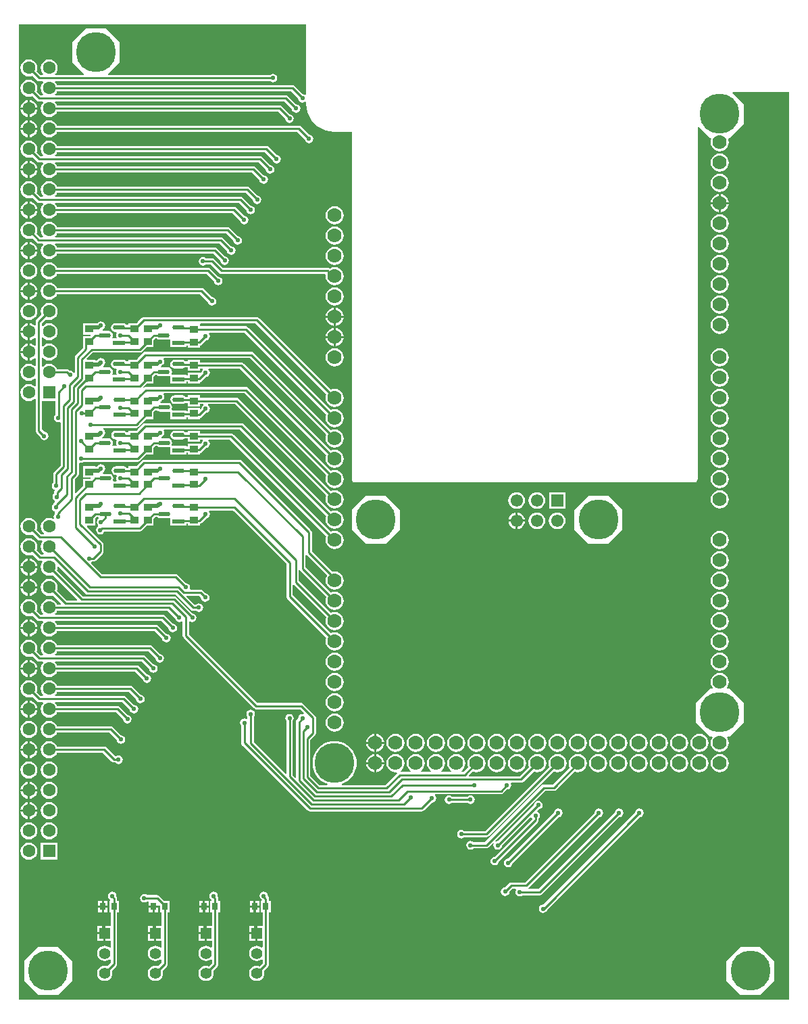
<source format=gtl>
G04*
G04 #@! TF.GenerationSoftware,Altium Limited,Altium Designer,21.0.9 (235)*
G04*
G04 Layer_Physical_Order=1*
G04 Layer_Color=255*
%FSLAX44Y44*%
%MOMM*%
G71*
G04*
G04 #@! TF.SameCoordinates,B04B5628-BEB7-489B-AFC1-9DCA5A1A145D*
G04*
G04*
G04 #@! TF.FilePolarity,Positive*
G04*
G01*
G75*
%ADD11C,0.2540*%
%ADD13C,0.5080*%
%ADD14R,0.7000X0.9000*%
%ADD15R,1.5242X0.5780*%
G04:AMPARAMS|DCode=16|XSize=1.5242mm|YSize=0.578mm|CornerRadius=0.289mm|HoleSize=0mm|Usage=FLASHONLY|Rotation=180.000|XOffset=0mm|YOffset=0mm|HoleType=Round|Shape=RoundedRectangle|*
%AMROUNDEDRECTD16*
21,1,1.5242,0.0000,0,0,180.0*
21,1,0.9463,0.5780,0,0,180.0*
1,1,0.5780,-0.4731,0.0000*
1,1,0.5780,0.4731,0.0000*
1,1,0.5780,0.4731,0.0000*
1,1,0.5780,-0.4731,0.0000*
%
%ADD16ROUNDEDRECTD16*%
%ADD17R,1.0000X0.9000*%
%ADD21R,1.4000X1.4000*%
%ADD22C,1.4000*%
%ADD29C,1.7780*%
%ADD30C,1.6000*%
%ADD31R,1.6000X1.6000*%
%ADD32C,1.5500*%
%ADD33R,1.5500X1.5500*%
%ADD34C,5.0000*%
%ADD35C,0.5500*%
G36*
X-518385Y111775D02*
Y24307D01*
X-519655Y23628D01*
X-520760Y24367D01*
X-522699Y24753D01*
X-532797Y34851D01*
X-534057Y35693D01*
X-535544Y35989D01*
X-830637D01*
X-831229Y37420D01*
X-832919Y39621D01*
X-833030Y39707D01*
X-832622Y40909D01*
X-563631Y40909D01*
X-561972Y39801D01*
X-559908Y39390D01*
X-557844Y39801D01*
X-556094Y40970D01*
X-554925Y42720D01*
X-554514Y44784D01*
X-554925Y46848D01*
X-556094Y48598D01*
X-557844Y49767D01*
X-559908Y50178D01*
X-561972Y49767D01*
X-563601Y48679D01*
X-766167Y48679D01*
X-766653Y49852D01*
X-751726Y64779D01*
Y89779D01*
X-769226Y107279D01*
X-794226D01*
X-811726Y89779D01*
Y64779D01*
X-796799Y49852D01*
X-797285Y48679D01*
X-832648D01*
X-833056Y49881D01*
X-832919Y49987D01*
X-831229Y52189D01*
X-830167Y54752D01*
X-829805Y57504D01*
X-830167Y60255D01*
X-831229Y62819D01*
X-832919Y65021D01*
X-835121Y66711D01*
X-837684Y67773D01*
X-840436Y68135D01*
X-843187Y67773D01*
X-845751Y66711D01*
X-847953Y65021D01*
X-849643Y62819D01*
X-850705Y60255D01*
X-851067Y57504D01*
X-850705Y54752D01*
X-849643Y52189D01*
X-847953Y49987D01*
X-847816Y49881D01*
X-848224Y48679D01*
X-851517D01*
X-856160Y53322D01*
X-855567Y54752D01*
X-855205Y57504D01*
X-855567Y60255D01*
X-856629Y62819D01*
X-858319Y65021D01*
X-860521Y66711D01*
X-863084Y67773D01*
X-865836Y68135D01*
X-868587Y67773D01*
X-871152Y66711D01*
X-873353Y65021D01*
X-875043Y62819D01*
X-876105Y60255D01*
X-876467Y57504D01*
X-876105Y54752D01*
X-875043Y52189D01*
X-873353Y49987D01*
X-871152Y48297D01*
X-868587Y47235D01*
X-865836Y46873D01*
X-863084Y47235D01*
X-861654Y47828D01*
X-855873Y42047D01*
X-854613Y41205D01*
X-853126Y40909D01*
X-848250D01*
X-847842Y39707D01*
X-847953Y39621D01*
X-849643Y37420D01*
X-850705Y34855D01*
X-851067Y32104D01*
X-850705Y29353D01*
X-849643Y26788D01*
X-847953Y24587D01*
X-847816Y24481D01*
X-848224Y23279D01*
X-851517D01*
X-856160Y27922D01*
X-855567Y29353D01*
X-855205Y32104D01*
X-855567Y34855D01*
X-856629Y37420D01*
X-858319Y39621D01*
X-860521Y41311D01*
X-863084Y42373D01*
X-865836Y42735D01*
X-868587Y42373D01*
X-871152Y41311D01*
X-873353Y39621D01*
X-875043Y37420D01*
X-876105Y34855D01*
X-876467Y32104D01*
X-876105Y29353D01*
X-875043Y26788D01*
X-873353Y24587D01*
X-871152Y22897D01*
X-868587Y21835D01*
X-865836Y21473D01*
X-863084Y21835D01*
X-861654Y22428D01*
X-855873Y16647D01*
X-855873Y16647D01*
X-854613Y15805D01*
X-853126Y15509D01*
X-848250D01*
X-847842Y14307D01*
X-847953Y14221D01*
X-849643Y12019D01*
X-850705Y9456D01*
X-851067Y6704D01*
X-850705Y3952D01*
X-849643Y1389D01*
X-847953Y-813D01*
X-845751Y-2503D01*
X-843187Y-3565D01*
X-840436Y-3927D01*
X-837684Y-3565D01*
X-835121Y-2503D01*
X-832919Y-813D01*
X-831229Y1389D01*
X-830641Y2809D01*
X-553399Y2809D01*
X-544449Y-6141D01*
X-544063Y-8080D01*
X-542894Y-9830D01*
X-541144Y-10999D01*
X-539080Y-11410D01*
X-537016Y-10999D01*
X-535266Y-9830D01*
X-534097Y-8080D01*
X-533686Y-6016D01*
X-534097Y-3952D01*
X-535266Y-2202D01*
X-537016Y-1033D01*
X-538955Y-647D01*
X-549043Y9441D01*
X-550303Y10283D01*
X-551790Y10579D01*
X-830632Y10579D01*
X-831229Y12019D01*
X-832919Y14221D01*
X-833030Y14307D01*
X-832622Y15509D01*
X-545271Y15509D01*
X-536321Y6559D01*
X-535935Y4620D01*
X-534766Y2870D01*
X-533016Y1701D01*
X-530952Y1290D01*
X-528888Y1701D01*
X-527138Y2870D01*
X-525969Y4620D01*
X-525558Y6684D01*
X-525969Y8748D01*
X-527138Y10498D01*
X-528888Y11667D01*
X-530827Y12053D01*
X-540915Y22141D01*
X-542175Y22983D01*
X-543662Y23279D01*
X-832648Y23279D01*
X-833056Y24481D01*
X-832919Y24587D01*
X-831229Y26788D01*
X-830637Y28219D01*
X-537153D01*
X-528193Y19259D01*
X-527807Y17320D01*
X-526638Y15570D01*
X-524888Y14401D01*
X-522824Y13990D01*
X-520760Y14401D01*
X-519655Y15139D01*
X-518385Y14461D01*
Y13000D01*
X-518419D01*
X-517983Y7459D01*
X-516686Y2055D01*
X-514559Y-3080D01*
X-511655Y-7819D01*
X-508045Y-12045D01*
X-503819Y-15655D01*
X-499080Y-18559D01*
X-493945Y-20686D01*
X-488541Y-21983D01*
X-483000Y-22419D01*
Y-22385D01*
X-461187D01*
X-461187Y-457200D01*
Y-457387D01*
X-460891Y-458874D01*
X-460049Y-460134D01*
X-458789Y-460976D01*
X-457302Y-461272D01*
X-456362Y-461085D01*
X-31500D01*
X-30013Y-460789D01*
X-28753Y-459947D01*
X-27911Y-458687D01*
X-27615Y-457200D01*
X-27615Y-16581D01*
X-26442Y-16095D01*
X-12500Y-30037D01*
X-11227D01*
X-10521Y-31093D01*
X-11136Y-32576D01*
X-11529Y-35560D01*
X-11136Y-38544D01*
X-9984Y-41324D01*
X-8152Y-43712D01*
X-5764Y-45544D01*
X-2984Y-46696D01*
X0Y-47089D01*
X2984Y-46696D01*
X5764Y-45544D01*
X8152Y-43712D01*
X9984Y-41324D01*
X11136Y-38544D01*
X11529Y-35560D01*
X11136Y-32576D01*
X10521Y-31093D01*
X11227Y-30037D01*
X12500D01*
X30000Y-12537D01*
Y12463D01*
X16021Y26442D01*
X16507Y27615D01*
X86701D01*
X86701Y-1108799D01*
X-877841Y-1108800D01*
Y111775D01*
X-518385Y111775D01*
D02*
G37*
%LPC*%
G36*
X-864566Y17168D02*
Y7974D01*
X-855372D01*
X-855567Y9456D01*
X-856629Y12019D01*
X-858319Y14221D01*
X-860521Y15911D01*
X-863084Y16973D01*
X-864566Y17168D01*
D02*
G37*
G36*
X-867106Y17168D02*
X-868587Y16973D01*
X-871152Y15911D01*
X-873353Y14221D01*
X-875043Y12019D01*
X-876105Y9456D01*
X-876300Y7974D01*
X-867106D01*
Y17168D01*
D02*
G37*
G36*
X-855372Y5434D02*
X-864566D01*
Y-3760D01*
X-863084Y-3565D01*
X-860521Y-2503D01*
X-858319Y-813D01*
X-856629Y1389D01*
X-855567Y3952D01*
X-855372Y5434D01*
D02*
G37*
G36*
X-867106D02*
X-876300D01*
X-876105Y3952D01*
X-875043Y1389D01*
X-873353Y-813D01*
X-871152Y-2503D01*
X-868587Y-3565D01*
X-867106Y-3760D01*
Y5434D01*
D02*
G37*
G36*
X-864566Y-8232D02*
Y-17426D01*
X-855372D01*
X-855567Y-15944D01*
X-856629Y-13381D01*
X-858319Y-11179D01*
X-860521Y-9489D01*
X-863084Y-8427D01*
X-864566Y-8232D01*
D02*
G37*
G36*
X-867106Y-8232D02*
X-868587Y-8427D01*
X-871152Y-9489D01*
X-873353Y-11179D01*
X-875043Y-13381D01*
X-876105Y-15944D01*
X-876300Y-17426D01*
X-867106D01*
Y-8232D01*
D02*
G37*
G36*
X-855372Y-19966D02*
X-864566D01*
Y-29160D01*
X-863084Y-28965D01*
X-860521Y-27903D01*
X-858319Y-26213D01*
X-856629Y-24011D01*
X-855567Y-21448D01*
X-855372Y-19966D01*
D02*
G37*
G36*
X-867106D02*
X-876300D01*
X-876105Y-21448D01*
X-875043Y-24011D01*
X-873353Y-26213D01*
X-871152Y-27903D01*
X-868587Y-28965D01*
X-867106Y-29160D01*
Y-19966D01*
D02*
G37*
G36*
X-840436Y-8065D02*
X-843187Y-8427D01*
X-845751Y-9489D01*
X-847953Y-11179D01*
X-849643Y-13381D01*
X-850705Y-15944D01*
X-851067Y-18696D01*
X-850705Y-21448D01*
X-849643Y-24011D01*
X-847953Y-26213D01*
X-845751Y-27903D01*
X-843187Y-28965D01*
X-840436Y-29327D01*
X-837684Y-28965D01*
X-835121Y-27903D01*
X-832919Y-26213D01*
X-831229Y-24011D01*
X-830641Y-22591D01*
X-707924D01*
X-529015Y-22591D01*
X-520065Y-31541D01*
X-519679Y-33480D01*
X-518510Y-35230D01*
X-516760Y-36399D01*
X-514696Y-36810D01*
X-512632Y-36399D01*
X-510882Y-35230D01*
X-509713Y-33480D01*
X-509302Y-31416D01*
X-509713Y-29352D01*
X-510882Y-27602D01*
X-512632Y-26433D01*
X-514571Y-26047D01*
X-524659Y-15959D01*
X-525919Y-15117D01*
X-527406Y-14821D01*
X-559918D01*
X-830632Y-14821D01*
X-831229Y-13381D01*
X-832919Y-11179D01*
X-835121Y-9489D01*
X-837684Y-8427D01*
X-840436Y-8065D01*
D02*
G37*
G36*
Y-33465D02*
X-843187Y-33827D01*
X-845751Y-34889D01*
X-847953Y-36579D01*
X-849643Y-38781D01*
X-850705Y-41344D01*
X-851067Y-44096D01*
X-850705Y-46848D01*
X-849643Y-49412D01*
X-847953Y-51613D01*
X-847816Y-51719D01*
X-848224Y-52921D01*
X-851517D01*
X-856160Y-48278D01*
X-855567Y-46848D01*
X-855205Y-44096D01*
X-855567Y-41344D01*
X-856629Y-38781D01*
X-858319Y-36579D01*
X-860521Y-34889D01*
X-863084Y-33827D01*
X-865836Y-33465D01*
X-868587Y-33827D01*
X-871152Y-34889D01*
X-873353Y-36579D01*
X-875043Y-38781D01*
X-876105Y-41344D01*
X-876467Y-44096D01*
X-876105Y-46848D01*
X-875043Y-49412D01*
X-873353Y-51613D01*
X-871152Y-53303D01*
X-868587Y-54365D01*
X-865836Y-54727D01*
X-863084Y-54365D01*
X-861654Y-53772D01*
X-855873Y-59553D01*
X-854613Y-60395D01*
X-853126Y-60691D01*
X-848250D01*
X-847842Y-61893D01*
X-847953Y-61979D01*
X-849643Y-64180D01*
X-850705Y-66744D01*
X-851067Y-69496D01*
X-850705Y-72248D01*
X-849643Y-74812D01*
X-847953Y-77013D01*
X-845751Y-78703D01*
X-843187Y-79765D01*
X-840436Y-80127D01*
X-837684Y-79765D01*
X-835121Y-78703D01*
X-832919Y-77013D01*
X-831229Y-74812D01*
X-830637Y-73381D01*
X-585921Y-73381D01*
X-576961Y-82341D01*
X-576575Y-84280D01*
X-575406Y-86030D01*
X-573656Y-87199D01*
X-571592Y-87610D01*
X-569528Y-87199D01*
X-567778Y-86030D01*
X-566609Y-84280D01*
X-566198Y-82216D01*
X-566609Y-80152D01*
X-567778Y-78402D01*
X-569528Y-77233D01*
X-571467Y-76847D01*
X-581535Y-66779D01*
X-581555Y-66749D01*
X-582815Y-65907D01*
X-584302Y-65611D01*
X-830637Y-65611D01*
X-831229Y-64180D01*
X-832919Y-61979D01*
X-833030Y-61893D01*
X-832622Y-60691D01*
X-577783Y-60691D01*
X-568833Y-69641D01*
X-568447Y-71580D01*
X-567278Y-73330D01*
X-565528Y-74499D01*
X-563464Y-74910D01*
X-561400Y-74499D01*
X-559650Y-73330D01*
X-558481Y-71580D01*
X-558070Y-69516D01*
X-558481Y-67452D01*
X-559650Y-65702D01*
X-561400Y-64533D01*
X-563339Y-64147D01*
X-573427Y-54059D01*
X-574687Y-53217D01*
X-576174Y-52921D01*
X-832648Y-52921D01*
X-833056Y-51719D01*
X-832919Y-51613D01*
X-831229Y-49412D01*
X-830641Y-47991D01*
X-569655Y-47991D01*
X-560705Y-56941D01*
X-560319Y-58880D01*
X-559150Y-60630D01*
X-557400Y-61799D01*
X-555336Y-62210D01*
X-553272Y-61799D01*
X-551522Y-60630D01*
X-550353Y-58880D01*
X-549942Y-56816D01*
X-550353Y-54752D01*
X-551522Y-53002D01*
X-553272Y-51833D01*
X-555211Y-51447D01*
X-565299Y-41359D01*
X-566559Y-40517D01*
X-568046Y-40221D01*
X-830632Y-40221D01*
X-831229Y-38781D01*
X-832919Y-36579D01*
X-835121Y-34889D01*
X-837684Y-33827D01*
X-840436Y-33465D01*
D02*
G37*
G36*
X-864566Y-59032D02*
Y-68226D01*
X-855372D01*
X-855567Y-66744D01*
X-856629Y-64180D01*
X-858319Y-61979D01*
X-860521Y-60289D01*
X-863084Y-59227D01*
X-864566Y-59032D01*
D02*
G37*
G36*
X-867106Y-59032D02*
X-868587Y-59227D01*
X-871152Y-60289D01*
X-873353Y-61979D01*
X-875043Y-64180D01*
X-876105Y-66744D01*
X-876300Y-68226D01*
X-867106D01*
Y-59032D01*
D02*
G37*
G36*
X0Y-49431D02*
X-2984Y-49824D01*
X-5764Y-50976D01*
X-8152Y-52808D01*
X-9984Y-55196D01*
X-11136Y-57976D01*
X-11529Y-60960D01*
X-11136Y-63944D01*
X-9984Y-66724D01*
X-8152Y-69112D01*
X-5764Y-70944D01*
X-2984Y-72096D01*
X0Y-72489D01*
X2984Y-72096D01*
X5764Y-70944D01*
X8152Y-69112D01*
X9984Y-66724D01*
X11136Y-63944D01*
X11529Y-60960D01*
X11136Y-57976D01*
X9984Y-55196D01*
X8152Y-52808D01*
X5764Y-50976D01*
X2984Y-49824D01*
X0Y-49431D01*
D02*
G37*
G36*
X-855372Y-70766D02*
X-864566D01*
Y-79960D01*
X-863084Y-79765D01*
X-860521Y-78703D01*
X-858319Y-77013D01*
X-856629Y-74812D01*
X-855567Y-72248D01*
X-855372Y-70766D01*
D02*
G37*
G36*
X-867106D02*
X-876300D01*
X-876105Y-72248D01*
X-875043Y-74812D01*
X-873353Y-77013D01*
X-871152Y-78703D01*
X-868587Y-79765D01*
X-867106Y-79960D01*
Y-70766D01*
D02*
G37*
G36*
X0Y-74831D02*
X-2984Y-75224D01*
X-5764Y-76376D01*
X-8152Y-78208D01*
X-9984Y-80596D01*
X-11136Y-83376D01*
X-11529Y-86360D01*
X-11136Y-89344D01*
X-9984Y-92124D01*
X-8152Y-94512D01*
X-5764Y-96344D01*
X-2984Y-97496D01*
X0Y-97889D01*
X2984Y-97496D01*
X5764Y-96344D01*
X8152Y-94512D01*
X9984Y-92124D01*
X11136Y-89344D01*
X11529Y-86360D01*
X11136Y-83376D01*
X9984Y-80596D01*
X8152Y-78208D01*
X5764Y-76376D01*
X2984Y-75224D01*
X0Y-74831D01*
D02*
G37*
G36*
X-840436Y-84265D02*
X-843187Y-84627D01*
X-845751Y-85689D01*
X-847953Y-87379D01*
X-849643Y-89580D01*
X-850705Y-92144D01*
X-851067Y-94896D01*
X-850705Y-97647D01*
X-849643Y-100211D01*
X-847953Y-102413D01*
X-847816Y-102519D01*
X-848224Y-103721D01*
X-851517D01*
X-856160Y-99078D01*
X-855567Y-97647D01*
X-855205Y-94896D01*
X-855567Y-92144D01*
X-856629Y-89580D01*
X-858319Y-87379D01*
X-860521Y-85689D01*
X-863084Y-84627D01*
X-865836Y-84265D01*
X-868587Y-84627D01*
X-871152Y-85689D01*
X-873353Y-87379D01*
X-875043Y-89580D01*
X-876105Y-92144D01*
X-876467Y-94896D01*
X-876105Y-97647D01*
X-875043Y-100211D01*
X-873353Y-102413D01*
X-871152Y-104103D01*
X-868587Y-105165D01*
X-865836Y-105527D01*
X-863084Y-105165D01*
X-861654Y-104572D01*
X-856023Y-110203D01*
X-855933Y-110263D01*
X-855873Y-110353D01*
X-854613Y-111195D01*
X-853126Y-111491D01*
X-848250D01*
X-847842Y-112693D01*
X-847953Y-112779D01*
X-849643Y-114980D01*
X-850705Y-117544D01*
X-851067Y-120296D01*
X-850705Y-123048D01*
X-849643Y-125611D01*
X-847953Y-127813D01*
X-845751Y-129503D01*
X-843187Y-130565D01*
X-840436Y-130927D01*
X-837684Y-130565D01*
X-835121Y-129503D01*
X-832919Y-127813D01*
X-831229Y-125611D01*
X-830641Y-124191D01*
X-610295Y-124191D01*
X-601345Y-133141D01*
X-600959Y-135080D01*
X-599790Y-136830D01*
X-598040Y-137999D01*
X-595976Y-138410D01*
X-593912Y-137999D01*
X-592162Y-136830D01*
X-590993Y-135080D01*
X-590582Y-133016D01*
X-590993Y-130952D01*
X-592162Y-129202D01*
X-593912Y-128033D01*
X-595851Y-127647D01*
X-605939Y-117559D01*
X-607199Y-116717D01*
X-608686Y-116421D01*
X-830632Y-116421D01*
X-831229Y-114980D01*
X-832919Y-112779D01*
X-833030Y-112693D01*
X-832622Y-111491D01*
X-602167Y-111491D01*
X-593217Y-120441D01*
X-592831Y-122380D01*
X-591662Y-124130D01*
X-589912Y-125299D01*
X-587848Y-125710D01*
X-585784Y-125299D01*
X-584034Y-124130D01*
X-582865Y-122380D01*
X-582454Y-120316D01*
X-582865Y-118252D01*
X-584034Y-116502D01*
X-585784Y-115333D01*
X-587723Y-114947D01*
X-597811Y-104859D01*
X-599071Y-104017D01*
X-600558Y-103721D01*
X-832648Y-103721D01*
X-833056Y-102519D01*
X-832919Y-102413D01*
X-831229Y-100211D01*
X-830637Y-98781D01*
X-594049Y-98781D01*
X-585089Y-107741D01*
X-584703Y-109680D01*
X-583534Y-111430D01*
X-581784Y-112599D01*
X-579720Y-113010D01*
X-577656Y-112599D01*
X-575906Y-111430D01*
X-574737Y-109680D01*
X-574326Y-107616D01*
X-574737Y-105552D01*
X-575906Y-103802D01*
X-577656Y-102633D01*
X-579595Y-102247D01*
X-589693Y-92149D01*
X-590953Y-91307D01*
X-592440Y-91011D01*
X-830637Y-91011D01*
X-831229Y-89580D01*
X-832919Y-87379D01*
X-835121Y-85689D01*
X-837684Y-84627D01*
X-840436Y-84265D01*
D02*
G37*
G36*
X1270Y-100399D02*
Y-110490D01*
X11361D01*
X11136Y-108776D01*
X9984Y-105996D01*
X8152Y-103608D01*
X5764Y-101776D01*
X2984Y-100624D01*
X1270Y-100399D01*
D02*
G37*
G36*
X-1270D02*
X-2984Y-100624D01*
X-5764Y-101776D01*
X-8152Y-103608D01*
X-9984Y-105996D01*
X-11136Y-108776D01*
X-11361Y-110490D01*
X-1270D01*
Y-100399D01*
D02*
G37*
G36*
X-864566Y-109832D02*
Y-119026D01*
X-855372D01*
X-855567Y-117544D01*
X-856629Y-114980D01*
X-858319Y-112779D01*
X-860521Y-111089D01*
X-863084Y-110027D01*
X-864566Y-109832D01*
D02*
G37*
G36*
X-867106Y-109832D02*
X-868587Y-110027D01*
X-871152Y-111089D01*
X-873353Y-112779D01*
X-875043Y-114980D01*
X-876105Y-117544D01*
X-876300Y-119026D01*
X-867106D01*
Y-109832D01*
D02*
G37*
G36*
X11361Y-113030D02*
X1270D01*
Y-123121D01*
X2984Y-122896D01*
X5764Y-121744D01*
X8152Y-119912D01*
X9984Y-117524D01*
X11136Y-114744D01*
X11361Y-113030D01*
D02*
G37*
G36*
X-1270D02*
X-11361D01*
X-11136Y-114744D01*
X-9984Y-117524D01*
X-8152Y-119912D01*
X-5764Y-121744D01*
X-2984Y-122896D01*
X-1270Y-123121D01*
Y-113030D01*
D02*
G37*
G36*
X-855372Y-121566D02*
X-864566D01*
Y-130760D01*
X-863084Y-130565D01*
X-860521Y-129503D01*
X-858319Y-127813D01*
X-856629Y-125611D01*
X-855567Y-123048D01*
X-855372Y-121566D01*
D02*
G37*
G36*
X-867106D02*
X-876300D01*
X-876105Y-123048D01*
X-875043Y-125611D01*
X-873353Y-127813D01*
X-871152Y-129503D01*
X-868587Y-130565D01*
X-867106Y-130760D01*
Y-121566D01*
D02*
G37*
G36*
X-482600Y-115471D02*
X-485584Y-115864D01*
X-488364Y-117016D01*
X-490752Y-118848D01*
X-492584Y-121236D01*
X-493736Y-124016D01*
X-494129Y-127000D01*
X-493736Y-129984D01*
X-492584Y-132764D01*
X-490752Y-135152D01*
X-488364Y-136984D01*
X-485584Y-138136D01*
X-482600Y-138529D01*
X-479616Y-138136D01*
X-476836Y-136984D01*
X-474448Y-135152D01*
X-472616Y-132764D01*
X-471464Y-129984D01*
X-471071Y-127000D01*
X-471464Y-124016D01*
X-472616Y-121236D01*
X-474448Y-118848D01*
X-476836Y-117016D01*
X-479616Y-115864D01*
X-482600Y-115471D01*
D02*
G37*
G36*
X0Y-125631D02*
X-2984Y-126024D01*
X-5764Y-127176D01*
X-8152Y-129008D01*
X-9984Y-131396D01*
X-11136Y-134176D01*
X-11529Y-137160D01*
X-11136Y-140144D01*
X-9984Y-142924D01*
X-8152Y-145312D01*
X-5764Y-147144D01*
X-2984Y-148296D01*
X0Y-148689D01*
X2984Y-148296D01*
X5764Y-147144D01*
X8152Y-145312D01*
X9984Y-142924D01*
X11136Y-140144D01*
X11529Y-137160D01*
X11136Y-134176D01*
X9984Y-131396D01*
X8152Y-129008D01*
X5764Y-127176D01*
X2984Y-126024D01*
X0Y-125631D01*
D02*
G37*
G36*
X-840436Y-135065D02*
X-843187Y-135427D01*
X-845751Y-136489D01*
X-847953Y-138179D01*
X-849643Y-140380D01*
X-850705Y-142944D01*
X-851067Y-145696D01*
X-850705Y-148448D01*
X-849643Y-151011D01*
X-847953Y-153213D01*
X-847816Y-153319D01*
X-848224Y-154521D01*
X-851517D01*
X-856160Y-149878D01*
X-855567Y-148448D01*
X-855205Y-145696D01*
X-855567Y-142944D01*
X-856629Y-140380D01*
X-858319Y-138179D01*
X-860521Y-136489D01*
X-863084Y-135427D01*
X-865836Y-135065D01*
X-868587Y-135427D01*
X-871152Y-136489D01*
X-873353Y-138179D01*
X-875043Y-140380D01*
X-876105Y-142944D01*
X-876467Y-145696D01*
X-876105Y-148448D01*
X-875043Y-151011D01*
X-873353Y-153213D01*
X-871152Y-154903D01*
X-868587Y-155965D01*
X-865836Y-156327D01*
X-863084Y-155965D01*
X-861654Y-155372D01*
X-856053Y-160973D01*
X-855945Y-161045D01*
X-855873Y-161153D01*
X-854613Y-161995D01*
X-853126Y-162291D01*
X-848250D01*
X-847842Y-163493D01*
X-847953Y-163579D01*
X-849643Y-165781D01*
X-850705Y-168344D01*
X-851067Y-171096D01*
X-850705Y-173848D01*
X-849643Y-176411D01*
X-847953Y-178613D01*
X-845751Y-180303D01*
X-843187Y-181365D01*
X-840436Y-181727D01*
X-837684Y-181365D01*
X-835121Y-180303D01*
X-832919Y-178613D01*
X-831229Y-176411D01*
X-830637Y-174981D01*
X-634689Y-174981D01*
X-625729Y-183941D01*
X-625343Y-185880D01*
X-624174Y-187630D01*
X-622424Y-188799D01*
X-620360Y-189210D01*
X-618296Y-188799D01*
X-616546Y-187630D01*
X-615377Y-185880D01*
X-614966Y-183816D01*
X-615377Y-181752D01*
X-616546Y-180002D01*
X-618296Y-178833D01*
X-620235Y-178447D01*
X-630333Y-168349D01*
X-631593Y-167507D01*
X-633080Y-167211D01*
X-830637Y-167211D01*
X-831229Y-165781D01*
X-832919Y-163579D01*
X-833030Y-163493D01*
X-832622Y-162291D01*
X-626551Y-162291D01*
X-617601Y-171241D01*
X-617215Y-173180D01*
X-616046Y-174930D01*
X-614296Y-176099D01*
X-612232Y-176510D01*
X-610168Y-176099D01*
X-608418Y-174930D01*
X-607249Y-173180D01*
X-606838Y-171116D01*
X-607249Y-169052D01*
X-608418Y-167302D01*
X-610168Y-166133D01*
X-612107Y-165747D01*
X-622195Y-155659D01*
X-623455Y-154817D01*
X-624942Y-154521D01*
X-832648Y-154521D01*
X-833056Y-153319D01*
X-832919Y-153213D01*
X-831229Y-151011D01*
X-830637Y-149581D01*
X-618433Y-149581D01*
X-609473Y-158541D01*
X-609087Y-160480D01*
X-607918Y-162230D01*
X-606168Y-163399D01*
X-604104Y-163810D01*
X-602040Y-163399D01*
X-600290Y-162230D01*
X-599121Y-160480D01*
X-598710Y-158416D01*
X-599121Y-156352D01*
X-600290Y-154602D01*
X-602040Y-153433D01*
X-603979Y-153047D01*
X-614047Y-142979D01*
X-614067Y-142949D01*
X-615327Y-142107D01*
X-616814Y-141811D01*
X-830637Y-141811D01*
X-831229Y-140380D01*
X-832919Y-138179D01*
X-835121Y-136489D01*
X-837684Y-135427D01*
X-840436Y-135065D01*
D02*
G37*
G36*
X-482600Y-140871D02*
X-485584Y-141264D01*
X-488364Y-142416D01*
X-490752Y-144248D01*
X-492584Y-146636D01*
X-493736Y-149416D01*
X-494129Y-152400D01*
X-493736Y-155384D01*
X-492584Y-158164D01*
X-490752Y-160552D01*
X-488364Y-162384D01*
X-485584Y-163536D01*
X-482600Y-163929D01*
X-479616Y-163536D01*
X-476836Y-162384D01*
X-474448Y-160552D01*
X-472616Y-158164D01*
X-471464Y-155384D01*
X-471071Y-152400D01*
X-471464Y-149416D01*
X-472616Y-146636D01*
X-474448Y-144248D01*
X-476836Y-142416D01*
X-479616Y-141264D01*
X-482600Y-140871D01*
D02*
G37*
G36*
X-864566Y-160632D02*
Y-169826D01*
X-855372D01*
X-855567Y-168344D01*
X-856629Y-165781D01*
X-858319Y-163579D01*
X-860521Y-161889D01*
X-863084Y-160827D01*
X-864566Y-160632D01*
D02*
G37*
G36*
X-867106Y-160632D02*
X-868587Y-160827D01*
X-871152Y-161889D01*
X-873353Y-163579D01*
X-875043Y-165781D01*
X-876105Y-168344D01*
X-876300Y-169826D01*
X-867106D01*
Y-160632D01*
D02*
G37*
G36*
X0Y-151031D02*
X-2984Y-151424D01*
X-5764Y-152576D01*
X-8152Y-154408D01*
X-9984Y-156796D01*
X-11136Y-159576D01*
X-11529Y-162560D01*
X-11136Y-165544D01*
X-9984Y-168324D01*
X-8152Y-170712D01*
X-5764Y-172544D01*
X-2984Y-173696D01*
X0Y-174089D01*
X2984Y-173696D01*
X5764Y-172544D01*
X8152Y-170712D01*
X9984Y-168324D01*
X11136Y-165544D01*
X11529Y-162560D01*
X11136Y-159576D01*
X9984Y-156796D01*
X8152Y-154408D01*
X5764Y-152576D01*
X2984Y-151424D01*
X0Y-151031D01*
D02*
G37*
G36*
X-855372Y-172366D02*
X-864566D01*
Y-181560D01*
X-863084Y-181365D01*
X-860521Y-180303D01*
X-858319Y-178613D01*
X-856629Y-176411D01*
X-855567Y-173848D01*
X-855372Y-172366D01*
D02*
G37*
G36*
X-867106D02*
X-876300D01*
X-876105Y-173848D01*
X-875043Y-176411D01*
X-873353Y-178613D01*
X-871152Y-180303D01*
X-868587Y-181365D01*
X-867106Y-181560D01*
Y-172366D01*
D02*
G37*
G36*
X-482600Y-166271D02*
X-485584Y-166664D01*
X-488364Y-167816D01*
X-490752Y-169648D01*
X-492584Y-172036D01*
X-493736Y-174816D01*
X-494129Y-177800D01*
X-493736Y-180784D01*
X-492584Y-183564D01*
X-490752Y-185952D01*
X-488364Y-187784D01*
X-485584Y-188936D01*
X-482600Y-189329D01*
X-479616Y-188936D01*
X-476836Y-187784D01*
X-474448Y-185952D01*
X-472616Y-183564D01*
X-471464Y-180784D01*
X-471071Y-177800D01*
X-471464Y-174816D01*
X-472616Y-172036D01*
X-474448Y-169648D01*
X-476836Y-167816D01*
X-479616Y-166664D01*
X-482600Y-166271D01*
D02*
G37*
G36*
X0Y-176431D02*
X-2984Y-176824D01*
X-5764Y-177976D01*
X-8152Y-179808D01*
X-9984Y-182196D01*
X-11136Y-184976D01*
X-11529Y-187960D01*
X-11136Y-190944D01*
X-9984Y-193724D01*
X-8152Y-196112D01*
X-5764Y-197944D01*
X-2984Y-199096D01*
X0Y-199489D01*
X2984Y-199096D01*
X5764Y-197944D01*
X8152Y-196112D01*
X9984Y-193724D01*
X11136Y-190944D01*
X11529Y-187960D01*
X11136Y-184976D01*
X9984Y-182196D01*
X8152Y-179808D01*
X5764Y-177976D01*
X2984Y-176824D01*
X0Y-176431D01*
D02*
G37*
G36*
X-865836Y-185865D02*
X-868587Y-186227D01*
X-871152Y-187289D01*
X-873353Y-188979D01*
X-875043Y-191180D01*
X-876105Y-193745D01*
X-876467Y-196496D01*
X-876105Y-199247D01*
X-875043Y-201812D01*
X-873353Y-204013D01*
X-871152Y-205703D01*
X-868587Y-206765D01*
X-865836Y-207127D01*
X-863084Y-206765D01*
X-860521Y-205703D01*
X-858319Y-204013D01*
X-856629Y-201812D01*
X-855567Y-199247D01*
X-855205Y-196496D01*
X-855567Y-193745D01*
X-856629Y-191180D01*
X-858319Y-188979D01*
X-860521Y-187289D01*
X-863084Y-186227D01*
X-865836Y-185865D01*
D02*
G37*
G36*
X-840436D02*
X-843187Y-186227D01*
X-845751Y-187289D01*
X-847953Y-188979D01*
X-849643Y-191180D01*
X-850705Y-193745D01*
X-851067Y-196496D01*
X-850705Y-199247D01*
X-849643Y-201812D01*
X-847953Y-204013D01*
X-845751Y-205703D01*
X-843187Y-206765D01*
X-840436Y-207127D01*
X-837684Y-206765D01*
X-835121Y-205703D01*
X-832919Y-204013D01*
X-831229Y-201812D01*
X-830641Y-200391D01*
X-642807Y-200391D01*
X-633857Y-209341D01*
X-633471Y-211280D01*
X-632302Y-213030D01*
X-630552Y-214199D01*
X-628488Y-214610D01*
X-626424Y-214199D01*
X-624674Y-213030D01*
X-623505Y-211280D01*
X-623094Y-209216D01*
X-623505Y-207152D01*
X-624674Y-205402D01*
X-626424Y-204233D01*
X-628363Y-203847D01*
X-638451Y-193759D01*
X-639711Y-192917D01*
X-641198Y-192621D01*
X-830632Y-192621D01*
X-831229Y-191180D01*
X-832919Y-188979D01*
X-835121Y-187289D01*
X-837684Y-186227D01*
X-840436Y-185865D01*
D02*
G37*
G36*
X-647538Y-179174D02*
X-649602Y-179585D01*
X-651352Y-180754D01*
X-652521Y-182504D01*
X-652932Y-184568D01*
X-652521Y-186632D01*
X-651352Y-188382D01*
X-649602Y-189551D01*
X-647538Y-189962D01*
X-645474Y-189551D01*
X-643830Y-188453D01*
X-637971D01*
X-627181Y-199243D01*
X-625921Y-200085D01*
X-624434Y-200381D01*
X-494720D01*
X-493883Y-201336D01*
X-494129Y-203200D01*
X-493736Y-206184D01*
X-492584Y-208964D01*
X-490752Y-211352D01*
X-488364Y-213184D01*
X-485584Y-214336D01*
X-482600Y-214729D01*
X-479616Y-214336D01*
X-476836Y-213184D01*
X-474448Y-211352D01*
X-472616Y-208964D01*
X-471464Y-206184D01*
X-471071Y-203200D01*
X-471464Y-200216D01*
X-472616Y-197436D01*
X-474448Y-195048D01*
X-476836Y-193216D01*
X-479616Y-192064D01*
X-482600Y-191671D01*
X-485584Y-192064D01*
X-488364Y-193216D01*
X-489013Y-193714D01*
X-490221Y-192907D01*
X-491708Y-192611D01*
X-622825D01*
X-633615Y-181821D01*
X-634875Y-180979D01*
X-636362Y-180683D01*
X-643830D01*
X-645474Y-179585D01*
X-647538Y-179174D01*
D02*
G37*
G36*
X-864566Y-211432D02*
Y-220626D01*
X-855372D01*
X-855567Y-219144D01*
X-856629Y-216581D01*
X-858319Y-214379D01*
X-860521Y-212689D01*
X-863084Y-211627D01*
X-864566Y-211432D01*
D02*
G37*
G36*
X-867106Y-211432D02*
X-868587Y-211627D01*
X-871152Y-212689D01*
X-873353Y-214379D01*
X-875043Y-216581D01*
X-876105Y-219144D01*
X-876300Y-220626D01*
X-867106D01*
Y-211432D01*
D02*
G37*
G36*
X0Y-201831D02*
X-2984Y-202224D01*
X-5764Y-203376D01*
X-8152Y-205208D01*
X-9984Y-207596D01*
X-11136Y-210376D01*
X-11529Y-213360D01*
X-11136Y-216344D01*
X-9984Y-219124D01*
X-8152Y-221512D01*
X-5764Y-223344D01*
X-2984Y-224496D01*
X0Y-224889D01*
X2984Y-224496D01*
X5764Y-223344D01*
X8152Y-221512D01*
X9984Y-219124D01*
X11136Y-216344D01*
X11529Y-213360D01*
X11136Y-210376D01*
X9984Y-207596D01*
X8152Y-205208D01*
X5764Y-203376D01*
X2984Y-202224D01*
X0Y-201831D01*
D02*
G37*
G36*
X-855372Y-223166D02*
X-864566D01*
Y-232360D01*
X-863084Y-232165D01*
X-860521Y-231103D01*
X-858319Y-229413D01*
X-856629Y-227211D01*
X-855567Y-224648D01*
X-855372Y-223166D01*
D02*
G37*
G36*
X-867106D02*
X-876300D01*
X-876105Y-224648D01*
X-875043Y-227211D01*
X-873353Y-229413D01*
X-871152Y-231103D01*
X-868587Y-232165D01*
X-867106Y-232360D01*
Y-223166D01*
D02*
G37*
G36*
X-840436Y-211265D02*
X-843187Y-211627D01*
X-845751Y-212689D01*
X-847953Y-214379D01*
X-849643Y-216581D01*
X-850705Y-219144D01*
X-851067Y-221896D01*
X-850705Y-224648D01*
X-849643Y-227211D01*
X-847953Y-229413D01*
X-845751Y-231103D01*
X-843187Y-232165D01*
X-840436Y-232527D01*
X-837684Y-232165D01*
X-835121Y-231103D01*
X-832919Y-229413D01*
X-831229Y-227211D01*
X-830637Y-225781D01*
X-650945Y-225781D01*
X-641723Y-235003D01*
X-641389Y-236680D01*
X-640220Y-238430D01*
X-638470Y-239599D01*
X-636406Y-240010D01*
X-634342Y-239599D01*
X-632592Y-238430D01*
X-631423Y-236680D01*
X-631012Y-234616D01*
X-631423Y-232552D01*
X-632592Y-230802D01*
X-634342Y-229633D01*
X-636406Y-229222D01*
X-636498Y-229241D01*
X-646589Y-219149D01*
X-647849Y-218307D01*
X-649336Y-218011D01*
X-830637Y-218011D01*
X-831229Y-216581D01*
X-832919Y-214379D01*
X-835121Y-212689D01*
X-837684Y-211627D01*
X-840436Y-211265D01*
D02*
G37*
G36*
X-482600Y-217071D02*
X-485584Y-217464D01*
X-488364Y-218616D01*
X-490752Y-220448D01*
X-492584Y-222836D01*
X-493736Y-225616D01*
X-494129Y-228600D01*
X-493736Y-231584D01*
X-492584Y-234364D01*
X-490752Y-236752D01*
X-488364Y-238584D01*
X-485584Y-239736D01*
X-482600Y-240129D01*
X-479616Y-239736D01*
X-476836Y-238584D01*
X-474448Y-236752D01*
X-472616Y-234364D01*
X-471464Y-231584D01*
X-471071Y-228600D01*
X-471464Y-225616D01*
X-472616Y-222836D01*
X-474448Y-220448D01*
X-476836Y-218616D01*
X-479616Y-217464D01*
X-482600Y-217071D01*
D02*
G37*
G36*
X0Y-227231D02*
X-2984Y-227624D01*
X-5764Y-228776D01*
X-8152Y-230608D01*
X-9984Y-232996D01*
X-11136Y-235776D01*
X-11529Y-238760D01*
X-11136Y-241744D01*
X-9984Y-244524D01*
X-8152Y-246912D01*
X-5764Y-248744D01*
X-2984Y-249896D01*
X0Y-250289D01*
X2984Y-249896D01*
X5764Y-248744D01*
X8152Y-246912D01*
X9984Y-244524D01*
X11136Y-241744D01*
X11529Y-238760D01*
X11136Y-235776D01*
X9984Y-232996D01*
X8152Y-230608D01*
X5764Y-228776D01*
X2984Y-227624D01*
X0Y-227231D01*
D02*
G37*
G36*
X-481330Y-242639D02*
Y-252730D01*
X-471239D01*
X-471464Y-251016D01*
X-472616Y-248236D01*
X-474448Y-245848D01*
X-476836Y-244016D01*
X-479616Y-242864D01*
X-481330Y-242639D01*
D02*
G37*
G36*
X-483870D02*
X-485584Y-242864D01*
X-488364Y-244016D01*
X-490752Y-245848D01*
X-492584Y-248236D01*
X-493736Y-251016D01*
X-493961Y-252730D01*
X-483870D01*
Y-242639D01*
D02*
G37*
G36*
X-482600Y-254000D02*
D01*
D01*
D01*
D02*
G37*
G36*
X-865836Y-236665D02*
X-868587Y-237027D01*
X-871152Y-238089D01*
X-873353Y-239779D01*
X-875043Y-241980D01*
X-876105Y-244545D01*
X-876467Y-247296D01*
X-876105Y-250047D01*
X-875043Y-252612D01*
X-873353Y-254813D01*
X-871152Y-256503D01*
X-868587Y-257565D01*
X-865836Y-257927D01*
X-863084Y-257565D01*
X-860521Y-256503D01*
X-858319Y-254813D01*
X-856629Y-252612D01*
X-855567Y-250047D01*
X-855205Y-247296D01*
X-855567Y-244545D01*
X-856629Y-241980D01*
X-858319Y-239779D01*
X-860521Y-238089D01*
X-863084Y-237027D01*
X-865836Y-236665D01*
D02*
G37*
G36*
X-471239Y-255270D02*
X-481330D01*
Y-265361D01*
X-479616Y-265136D01*
X-476836Y-263984D01*
X-474448Y-262152D01*
X-472616Y-259764D01*
X-471464Y-256984D01*
X-471239Y-255270D01*
D02*
G37*
G36*
X-483870D02*
X-493961D01*
X-493736Y-256984D01*
X-492584Y-259764D01*
X-490752Y-262152D01*
X-488364Y-263984D01*
X-485584Y-265136D01*
X-483870Y-265361D01*
Y-255270D01*
D02*
G37*
G36*
X-867106Y-262232D02*
X-868587Y-262427D01*
X-871152Y-263489D01*
X-873353Y-265179D01*
X-875043Y-267381D01*
X-876105Y-269944D01*
X-876300Y-271426D01*
X-867106D01*
Y-262232D01*
D02*
G37*
G36*
X0Y-252631D02*
X-2984Y-253024D01*
X-5764Y-254176D01*
X-8152Y-256008D01*
X-9984Y-258396D01*
X-11136Y-261176D01*
X-11529Y-264160D01*
X-11136Y-267144D01*
X-9984Y-269924D01*
X-8152Y-272312D01*
X-5764Y-274144D01*
X-2984Y-275296D01*
X0Y-275689D01*
X2984Y-275296D01*
X5764Y-274144D01*
X8152Y-272312D01*
X9984Y-269924D01*
X11136Y-267144D01*
X11529Y-264160D01*
X11136Y-261176D01*
X9984Y-258396D01*
X8152Y-256008D01*
X5764Y-254176D01*
X2984Y-253024D01*
X0Y-252631D01*
D02*
G37*
G36*
X-481330Y-268039D02*
Y-278130D01*
X-471239D01*
X-471464Y-276416D01*
X-472616Y-273636D01*
X-474448Y-271248D01*
X-476836Y-269416D01*
X-479616Y-268264D01*
X-481330Y-268039D01*
D02*
G37*
G36*
X-483870D02*
X-485584Y-268264D01*
X-488364Y-269416D01*
X-490752Y-271248D01*
X-492584Y-273636D01*
X-493736Y-276416D01*
X-493961Y-278130D01*
X-483870D01*
Y-268039D01*
D02*
G37*
G36*
X-867106Y-273966D02*
X-876300D01*
X-876105Y-275448D01*
X-875043Y-278011D01*
X-873353Y-280213D01*
X-871152Y-281903D01*
X-868587Y-282965D01*
X-867106Y-283160D01*
Y-273966D01*
D02*
G37*
G36*
X-471239Y-280670D02*
X-481330D01*
Y-290761D01*
X-479616Y-290536D01*
X-476836Y-289384D01*
X-474448Y-287552D01*
X-472616Y-285164D01*
X-471464Y-282384D01*
X-471239Y-280670D01*
D02*
G37*
G36*
X-483870D02*
X-493961D01*
X-493736Y-282384D01*
X-492584Y-285164D01*
X-490752Y-287552D01*
X-488364Y-289384D01*
X-485584Y-290536D01*
X-483870Y-290761D01*
Y-280670D01*
D02*
G37*
G36*
X-867106Y-287632D02*
X-868587Y-287827D01*
X-871152Y-288889D01*
X-873353Y-290579D01*
X-875043Y-292780D01*
X-876105Y-295345D01*
X-876300Y-296826D01*
X-867106D01*
Y-287632D01*
D02*
G37*
G36*
Y-299366D02*
X-876300D01*
X-876105Y-300847D01*
X-875043Y-303412D01*
X-873353Y-305613D01*
X-871152Y-307303D01*
X-868587Y-308365D01*
X-867106Y-308560D01*
Y-299366D01*
D02*
G37*
G36*
X0Y-293271D02*
X-2984Y-293664D01*
X-5764Y-294816D01*
X-8152Y-296648D01*
X-9984Y-299036D01*
X-11136Y-301816D01*
X-11529Y-304800D01*
X-11136Y-307784D01*
X-9984Y-310564D01*
X-8152Y-312952D01*
X-5764Y-314784D01*
X-2984Y-315936D01*
X0Y-316329D01*
X2984Y-315936D01*
X5764Y-314784D01*
X8152Y-312952D01*
X9984Y-310564D01*
X11136Y-307784D01*
X11529Y-304800D01*
X11136Y-301816D01*
X9984Y-299036D01*
X8152Y-296648D01*
X5764Y-294816D01*
X2984Y-293664D01*
X0Y-293271D01*
D02*
G37*
G36*
X-482600D02*
X-485584Y-293664D01*
X-488364Y-294816D01*
X-490752Y-296648D01*
X-492584Y-299036D01*
X-493736Y-301816D01*
X-494129Y-304800D01*
X-493736Y-307784D01*
X-492584Y-310564D01*
X-490752Y-312952D01*
X-488364Y-314784D01*
X-485584Y-315936D01*
X-482600Y-316329D01*
X-479616Y-315936D01*
X-476836Y-314784D01*
X-474448Y-312952D01*
X-472616Y-310564D01*
X-471464Y-307784D01*
X-471071Y-304800D01*
X-471464Y-301816D01*
X-472616Y-299036D01*
X-474448Y-296648D01*
X-476836Y-294816D01*
X-479616Y-293664D01*
X-482600Y-293271D01*
D02*
G37*
G36*
X0Y-318671D02*
X-2984Y-319064D01*
X-5764Y-320216D01*
X-8152Y-322048D01*
X-9984Y-324436D01*
X-11136Y-327216D01*
X-11529Y-330200D01*
X-11136Y-333184D01*
X-9984Y-335964D01*
X-8152Y-338352D01*
X-5764Y-340184D01*
X-2984Y-341336D01*
X0Y-341729D01*
X2984Y-341336D01*
X5764Y-340184D01*
X8152Y-338352D01*
X9984Y-335964D01*
X11136Y-333184D01*
X11529Y-330200D01*
X11136Y-327216D01*
X9984Y-324436D01*
X8152Y-322048D01*
X5764Y-320216D01*
X2984Y-319064D01*
X0Y-318671D01*
D02*
G37*
G36*
Y-344071D02*
X-2984Y-344464D01*
X-5764Y-345616D01*
X-8152Y-347448D01*
X-9984Y-349836D01*
X-11136Y-352616D01*
X-11529Y-355600D01*
X-11136Y-358584D01*
X-9984Y-361364D01*
X-8152Y-363752D01*
X-5764Y-365584D01*
X-2984Y-366736D01*
X0Y-367129D01*
X2984Y-366736D01*
X5764Y-365584D01*
X8152Y-363752D01*
X9984Y-361364D01*
X11136Y-358584D01*
X11529Y-355600D01*
X11136Y-352616D01*
X9984Y-349836D01*
X8152Y-347448D01*
X5764Y-345616D01*
X2984Y-344464D01*
X0Y-344071D01*
D02*
G37*
G36*
X-840436Y-236665D02*
X-843187Y-237027D01*
X-845751Y-238089D01*
X-847953Y-239779D01*
X-849643Y-241980D01*
X-850705Y-244545D01*
X-851067Y-247296D01*
X-850705Y-250047D01*
X-850112Y-251478D01*
X-856053Y-257419D01*
X-856895Y-258680D01*
X-857191Y-260166D01*
Y-264786D01*
X-858461Y-265070D01*
X-860521Y-263489D01*
X-863084Y-262427D01*
X-864566Y-262232D01*
Y-272696D01*
Y-283160D01*
X-863084Y-282965D01*
X-860521Y-281903D01*
X-858461Y-280322D01*
X-857191Y-280606D01*
Y-290186D01*
X-858461Y-290470D01*
X-860521Y-288889D01*
X-863084Y-287827D01*
X-864566Y-287632D01*
Y-298096D01*
Y-308560D01*
X-863084Y-308365D01*
X-860521Y-307303D01*
X-858461Y-305722D01*
X-857191Y-306006D01*
Y-315586D01*
X-858461Y-315870D01*
X-860521Y-314289D01*
X-863084Y-313227D01*
X-865836Y-312865D01*
X-868587Y-313227D01*
X-871152Y-314289D01*
X-873353Y-315979D01*
X-875043Y-318181D01*
X-876105Y-320745D01*
X-876467Y-323496D01*
X-876105Y-326247D01*
X-875043Y-328811D01*
X-873353Y-331013D01*
X-871152Y-332703D01*
X-868587Y-333765D01*
X-865836Y-334127D01*
X-863084Y-333765D01*
X-860521Y-332703D01*
X-858461Y-331122D01*
X-857191Y-331406D01*
Y-340986D01*
X-858461Y-341270D01*
X-860521Y-339689D01*
X-863084Y-338627D01*
X-865836Y-338265D01*
X-868587Y-338627D01*
X-871152Y-339689D01*
X-873353Y-341379D01*
X-875043Y-343581D01*
X-876105Y-346144D01*
X-876467Y-348896D01*
X-876105Y-351647D01*
X-875043Y-354212D01*
X-873353Y-356413D01*
X-871152Y-358103D01*
X-868587Y-359165D01*
X-865836Y-359527D01*
X-863084Y-359165D01*
X-860521Y-358103D01*
X-858461Y-356522D01*
X-857191Y-356806D01*
Y-396464D01*
X-856895Y-397951D01*
X-856053Y-399211D01*
X-851960Y-403304D01*
X-851574Y-405243D01*
X-850405Y-406993D01*
X-848655Y-408162D01*
X-846591Y-408573D01*
X-844527Y-408162D01*
X-842777Y-406993D01*
X-841608Y-405243D01*
X-841197Y-403179D01*
X-841608Y-401115D01*
X-842777Y-399365D01*
X-844527Y-398196D01*
X-846466Y-397810D01*
X-849421Y-394855D01*
Y-359436D01*
X-832511D01*
Y-376546D01*
X-832734Y-376695D01*
X-833903Y-378445D01*
X-834314Y-380509D01*
X-833903Y-382573D01*
X-832734Y-384323D01*
X-830984Y-385492D01*
X-828920Y-385903D01*
X-827445Y-385609D01*
X-826175Y-386448D01*
Y-440144D01*
X-834181Y-448150D01*
X-835023Y-449410D01*
X-835319Y-450897D01*
Y-461776D01*
X-835553Y-461932D01*
X-836722Y-463682D01*
X-837133Y-465746D01*
X-836722Y-467810D01*
X-835553Y-469560D01*
X-834068Y-470552D01*
X-833799Y-470759D01*
X-833618Y-472061D01*
X-833947Y-472553D01*
X-834242Y-474040D01*
Y-475590D01*
X-834738Y-475921D01*
X-835907Y-477671D01*
X-836318Y-479735D01*
X-835907Y-481799D01*
X-834738Y-483549D01*
X-833487Y-484385D01*
X-833182Y-485876D01*
X-833910Y-486604D01*
X-834752Y-487864D01*
X-834895Y-488585D01*
X-835543Y-489018D01*
X-836712Y-490768D01*
X-837123Y-492832D01*
X-836712Y-494896D01*
X-835543Y-496646D01*
X-833793Y-497815D01*
X-833274Y-499213D01*
X-833412Y-499907D01*
Y-500603D01*
X-834510Y-502247D01*
X-834921Y-504311D01*
X-834531Y-506269D01*
X-834840Y-506645D01*
X-835498Y-507183D01*
X-837684Y-506277D01*
X-840436Y-505915D01*
X-843187Y-506277D01*
X-845751Y-507339D01*
X-847953Y-509029D01*
X-849643Y-511231D01*
X-850705Y-513795D01*
X-851067Y-516546D01*
X-850705Y-519297D01*
X-849643Y-521861D01*
X-847953Y-524063D01*
X-846909Y-524865D01*
X-847340Y-526135D01*
X-850753D01*
X-856160Y-520728D01*
X-855567Y-519297D01*
X-855205Y-516546D01*
X-855567Y-513795D01*
X-856629Y-511231D01*
X-858319Y-509029D01*
X-860521Y-507339D01*
X-863084Y-506277D01*
X-865836Y-505915D01*
X-868587Y-506277D01*
X-871152Y-507339D01*
X-873353Y-509029D01*
X-875043Y-511231D01*
X-876105Y-513795D01*
X-876467Y-516546D01*
X-876105Y-519297D01*
X-875043Y-521861D01*
X-873353Y-524063D01*
X-871152Y-525753D01*
X-868587Y-526815D01*
X-865836Y-527177D01*
X-863084Y-526815D01*
X-861654Y-526222D01*
X-855109Y-532766D01*
X-853849Y-533608D01*
X-852363Y-533904D01*
X-849151D01*
X-848525Y-535174D01*
X-849643Y-536631D01*
X-850705Y-539194D01*
X-851067Y-541946D01*
X-850705Y-544697D01*
X-849643Y-547262D01*
X-847953Y-549463D01*
X-846922Y-550255D01*
X-847353Y-551525D01*
X-850763D01*
X-856160Y-546128D01*
X-855567Y-544697D01*
X-855205Y-541946D01*
X-855567Y-539194D01*
X-856629Y-536631D01*
X-858319Y-534429D01*
X-860521Y-532739D01*
X-863084Y-531677D01*
X-865836Y-531315D01*
X-868587Y-531677D01*
X-871152Y-532739D01*
X-873353Y-534429D01*
X-875043Y-536631D01*
X-876105Y-539194D01*
X-876467Y-541946D01*
X-876105Y-544697D01*
X-875043Y-547262D01*
X-873353Y-549463D01*
X-871152Y-551153D01*
X-868587Y-552215D01*
X-865836Y-552577D01*
X-863084Y-552215D01*
X-861654Y-551622D01*
X-855119Y-558156D01*
X-853859Y-558998D01*
X-852373Y-559294D01*
X-849144D01*
X-848518Y-560564D01*
X-849643Y-562030D01*
X-850705Y-564594D01*
X-851067Y-567346D01*
X-850705Y-570098D01*
X-849643Y-572662D01*
X-847953Y-574863D01*
X-845751Y-576553D01*
X-843187Y-577615D01*
X-840436Y-577977D01*
X-837684Y-577615D01*
X-836254Y-577022D01*
X-805258Y-608018D01*
X-805744Y-609191D01*
X-818497D01*
X-830760Y-596928D01*
X-830167Y-595498D01*
X-829805Y-592746D01*
X-830167Y-589995D01*
X-831229Y-587430D01*
X-832919Y-585229D01*
X-835121Y-583539D01*
X-837684Y-582477D01*
X-840436Y-582115D01*
X-843187Y-582477D01*
X-845751Y-583539D01*
X-847953Y-585229D01*
X-849643Y-587430D01*
X-850705Y-589995D01*
X-851067Y-592746D01*
X-850705Y-595498D01*
X-849643Y-598061D01*
X-847953Y-600263D01*
X-845751Y-601953D01*
X-843187Y-603015D01*
X-840436Y-603377D01*
X-837684Y-603015D01*
X-836254Y-602422D01*
X-825578Y-613098D01*
X-826064Y-614271D01*
X-830632D01*
X-831229Y-612831D01*
X-832919Y-610629D01*
X-835121Y-608939D01*
X-837684Y-607877D01*
X-840436Y-607515D01*
X-843187Y-607877D01*
X-845751Y-608939D01*
X-847953Y-610629D01*
X-849643Y-612831D01*
X-850705Y-615395D01*
X-851067Y-618146D01*
X-850705Y-620897D01*
X-849643Y-623461D01*
X-847953Y-625663D01*
X-847816Y-625769D01*
X-848224Y-626971D01*
X-851517D01*
X-856160Y-622328D01*
X-855567Y-620897D01*
X-855205Y-618146D01*
X-855567Y-615395D01*
X-856629Y-612831D01*
X-858319Y-610629D01*
X-860521Y-608939D01*
X-863084Y-607877D01*
X-865836Y-607515D01*
X-868587Y-607877D01*
X-871152Y-608939D01*
X-873353Y-610629D01*
X-875043Y-612831D01*
X-876105Y-615395D01*
X-876467Y-618146D01*
X-876105Y-620897D01*
X-875043Y-623461D01*
X-873353Y-625663D01*
X-871152Y-627353D01*
X-868587Y-628415D01*
X-865836Y-628777D01*
X-863084Y-628415D01*
X-861654Y-627822D01*
X-855873Y-633603D01*
X-854613Y-634445D01*
X-853126Y-634741D01*
X-848250D01*
X-847842Y-635943D01*
X-847953Y-636029D01*
X-849643Y-638231D01*
X-850705Y-640795D01*
X-851067Y-643546D01*
X-850705Y-646298D01*
X-849643Y-648861D01*
X-847953Y-651063D01*
X-845751Y-652753D01*
X-843187Y-653815D01*
X-840436Y-654177D01*
X-837684Y-653815D01*
X-835121Y-652753D01*
X-832919Y-651063D01*
X-831229Y-648861D01*
X-830637Y-647431D01*
X-707841D01*
X-698881Y-656391D01*
X-698495Y-658330D01*
X-697326Y-660080D01*
X-695576Y-661249D01*
X-693512Y-661660D01*
X-691448Y-661249D01*
X-689698Y-660080D01*
X-688529Y-658330D01*
X-688118Y-656266D01*
X-688529Y-654202D01*
X-689698Y-652452D01*
X-691448Y-651283D01*
X-693387Y-650897D01*
X-703455Y-640829D01*
X-703475Y-640799D01*
X-704735Y-639957D01*
X-706222Y-639661D01*
X-830637D01*
X-831229Y-638231D01*
X-832919Y-636029D01*
X-833030Y-635943D01*
X-832622Y-634741D01*
X-699703D01*
X-690753Y-643691D01*
X-690367Y-645630D01*
X-689198Y-647380D01*
X-687448Y-648549D01*
X-685384Y-648960D01*
X-683320Y-648549D01*
X-681570Y-647380D01*
X-680401Y-645630D01*
X-679990Y-643566D01*
X-680401Y-641502D01*
X-681570Y-639752D01*
X-683320Y-638583D01*
X-685259Y-638197D01*
X-695347Y-628109D01*
X-696607Y-627267D01*
X-698094Y-626971D01*
X-832648D01*
X-833056Y-625769D01*
X-832919Y-625663D01*
X-831229Y-623461D01*
X-830641Y-622041D01*
X-691575D01*
X-682625Y-630991D01*
X-682239Y-632930D01*
X-681070Y-634680D01*
X-679320Y-635849D01*
X-677256Y-636260D01*
X-675192Y-635849D01*
X-674283Y-635242D01*
X-673013Y-635920D01*
Y-652964D01*
X-672717Y-654451D01*
X-671875Y-655711D01*
X-583413Y-744173D01*
X-582153Y-745015D01*
X-580666Y-745311D01*
X-525865D01*
X-520907Y-750269D01*
X-521532Y-751440D01*
X-522824Y-751182D01*
X-524888Y-751593D01*
X-526638Y-752762D01*
X-527807Y-754512D01*
X-528218Y-756576D01*
X-528182Y-756758D01*
X-530051Y-758627D01*
X-530893Y-759887D01*
X-531189Y-761374D01*
Y-830389D01*
X-532362Y-830875D01*
X-535196Y-828042D01*
Y-760284D01*
X-534097Y-758640D01*
X-533687Y-756576D01*
X-534097Y-754512D01*
X-535266Y-752762D01*
X-537016Y-751593D01*
X-539080Y-751182D01*
X-541144Y-751593D01*
X-542894Y-752762D01*
X-544063Y-754512D01*
X-544474Y-756576D01*
X-544063Y-758640D01*
X-542965Y-760284D01*
Y-825797D01*
X-544138Y-826283D01*
X-583963Y-786458D01*
Y-754950D01*
X-582865Y-753306D01*
X-582454Y-751242D01*
X-582865Y-749178D01*
X-584034Y-747428D01*
X-585784Y-746259D01*
X-587848Y-745848D01*
X-589912Y-746259D01*
X-591662Y-747428D01*
X-592831Y-749178D01*
X-593242Y-751242D01*
X-592831Y-753306D01*
X-591733Y-754950D01*
Y-757194D01*
X-593003Y-757873D01*
X-593658Y-757435D01*
X-595722Y-757025D01*
X-597786Y-757435D01*
X-599536Y-758604D01*
X-600705Y-760354D01*
X-601116Y-762418D01*
X-600705Y-764482D01*
X-599607Y-766126D01*
Y-787377D01*
X-599311Y-788864D01*
X-598469Y-790124D01*
X-516404Y-872189D01*
X-515144Y-873031D01*
X-513657Y-873327D01*
X-373380D01*
X-371893Y-873031D01*
X-370633Y-872189D01*
X-360555Y-862111D01*
X-358616Y-861725D01*
X-356866Y-860556D01*
X-355697Y-858806D01*
X-355286Y-856742D01*
X-355697Y-854678D01*
X-356814Y-853007D01*
X-356723Y-852588D01*
X-356363Y-851737D01*
X-274110D01*
X-272623Y-851441D01*
X-271363Y-850599D01*
X-266575Y-845811D01*
X-264636Y-845425D01*
X-262886Y-844256D01*
X-261717Y-842506D01*
X-261306Y-840442D01*
X-261717Y-838378D01*
X-261886Y-838125D01*
X-261287Y-837005D01*
X-248920D01*
X-247433Y-836709D01*
X-246173Y-835867D01*
X-233463Y-823157D01*
X-231584Y-823936D01*
X-228600Y-824329D01*
X-225616Y-823936D01*
X-222836Y-822784D01*
X-220448Y-820952D01*
X-218616Y-818564D01*
X-217464Y-815784D01*
X-217071Y-812800D01*
X-217464Y-809816D01*
X-218616Y-807036D01*
X-220448Y-804648D01*
X-222836Y-802816D01*
X-225616Y-801664D01*
X-228600Y-801271D01*
X-231584Y-801664D01*
X-234364Y-802816D01*
X-236752Y-804648D01*
X-238584Y-807036D01*
X-239736Y-809816D01*
X-240129Y-812800D01*
X-239736Y-815784D01*
X-238957Y-817663D01*
X-250529Y-829235D01*
X-314082D01*
X-314568Y-828062D01*
X-309664Y-823157D01*
X-307784Y-823936D01*
X-304800Y-824329D01*
X-301816Y-823936D01*
X-299036Y-822784D01*
X-296648Y-820952D01*
X-294816Y-818564D01*
X-293664Y-815784D01*
X-293271Y-812800D01*
X-293664Y-809816D01*
X-294816Y-807036D01*
X-296648Y-804648D01*
X-299036Y-802816D01*
X-301816Y-801664D01*
X-304800Y-801271D01*
X-307784Y-801664D01*
X-310564Y-802816D01*
X-312952Y-804648D01*
X-314784Y-807036D01*
X-315936Y-809816D01*
X-316329Y-812800D01*
X-315936Y-815784D01*
X-315157Y-817663D01*
X-321141Y-823647D01*
X-323475D01*
X-323906Y-822377D01*
X-322048Y-820952D01*
X-320216Y-818564D01*
X-319064Y-815784D01*
X-318671Y-812800D01*
X-319064Y-809816D01*
X-320216Y-807036D01*
X-322048Y-804648D01*
X-324436Y-802816D01*
X-327216Y-801664D01*
X-330200Y-801271D01*
X-333184Y-801664D01*
X-335964Y-802816D01*
X-338352Y-804648D01*
X-340184Y-807036D01*
X-341336Y-809816D01*
X-341729Y-812800D01*
X-341336Y-815784D01*
X-340184Y-818564D01*
X-338352Y-820952D01*
X-336494Y-822377D01*
X-336926Y-823647D01*
X-348875D01*
X-349306Y-822377D01*
X-347448Y-820952D01*
X-345616Y-818564D01*
X-344464Y-815784D01*
X-344071Y-812800D01*
X-344464Y-809816D01*
X-345616Y-807036D01*
X-347448Y-804648D01*
X-349836Y-802816D01*
X-352616Y-801664D01*
X-355600Y-801271D01*
X-358584Y-801664D01*
X-361364Y-802816D01*
X-363752Y-804648D01*
X-365584Y-807036D01*
X-366736Y-809816D01*
X-367129Y-812800D01*
X-366736Y-815784D01*
X-365584Y-818564D01*
X-363752Y-820952D01*
X-361894Y-822377D01*
X-362326Y-823647D01*
X-374274D01*
X-374706Y-822377D01*
X-372848Y-820952D01*
X-371016Y-818564D01*
X-369864Y-815784D01*
X-369471Y-812800D01*
X-369864Y-809816D01*
X-371016Y-807036D01*
X-372848Y-804648D01*
X-375236Y-802816D01*
X-378016Y-801664D01*
X-381000Y-801271D01*
X-383984Y-801664D01*
X-386764Y-802816D01*
X-389152Y-804648D01*
X-390984Y-807036D01*
X-392136Y-809816D01*
X-392529Y-812800D01*
X-392136Y-815784D01*
X-390984Y-818564D01*
X-389152Y-820952D01*
X-387294Y-822377D01*
X-387725Y-823647D01*
X-399674D01*
X-400106Y-822377D01*
X-398248Y-820952D01*
X-396416Y-818564D01*
X-395264Y-815784D01*
X-394871Y-812800D01*
X-395264Y-809816D01*
X-396416Y-807036D01*
X-398248Y-804648D01*
X-400636Y-802816D01*
X-403416Y-801664D01*
X-406400Y-801271D01*
X-409384Y-801664D01*
X-412164Y-802816D01*
X-414552Y-804648D01*
X-416384Y-807036D01*
X-417536Y-809816D01*
X-417929Y-812800D01*
X-417536Y-815784D01*
X-416384Y-818564D01*
X-414552Y-820952D01*
X-412164Y-822784D01*
X-409384Y-823936D01*
X-406400Y-824329D01*
X-404671Y-824101D01*
X-404078Y-825304D01*
X-418931Y-840157D01*
X-473362D01*
X-473615Y-838887D01*
X-470058Y-837414D01*
X-466362Y-835149D01*
X-463066Y-832334D01*
X-460251Y-829038D01*
X-457986Y-825342D01*
X-456327Y-821337D01*
X-455315Y-817122D01*
X-454975Y-812800D01*
X-455315Y-808478D01*
X-456327Y-804263D01*
X-457986Y-800258D01*
X-460251Y-796562D01*
X-463066Y-793266D01*
X-466362Y-790451D01*
X-470058Y-788186D01*
X-474063Y-786527D01*
X-478279Y-785515D01*
X-482600Y-785175D01*
X-486922Y-785515D01*
X-491137Y-786527D01*
X-495142Y-788186D01*
X-498838Y-790451D01*
X-502134Y-793266D01*
X-504949Y-796562D01*
X-507214Y-800258D01*
X-508873Y-804263D01*
X-509885Y-808478D01*
X-510225Y-812800D01*
X-509885Y-817122D01*
X-508873Y-821337D01*
X-507214Y-825342D01*
X-504949Y-829038D01*
X-502134Y-832334D01*
X-498838Y-835149D01*
X-495142Y-837414D01*
X-491585Y-838887D01*
X-491838Y-840157D01*
X-501527D01*
X-513259Y-828425D01*
Y-783914D01*
X-507210Y-777865D01*
X-506368Y-776605D01*
X-506072Y-775118D01*
Y-755725D01*
X-506368Y-754239D01*
X-507210Y-752978D01*
X-521509Y-738679D01*
X-522769Y-737837D01*
X-524256Y-737541D01*
X-579057D01*
X-665243Y-651355D01*
Y-635920D01*
X-663973Y-635242D01*
X-663064Y-635849D01*
X-661000Y-636260D01*
X-658936Y-635849D01*
X-657186Y-634680D01*
X-656017Y-632930D01*
X-655606Y-630866D01*
X-656017Y-628802D01*
X-657186Y-627052D01*
X-658936Y-625883D01*
X-660619Y-625548D01*
X-680918Y-605249D01*
X-682178Y-604407D01*
X-683664Y-604111D01*
X-798177D01*
X-830760Y-571528D01*
X-830167Y-570098D01*
X-829805Y-567346D01*
X-829864Y-566896D01*
X-828725Y-566335D01*
X-794467Y-600593D01*
X-793207Y-601435D01*
X-791720Y-601731D01*
X-682119D01*
X-662936Y-620913D01*
X-661676Y-621755D01*
X-660189Y-622051D01*
X-656580D01*
X-654936Y-623149D01*
X-652872Y-623560D01*
X-650808Y-623149D01*
X-649058Y-621980D01*
X-647889Y-620230D01*
X-647478Y-618166D01*
X-647889Y-616102D01*
X-649058Y-614352D01*
X-650808Y-613183D01*
X-652872Y-612772D01*
X-654936Y-613183D01*
X-656580Y-614281D01*
X-658580D01*
X-668478Y-604384D01*
X-667992Y-603211D01*
X-652493D01*
X-650113Y-605591D01*
X-649727Y-607530D01*
X-648558Y-609280D01*
X-646808Y-610449D01*
X-644744Y-610860D01*
X-642680Y-610449D01*
X-640930Y-609280D01*
X-639761Y-607530D01*
X-639350Y-605466D01*
X-639761Y-603402D01*
X-640930Y-601652D01*
X-642680Y-600483D01*
X-644619Y-600097D01*
X-648137Y-596579D01*
X-649397Y-595737D01*
X-650884Y-595441D01*
X-663142D01*
X-664014Y-594171D01*
X-663734Y-592766D01*
X-664145Y-590702D01*
X-665314Y-588952D01*
X-667064Y-587783D01*
X-669003Y-587397D01*
X-679081Y-577319D01*
X-680341Y-576477D01*
X-681828Y-576181D01*
X-774453D01*
X-788020Y-562614D01*
X-787646Y-561192D01*
X-786324Y-560309D01*
X-784698D01*
X-783211Y-560013D01*
X-781951Y-559171D01*
X-773315Y-550535D01*
X-772473Y-549275D01*
X-772177Y-547788D01*
Y-539180D01*
X-772473Y-537693D01*
X-773315Y-536433D01*
X-792991Y-516757D01*
X-792505Y-515584D01*
X-782746D01*
Y-506498D01*
X-780677Y-504429D01*
X-779043D01*
X-778087Y-505303D01*
X-778160Y-506559D01*
X-779200Y-507254D01*
X-780369Y-509004D01*
X-780780Y-511068D01*
X-780369Y-513132D01*
X-779200Y-514882D01*
X-778946Y-515051D01*
X-778995Y-516546D01*
X-780130Y-517304D01*
X-781299Y-519054D01*
X-781710Y-521118D01*
X-781299Y-523182D01*
X-780130Y-524932D01*
X-778380Y-526101D01*
X-776316Y-526512D01*
X-774252Y-526101D01*
X-772502Y-524932D01*
X-771333Y-523182D01*
X-771206Y-522544D01*
X-726455D01*
X-724969Y-522248D01*
X-723708Y-521406D01*
X-717887Y-515584D01*
X-709354D01*
Y-506498D01*
X-707285Y-504429D01*
X-705184D01*
X-705164Y-504459D01*
X-703368Y-505659D01*
X-701249Y-506080D01*
X-691787D01*
X-689745Y-505674D01*
X-689475Y-505675D01*
X-688475Y-506209D01*
Y-515474D01*
X-668153D01*
Y-513179D01*
X-666564D01*
Y-515584D01*
X-651484D01*
Y-513009D01*
X-650369Y-512787D01*
X-649109Y-511945D01*
X-643759Y-506595D01*
X-642172Y-506279D01*
X-640422Y-505110D01*
X-639253Y-503360D01*
X-638842Y-501296D01*
X-639253Y-499232D01*
X-640277Y-497699D01*
X-639887Y-496429D01*
X-609649D01*
X-542965Y-563113D01*
Y-603920D01*
X-542669Y-605407D01*
X-541827Y-606667D01*
X-492957Y-655536D01*
X-493736Y-657416D01*
X-494129Y-660400D01*
X-493736Y-663384D01*
X-492584Y-666164D01*
X-490752Y-668552D01*
X-488364Y-670384D01*
X-485584Y-671536D01*
X-482600Y-671929D01*
X-479616Y-671536D01*
X-476836Y-670384D01*
X-474448Y-668552D01*
X-472616Y-666164D01*
X-471464Y-663384D01*
X-471071Y-660400D01*
X-471464Y-657416D01*
X-472616Y-654636D01*
X-474448Y-652248D01*
X-476836Y-650416D01*
X-479616Y-649264D01*
X-482600Y-648871D01*
X-485584Y-649264D01*
X-487463Y-650043D01*
X-535195Y-602311D01*
Y-589637D01*
X-535036Y-589517D01*
X-533925Y-589168D01*
X-492957Y-630136D01*
X-493736Y-632016D01*
X-494129Y-635000D01*
X-493736Y-637984D01*
X-492584Y-640764D01*
X-490752Y-643152D01*
X-488364Y-644984D01*
X-485584Y-646136D01*
X-482600Y-646529D01*
X-479616Y-646136D01*
X-476836Y-644984D01*
X-474448Y-643152D01*
X-472616Y-640764D01*
X-471464Y-637984D01*
X-471071Y-635000D01*
X-471464Y-632016D01*
X-472616Y-629236D01*
X-474448Y-626848D01*
X-476836Y-625016D01*
X-479616Y-623864D01*
X-482600Y-623471D01*
X-485584Y-623864D01*
X-487463Y-624643D01*
X-527575Y-584531D01*
Y-571235D01*
X-526930Y-571028D01*
X-526305Y-571024D01*
X-525571Y-572123D01*
X-492957Y-604737D01*
X-493736Y-606616D01*
X-494129Y-609600D01*
X-493736Y-612584D01*
X-492584Y-615364D01*
X-490752Y-617752D01*
X-488364Y-619584D01*
X-485584Y-620736D01*
X-482600Y-621129D01*
X-479616Y-620736D01*
X-476836Y-619584D01*
X-474448Y-617752D01*
X-472616Y-615364D01*
X-471464Y-612584D01*
X-471071Y-609600D01*
X-471464Y-606616D01*
X-472616Y-603836D01*
X-474448Y-601448D01*
X-476836Y-599616D01*
X-479616Y-598464D01*
X-482600Y-598071D01*
X-485584Y-598464D01*
X-487463Y-599243D01*
X-518939Y-567767D01*
Y-552231D01*
X-517788Y-551836D01*
X-517669Y-551833D01*
X-491925Y-577577D01*
X-492584Y-578436D01*
X-493736Y-581216D01*
X-494129Y-584200D01*
X-493736Y-587184D01*
X-492584Y-589964D01*
X-490752Y-592352D01*
X-488364Y-594184D01*
X-485584Y-595336D01*
X-482600Y-595729D01*
X-479616Y-595336D01*
X-476836Y-594184D01*
X-474448Y-592352D01*
X-472616Y-589964D01*
X-471464Y-587184D01*
X-471071Y-584200D01*
X-471464Y-581216D01*
X-472616Y-578436D01*
X-474448Y-576048D01*
X-476836Y-574216D01*
X-479616Y-573064D01*
X-482600Y-572671D01*
X-485466Y-573049D01*
X-511065Y-547449D01*
Y-523658D01*
X-511361Y-522172D01*
X-512203Y-520911D01*
X-599177Y-433937D01*
X-600437Y-433095D01*
X-601924Y-432799D01*
X-721270D01*
X-722757Y-433095D01*
X-724017Y-433937D01*
X-729086Y-439006D01*
X-729175Y-439140D01*
X-731090Y-441054D01*
X-740676D01*
Y-443086D01*
X-743056D01*
X-743328Y-442679D01*
X-745124Y-441479D01*
X-747243Y-441058D01*
X-756705D01*
X-758824Y-441479D01*
X-760620Y-442679D01*
X-761820Y-444475D01*
X-762242Y-446594D01*
X-761820Y-448713D01*
X-760620Y-450509D01*
X-758824Y-451709D01*
X-756705Y-452130D01*
X-756469D01*
X-755790Y-453400D01*
X-756207Y-454025D01*
X-756618Y-456089D01*
X-756207Y-458153D01*
X-755712Y-458894D01*
X-756391Y-460164D01*
X-760108D01*
X-760787Y-458894D01*
X-760332Y-458213D01*
X-759910Y-456094D01*
X-760332Y-453975D01*
X-761532Y-452179D01*
X-763328Y-450979D01*
X-765447Y-450558D01*
X-772254D01*
X-773355Y-449288D01*
X-773322Y-449037D01*
X-771572Y-447868D01*
X-770403Y-446118D01*
X-769992Y-444054D01*
X-770403Y-441990D01*
X-771572Y-440240D01*
X-773322Y-439071D01*
X-775386Y-438661D01*
X-777450Y-439071D01*
X-779200Y-440240D01*
X-779978Y-441405D01*
X-782746D01*
Y-441054D01*
X-797826D01*
Y-455134D01*
X-788872D01*
X-788338Y-456346D01*
X-788906Y-457054D01*
X-797826D01*
Y-465640D01*
X-807072Y-474886D01*
X-808245Y-474400D01*
Y-457703D01*
X-804303Y-453761D01*
X-803461Y-452501D01*
X-803165Y-451014D01*
Y-437532D01*
X-801895Y-436660D01*
X-800490Y-436940D01*
X-798426Y-436529D01*
X-796782Y-435431D01*
X-729296D01*
X-727810Y-435135D01*
X-726549Y-434293D01*
X-718941Y-426684D01*
X-709354D01*
Y-417598D01*
X-707285Y-415529D01*
X-705184D01*
X-705164Y-415559D01*
X-703368Y-416759D01*
X-701249Y-417180D01*
X-691787D01*
X-689745Y-416774D01*
X-689475Y-416775D01*
X-688475Y-417309D01*
Y-426574D01*
X-668153D01*
Y-424279D01*
X-666564D01*
Y-426684D01*
X-651484D01*
Y-424627D01*
X-650369Y-424405D01*
X-649109Y-423563D01*
X-643759Y-418213D01*
X-642172Y-417897D01*
X-640422Y-416728D01*
X-639253Y-414978D01*
X-638842Y-412914D01*
X-639253Y-410850D01*
X-640422Y-409100D01*
X-640873Y-408799D01*
X-640488Y-407529D01*
X-613965D01*
X-492957Y-528536D01*
X-493736Y-530416D01*
X-494129Y-533400D01*
X-493736Y-536384D01*
X-492584Y-539164D01*
X-490752Y-541552D01*
X-488364Y-543384D01*
X-485584Y-544536D01*
X-482600Y-544929D01*
X-479616Y-544536D01*
X-476836Y-543384D01*
X-474448Y-541552D01*
X-472616Y-539164D01*
X-471464Y-536384D01*
X-471071Y-533400D01*
X-471464Y-530416D01*
X-472616Y-527636D01*
X-474448Y-525248D01*
X-476836Y-523416D01*
X-479616Y-522264D01*
X-482600Y-521871D01*
X-485584Y-522264D01*
X-487463Y-523043D01*
X-609609Y-400897D01*
X-610869Y-400055D01*
X-612356Y-399759D01*
X-651484D01*
Y-396604D01*
X-666564D01*
Y-398636D01*
X-669396D01*
X-669668Y-398229D01*
X-671464Y-397029D01*
X-673583Y-396608D01*
X-683045D01*
X-685164Y-397029D01*
X-686960Y-398229D01*
X-688160Y-400025D01*
X-688582Y-402144D01*
X-688160Y-404263D01*
X-686960Y-406059D01*
X-685164Y-407259D01*
X-683045Y-407680D01*
X-673583D01*
X-671464Y-407259D01*
X-670187Y-406406D01*
X-666564D01*
Y-410684D01*
X-651484D01*
Y-407529D01*
X-647984D01*
X-647599Y-408799D01*
X-648050Y-409100D01*
X-649219Y-410850D01*
X-649611Y-412818D01*
X-650214Y-413276D01*
X-651484Y-412684D01*
Y-412604D01*
X-666564D01*
Y-416510D01*
X-668153D01*
Y-415714D01*
X-686448D01*
X-687127Y-414444D01*
X-686672Y-413763D01*
X-686250Y-411644D01*
X-686672Y-409525D01*
X-687872Y-407729D01*
X-689668Y-406529D01*
X-691787Y-406108D01*
X-699337D01*
X-699989Y-404882D01*
X-699540Y-404081D01*
X-699322Y-404037D01*
X-697572Y-402868D01*
X-696403Y-401118D01*
X-695992Y-399054D01*
X-696403Y-396990D01*
X-696819Y-396367D01*
X-696141Y-395097D01*
X-600997D01*
X-492957Y-503136D01*
X-493736Y-505016D01*
X-494129Y-508000D01*
X-493736Y-510984D01*
X-492584Y-513764D01*
X-490752Y-516152D01*
X-488364Y-517984D01*
X-485584Y-519136D01*
X-482600Y-519529D01*
X-479616Y-519136D01*
X-476836Y-517984D01*
X-474448Y-516152D01*
X-472616Y-513764D01*
X-471464Y-510984D01*
X-471071Y-508000D01*
X-471464Y-505016D01*
X-472616Y-502236D01*
X-474448Y-499848D01*
X-476836Y-498016D01*
X-479616Y-496864D01*
X-482600Y-496471D01*
X-485584Y-496864D01*
X-487463Y-497643D01*
X-596641Y-388465D01*
X-597901Y-387623D01*
X-599388Y-387327D01*
X-720248D01*
X-721735Y-387623D01*
X-722995Y-388465D01*
X-729086Y-394556D01*
X-729175Y-394690D01*
X-731090Y-396604D01*
X-740676D01*
Y-398636D01*
X-743451D01*
X-743723Y-398229D01*
X-745519Y-397029D01*
X-747637Y-396608D01*
X-757100D01*
X-759219Y-397029D01*
X-761015Y-398229D01*
X-762215Y-400025D01*
X-762636Y-402144D01*
X-762215Y-404263D01*
X-761015Y-406059D01*
X-759219Y-407259D01*
X-757100Y-407680D01*
X-756296D01*
X-755617Y-408950D01*
X-756207Y-409834D01*
X-756618Y-411898D01*
X-756207Y-413962D01*
X-755885Y-414444D01*
X-756564Y-415714D01*
X-760503D01*
X-761182Y-414444D01*
X-760726Y-413763D01*
X-760305Y-411644D01*
X-760726Y-409525D01*
X-761926Y-407729D01*
X-763723Y-406529D01*
X-765841Y-406108D01*
X-773489D01*
X-774030Y-404940D01*
X-773429Y-404058D01*
X-773322Y-404037D01*
X-771572Y-402868D01*
X-770403Y-401118D01*
X-769992Y-399054D01*
X-770403Y-396990D01*
X-771572Y-395240D01*
X-773005Y-394283D01*
X-772629Y-393013D01*
X-731328D01*
X-729842Y-392717D01*
X-728581Y-391875D01*
X-718941Y-382234D01*
X-709354D01*
Y-373148D01*
X-707285Y-371079D01*
X-705184D01*
X-705164Y-371109D01*
X-703368Y-372309D01*
X-701249Y-372730D01*
X-691787D01*
X-689745Y-372324D01*
X-689475Y-372325D01*
X-688475Y-372859D01*
Y-382124D01*
X-668153D01*
Y-379829D01*
X-666564D01*
Y-382234D01*
X-651484D01*
Y-380647D01*
X-650369Y-380425D01*
X-649109Y-379583D01*
X-643759Y-374233D01*
X-642172Y-373918D01*
X-640422Y-372748D01*
X-639253Y-370999D01*
X-638842Y-368935D01*
X-639253Y-366871D01*
X-640422Y-365121D01*
X-641578Y-364349D01*
X-641192Y-363079D01*
X-607615D01*
X-492957Y-477737D01*
X-493736Y-479616D01*
X-494129Y-482600D01*
X-493736Y-485584D01*
X-492584Y-488364D01*
X-490752Y-490752D01*
X-488364Y-492584D01*
X-485584Y-493736D01*
X-482600Y-494129D01*
X-479616Y-493736D01*
X-476836Y-492584D01*
X-474448Y-490752D01*
X-472616Y-488364D01*
X-471464Y-485584D01*
X-471071Y-482600D01*
X-471464Y-479616D01*
X-472616Y-476836D01*
X-474448Y-474448D01*
X-476836Y-472616D01*
X-479616Y-471464D01*
X-482600Y-471071D01*
X-485584Y-471464D01*
X-487463Y-472243D01*
X-603259Y-356447D01*
X-604519Y-355605D01*
X-606006Y-355309D01*
X-651484D01*
Y-352154D01*
X-666564D01*
Y-354186D01*
X-669396D01*
X-669668Y-353779D01*
X-671464Y-352579D01*
X-673583Y-352158D01*
X-683045D01*
X-685164Y-352579D01*
X-686960Y-353779D01*
X-688160Y-355575D01*
X-688582Y-357694D01*
X-688160Y-359813D01*
X-686960Y-361609D01*
X-685164Y-362809D01*
X-683045Y-363230D01*
X-673583D01*
X-671464Y-362809D01*
X-670187Y-361956D01*
X-666564D01*
Y-366234D01*
X-651484D01*
Y-363079D01*
X-647280D01*
X-646894Y-364349D01*
X-648050Y-365121D01*
X-649219Y-366871D01*
X-649611Y-368839D01*
X-650214Y-369297D01*
X-651484Y-368705D01*
Y-368154D01*
X-666564D01*
Y-372060D01*
X-668153D01*
Y-371264D01*
X-686448D01*
X-687127Y-369994D01*
X-686672Y-369313D01*
X-686250Y-367194D01*
X-686672Y-365075D01*
X-687872Y-363279D01*
X-689668Y-362079D01*
X-691787Y-361658D01*
X-700544D01*
X-700929Y-360388D01*
X-700717Y-360247D01*
X-699999Y-359172D01*
X-699322Y-359037D01*
X-697572Y-357868D01*
X-696403Y-356118D01*
X-695992Y-354054D01*
X-696403Y-351990D01*
X-697172Y-350839D01*
X-696493Y-349569D01*
X-595725D01*
X-492957Y-452337D01*
X-493736Y-454216D01*
X-494129Y-457200D01*
X-493736Y-460184D01*
X-492584Y-462964D01*
X-490752Y-465352D01*
X-488364Y-467184D01*
X-485584Y-468336D01*
X-482600Y-468729D01*
X-479616Y-468336D01*
X-476836Y-467184D01*
X-474448Y-465352D01*
X-472616Y-462964D01*
X-471464Y-460184D01*
X-471071Y-457200D01*
X-471464Y-454216D01*
X-472616Y-451436D01*
X-474448Y-449048D01*
X-476836Y-447216D01*
X-479616Y-446064D01*
X-482600Y-445671D01*
X-485584Y-446064D01*
X-487463Y-446843D01*
X-591369Y-342937D01*
X-592629Y-342095D01*
X-594116Y-341800D01*
X-719170D01*
X-720657Y-342095D01*
X-721557Y-342696D01*
X-722366Y-341710D01*
X-718440Y-337784D01*
X-709354D01*
Y-328698D01*
X-707285Y-326629D01*
X-705367D01*
X-705347Y-326659D01*
X-703550Y-327859D01*
X-701432Y-328280D01*
X-691969D01*
X-689928Y-327874D01*
X-689657Y-327875D01*
X-688658Y-328409D01*
Y-337674D01*
X-668336D01*
Y-335379D01*
X-666564D01*
Y-337784D01*
X-651484D01*
Y-335727D01*
X-650369Y-335505D01*
X-649109Y-334663D01*
X-643759Y-329313D01*
X-642172Y-328997D01*
X-640422Y-327828D01*
X-639253Y-326078D01*
X-638842Y-324014D01*
X-639253Y-321950D01*
X-640422Y-320200D01*
X-640873Y-319899D01*
X-640488Y-318629D01*
X-601265D01*
X-492957Y-426936D01*
X-493736Y-428816D01*
X-494129Y-431800D01*
X-493736Y-434784D01*
X-492584Y-437564D01*
X-490752Y-439952D01*
X-488364Y-441784D01*
X-485584Y-442936D01*
X-482600Y-443329D01*
X-479616Y-442936D01*
X-476836Y-441784D01*
X-474448Y-439952D01*
X-472616Y-437564D01*
X-471464Y-434784D01*
X-471071Y-431800D01*
X-471464Y-428816D01*
X-472616Y-426036D01*
X-474448Y-423648D01*
X-476836Y-421816D01*
X-479616Y-420664D01*
X-482600Y-420271D01*
X-485584Y-420664D01*
X-487463Y-421443D01*
X-596909Y-311997D01*
X-598169Y-311155D01*
X-599656Y-310860D01*
X-651484D01*
Y-307704D01*
X-666564D01*
Y-309736D01*
X-669579D01*
X-669851Y-309329D01*
X-671647Y-308129D01*
X-673766Y-307708D01*
X-683228D01*
X-685347Y-308129D01*
X-687143Y-309329D01*
X-688343Y-311125D01*
X-688764Y-313244D01*
X-688343Y-315363D01*
X-687143Y-317159D01*
X-685347Y-318359D01*
X-683228Y-318780D01*
X-673766D01*
X-671647Y-318359D01*
X-670370Y-317506D01*
X-666564D01*
Y-321784D01*
X-651484D01*
Y-318629D01*
X-647984D01*
X-647599Y-319899D01*
X-648050Y-320200D01*
X-649219Y-321950D01*
X-649611Y-323918D01*
X-650214Y-324376D01*
X-651484Y-323784D01*
Y-323704D01*
X-666564D01*
Y-327609D01*
X-668336D01*
Y-326814D01*
X-686631D01*
X-687310Y-325544D01*
X-686854Y-324863D01*
X-686433Y-322744D01*
X-686854Y-320625D01*
X-688055Y-318829D01*
X-689851Y-317629D01*
X-691969Y-317208D01*
X-699646D01*
X-700243Y-316060D01*
X-699680Y-315108D01*
X-699322Y-315037D01*
X-697572Y-313868D01*
X-696403Y-312118D01*
X-695992Y-310054D01*
X-696403Y-307990D01*
X-697172Y-306839D01*
X-696493Y-305569D01*
X-588925D01*
X-492957Y-401536D01*
X-493736Y-403416D01*
X-494129Y-406400D01*
X-493736Y-409384D01*
X-492584Y-412164D01*
X-490752Y-414552D01*
X-488364Y-416384D01*
X-485584Y-417536D01*
X-482600Y-417929D01*
X-479616Y-417536D01*
X-476836Y-416384D01*
X-474448Y-414552D01*
X-472616Y-412164D01*
X-471464Y-409384D01*
X-471071Y-406400D01*
X-471464Y-403416D01*
X-472616Y-400636D01*
X-474448Y-398248D01*
X-476836Y-396416D01*
X-479616Y-395264D01*
X-482600Y-394871D01*
X-485584Y-395264D01*
X-487463Y-396043D01*
X-584569Y-298937D01*
X-585829Y-298095D01*
X-587316Y-297799D01*
X-719620D01*
X-721107Y-298095D01*
X-722367Y-298937D01*
X-729086Y-305656D01*
X-729175Y-305790D01*
X-731090Y-307704D01*
X-740676D01*
Y-309736D01*
X-743663D01*
X-743935Y-309329D01*
X-745731Y-308129D01*
X-747849Y-307708D01*
X-757312D01*
X-759430Y-308129D01*
X-761227Y-309329D01*
X-762427Y-311125D01*
X-762848Y-313244D01*
X-762427Y-315363D01*
X-761227Y-317159D01*
X-759430Y-318359D01*
X-757312Y-318780D01*
X-756296D01*
X-755617Y-320050D01*
X-756207Y-320934D01*
X-756618Y-322998D01*
X-756207Y-325062D01*
X-755885Y-325544D01*
X-756564Y-326814D01*
X-760715D01*
X-761394Y-325544D01*
X-760938Y-324863D01*
X-760517Y-322744D01*
X-760938Y-320625D01*
X-762138Y-318829D01*
X-763934Y-317629D01*
X-766053Y-317208D01*
X-772213D01*
X-772415Y-316959D01*
X-772160Y-315261D01*
X-771572Y-314868D01*
X-770403Y-313118D01*
X-769992Y-311054D01*
X-770403Y-308990D01*
X-771572Y-307240D01*
X-773322Y-306071D01*
X-775386Y-305660D01*
X-777450Y-306071D01*
X-777710Y-306245D01*
X-777832Y-306269D01*
X-779512Y-307392D01*
X-780525Y-308405D01*
X-782746D01*
Y-307704D01*
X-792846D01*
X-793332Y-306531D01*
X-785582Y-298781D01*
X-726674D01*
X-725188Y-298485D01*
X-723927Y-297643D01*
X-718440Y-292156D01*
X-709354D01*
Y-283070D01*
X-707285Y-281001D01*
X-705367D01*
X-705347Y-281031D01*
X-703550Y-282231D01*
X-701432Y-282652D01*
X-691969D01*
X-689928Y-282246D01*
X-689657Y-282247D01*
X-688658Y-282781D01*
Y-292046D01*
X-668336D01*
Y-290081D01*
X-666564D01*
Y-292816D01*
X-651484D01*
Y-290007D01*
X-650369Y-289785D01*
X-649109Y-288943D01*
X-643759Y-283593D01*
X-642172Y-283277D01*
X-640422Y-282108D01*
X-639253Y-280358D01*
X-638842Y-278294D01*
X-639253Y-276230D01*
X-640121Y-274931D01*
X-639537Y-273661D01*
X-595433D01*
X-492957Y-376137D01*
X-493736Y-378016D01*
X-494129Y-381000D01*
X-493736Y-383984D01*
X-492584Y-386764D01*
X-490752Y-389152D01*
X-488364Y-390984D01*
X-485584Y-392136D01*
X-482600Y-392529D01*
X-479616Y-392136D01*
X-476836Y-390984D01*
X-474448Y-389152D01*
X-472616Y-386764D01*
X-471464Y-383984D01*
X-471071Y-381000D01*
X-471464Y-378016D01*
X-472616Y-375236D01*
X-474448Y-372848D01*
X-476836Y-371016D01*
X-479616Y-369864D01*
X-482600Y-369471D01*
X-485584Y-369864D01*
X-487463Y-370643D01*
X-591077Y-267029D01*
X-592337Y-266187D01*
X-593824Y-265891D01*
X-651484D01*
Y-262736D01*
X-650540Y-261951D01*
X-581743D01*
X-492957Y-350737D01*
X-493736Y-352616D01*
X-494129Y-355600D01*
X-493736Y-358584D01*
X-492584Y-361364D01*
X-490752Y-363752D01*
X-488364Y-365584D01*
X-485584Y-366736D01*
X-482600Y-367129D01*
X-479616Y-366736D01*
X-476836Y-365584D01*
X-474448Y-363752D01*
X-472616Y-361364D01*
X-471464Y-358584D01*
X-471071Y-355600D01*
X-471464Y-352616D01*
X-472616Y-349836D01*
X-474448Y-347448D01*
X-476836Y-345616D01*
X-479616Y-344464D01*
X-482600Y-344071D01*
X-485584Y-344464D01*
X-487463Y-345243D01*
X-577387Y-255319D01*
X-578647Y-254477D01*
X-580134Y-254181D01*
X-721630D01*
X-723117Y-254477D01*
X-724377Y-255319D01*
X-729086Y-260028D01*
X-729175Y-260162D01*
X-731090Y-262076D01*
X-740676D01*
Y-264108D01*
X-743663D01*
X-743935Y-263701D01*
X-745731Y-262501D01*
X-747849Y-262080D01*
X-757312D01*
X-759430Y-262501D01*
X-761227Y-263701D01*
X-762427Y-265497D01*
X-762848Y-267616D01*
X-762427Y-269735D01*
X-761227Y-271531D01*
X-759430Y-272731D01*
X-757312Y-273152D01*
X-756357D01*
X-755678Y-274422D01*
X-756207Y-275214D01*
X-756618Y-277278D01*
X-756207Y-279342D01*
X-755824Y-279916D01*
X-756503Y-281186D01*
X-760715D01*
X-761394Y-279916D01*
X-760938Y-279235D01*
X-760517Y-277116D01*
X-760938Y-274997D01*
X-762138Y-273201D01*
X-763934Y-272001D01*
X-766053Y-271580D01*
X-772279D01*
X-773363Y-270310D01*
X-773322Y-270037D01*
X-771572Y-268868D01*
X-770403Y-267118D01*
X-769992Y-265054D01*
X-770403Y-262990D01*
X-771572Y-261240D01*
X-773322Y-260071D01*
X-775386Y-259660D01*
X-777450Y-260071D01*
X-779200Y-261240D01*
X-779978Y-262405D01*
X-782746D01*
Y-262076D01*
X-797826D01*
Y-276156D01*
X-788872D01*
X-788338Y-277367D01*
X-788906Y-278076D01*
X-797826D01*
Y-287971D01*
X-797901Y-288346D01*
Y-292928D01*
X-807257Y-302284D01*
X-808099Y-303544D01*
X-808395Y-305031D01*
Y-323662D01*
X-809665Y-324048D01*
X-810392Y-322959D01*
X-812142Y-321790D01*
X-814206Y-321379D01*
X-814791Y-321496D01*
X-815537Y-320749D01*
X-816797Y-319907D01*
X-818284Y-319611D01*
X-830637D01*
X-831229Y-318181D01*
X-832919Y-315979D01*
X-835121Y-314289D01*
X-837684Y-313227D01*
X-840436Y-312865D01*
X-843187Y-313227D01*
X-845751Y-314289D01*
X-847953Y-315979D01*
X-848219Y-316325D01*
X-849421Y-315917D01*
Y-305675D01*
X-848219Y-305267D01*
X-847953Y-305613D01*
X-845751Y-307303D01*
X-843187Y-308365D01*
X-840436Y-308727D01*
X-837684Y-308365D01*
X-835121Y-307303D01*
X-832919Y-305613D01*
X-831229Y-303412D01*
X-830167Y-300847D01*
X-829805Y-298096D01*
X-830167Y-295345D01*
X-831229Y-292780D01*
X-832919Y-290579D01*
X-835121Y-288889D01*
X-837684Y-287827D01*
X-840436Y-287465D01*
X-843187Y-287827D01*
X-845751Y-288889D01*
X-847953Y-290579D01*
X-848219Y-290925D01*
X-849421Y-290517D01*
Y-280275D01*
X-848219Y-279867D01*
X-847953Y-280213D01*
X-845751Y-281903D01*
X-843187Y-282965D01*
X-840436Y-283327D01*
X-837684Y-282965D01*
X-835121Y-281903D01*
X-832919Y-280213D01*
X-831229Y-278011D01*
X-830167Y-275448D01*
X-829805Y-272696D01*
X-830167Y-269944D01*
X-831229Y-267381D01*
X-832919Y-265179D01*
X-835121Y-263489D01*
X-837684Y-262427D01*
X-840436Y-262065D01*
X-843187Y-262427D01*
X-845751Y-263489D01*
X-847953Y-265179D01*
X-848219Y-265525D01*
X-849421Y-265117D01*
Y-261775D01*
X-844618Y-256972D01*
X-843187Y-257565D01*
X-840436Y-257927D01*
X-837684Y-257565D01*
X-835121Y-256503D01*
X-832919Y-254813D01*
X-831229Y-252612D01*
X-830167Y-250047D01*
X-829805Y-247296D01*
X-830167Y-244545D01*
X-831229Y-241980D01*
X-832919Y-239779D01*
X-835121Y-238089D01*
X-837684Y-237027D01*
X-840436Y-236665D01*
D02*
G37*
G36*
X0Y-369471D02*
X-2984Y-369864D01*
X-5764Y-371016D01*
X-8152Y-372848D01*
X-9984Y-375236D01*
X-11136Y-378016D01*
X-11529Y-381000D01*
X-11136Y-383984D01*
X-9984Y-386764D01*
X-8152Y-389152D01*
X-5764Y-390984D01*
X-2984Y-392136D01*
X0Y-392529D01*
X2984Y-392136D01*
X5764Y-390984D01*
X8152Y-389152D01*
X9984Y-386764D01*
X11136Y-383984D01*
X11529Y-381000D01*
X11136Y-378016D01*
X9984Y-375236D01*
X8152Y-372848D01*
X5764Y-371016D01*
X2984Y-369864D01*
X0Y-369471D01*
D02*
G37*
G36*
Y-394871D02*
X-2984Y-395264D01*
X-5764Y-396416D01*
X-8152Y-398248D01*
X-9984Y-400636D01*
X-11136Y-403416D01*
X-11529Y-406400D01*
X-11136Y-409384D01*
X-9984Y-412164D01*
X-8152Y-414552D01*
X-5764Y-416384D01*
X-2984Y-417536D01*
X0Y-417929D01*
X2984Y-417536D01*
X5764Y-416384D01*
X8152Y-414552D01*
X9984Y-412164D01*
X11136Y-409384D01*
X11529Y-406400D01*
X11136Y-403416D01*
X9984Y-400636D01*
X8152Y-398248D01*
X5764Y-396416D01*
X2984Y-395264D01*
X0Y-394871D01*
D02*
G37*
G36*
Y-420271D02*
X-2984Y-420664D01*
X-5764Y-421816D01*
X-8152Y-423648D01*
X-9984Y-426036D01*
X-11136Y-428816D01*
X-11529Y-431800D01*
X-11136Y-434784D01*
X-9984Y-437564D01*
X-8152Y-439952D01*
X-5764Y-441784D01*
X-2984Y-442936D01*
X0Y-443329D01*
X2984Y-442936D01*
X5764Y-441784D01*
X8152Y-439952D01*
X9984Y-437564D01*
X11136Y-434784D01*
X11529Y-431800D01*
X11136Y-428816D01*
X9984Y-426036D01*
X8152Y-423648D01*
X5764Y-421816D01*
X2984Y-420664D01*
X0Y-420271D01*
D02*
G37*
G36*
Y-445671D02*
X-2984Y-446064D01*
X-5764Y-447216D01*
X-8152Y-449048D01*
X-9984Y-451436D01*
X-11136Y-454216D01*
X-11529Y-457200D01*
X-11136Y-460184D01*
X-9984Y-462964D01*
X-8152Y-465352D01*
X-5764Y-467184D01*
X-2984Y-468336D01*
X0Y-468729D01*
X2984Y-468336D01*
X5764Y-467184D01*
X8152Y-465352D01*
X9984Y-462964D01*
X11136Y-460184D01*
X11529Y-457200D01*
X11136Y-454216D01*
X9984Y-451436D01*
X8152Y-449048D01*
X5764Y-447216D01*
X2984Y-446064D01*
X0Y-445671D01*
D02*
G37*
G36*
Y-471071D02*
X-2984Y-471464D01*
X-5764Y-472616D01*
X-8152Y-474448D01*
X-9984Y-476836D01*
X-11136Y-479616D01*
X-11529Y-482600D01*
X-11136Y-485584D01*
X-9984Y-488364D01*
X-8152Y-490752D01*
X-5764Y-492584D01*
X-2984Y-493736D01*
X0Y-494129D01*
X2984Y-493736D01*
X5764Y-492584D01*
X8152Y-490752D01*
X9984Y-488364D01*
X11136Y-485584D01*
X11529Y-482600D01*
X11136Y-479616D01*
X9984Y-476836D01*
X8152Y-474448D01*
X5764Y-472616D01*
X2984Y-471464D01*
X0Y-471071D01*
D02*
G37*
G36*
X-193410Y-473710D02*
X-213990D01*
Y-494290D01*
X-193410D01*
Y-473710D01*
D02*
G37*
G36*
X-229100Y-473621D02*
X-231786Y-473975D01*
X-234289Y-475012D01*
X-236439Y-476661D01*
X-238088Y-478811D01*
X-239125Y-481314D01*
X-239479Y-484000D01*
X-239125Y-486686D01*
X-238088Y-489189D01*
X-236439Y-491339D01*
X-234289Y-492988D01*
X-231786Y-494025D01*
X-229100Y-494379D01*
X-226414Y-494025D01*
X-223911Y-492988D01*
X-221761Y-491339D01*
X-220112Y-489189D01*
X-219075Y-486686D01*
X-218721Y-484000D01*
X-219075Y-481314D01*
X-220112Y-478811D01*
X-221761Y-476661D01*
X-223911Y-475012D01*
X-226414Y-473975D01*
X-229100Y-473621D01*
D02*
G37*
G36*
X-254500D02*
X-257186Y-473975D01*
X-259689Y-475012D01*
X-261839Y-476661D01*
X-263488Y-478811D01*
X-264525Y-481314D01*
X-264879Y-484000D01*
X-264525Y-486686D01*
X-263488Y-489189D01*
X-261839Y-491339D01*
X-259689Y-492988D01*
X-257186Y-494025D01*
X-254500Y-494379D01*
X-251814Y-494025D01*
X-249311Y-492988D01*
X-247161Y-491339D01*
X-245512Y-489189D01*
X-244475Y-486686D01*
X-244121Y-484000D01*
X-244475Y-481314D01*
X-245512Y-478811D01*
X-247161Y-476661D01*
X-249311Y-475012D01*
X-251814Y-473975D01*
X-254500Y-473621D01*
D02*
G37*
G36*
X-253230Y-499188D02*
Y-508130D01*
X-244288D01*
X-244475Y-506714D01*
X-245512Y-504211D01*
X-247161Y-502061D01*
X-249311Y-500412D01*
X-251814Y-499375D01*
X-253230Y-499188D01*
D02*
G37*
G36*
X-255770Y-499188D02*
X-257186Y-499375D01*
X-259689Y-500412D01*
X-261839Y-502061D01*
X-263488Y-504211D01*
X-264525Y-506714D01*
X-264712Y-508130D01*
X-255770D01*
Y-499188D01*
D02*
G37*
G36*
X-244288Y-510670D02*
X-253230D01*
Y-519612D01*
X-251814Y-519425D01*
X-249311Y-518388D01*
X-247161Y-516739D01*
X-245512Y-514589D01*
X-244475Y-512086D01*
X-244288Y-510670D01*
D02*
G37*
G36*
X-255770D02*
X-264712D01*
X-264525Y-512086D01*
X-263488Y-514589D01*
X-261839Y-516739D01*
X-259689Y-518388D01*
X-257186Y-519425D01*
X-255770Y-519612D01*
Y-510670D01*
D02*
G37*
G36*
X-203700Y-499021D02*
X-206386Y-499375D01*
X-208889Y-500412D01*
X-211039Y-502061D01*
X-212688Y-504211D01*
X-213725Y-506714D01*
X-214079Y-509400D01*
X-213725Y-512086D01*
X-212688Y-514589D01*
X-211039Y-516739D01*
X-208889Y-518388D01*
X-206386Y-519425D01*
X-203700Y-519779D01*
X-201014Y-519425D01*
X-198511Y-518388D01*
X-196361Y-516739D01*
X-194712Y-514589D01*
X-193675Y-512086D01*
X-193321Y-509400D01*
X-193675Y-506714D01*
X-194712Y-504211D01*
X-196361Y-502061D01*
X-198511Y-500412D01*
X-201014Y-499375D01*
X-203700Y-499021D01*
D02*
G37*
G36*
X-229100D02*
X-231786Y-499375D01*
X-234289Y-500412D01*
X-236439Y-502061D01*
X-238088Y-504211D01*
X-239125Y-506714D01*
X-239479Y-509400D01*
X-239125Y-512086D01*
X-238088Y-514589D01*
X-236439Y-516739D01*
X-234289Y-518388D01*
X-231786Y-519425D01*
X-229100Y-519779D01*
X-226414Y-519425D01*
X-223911Y-518388D01*
X-221761Y-516739D01*
X-220112Y-514589D01*
X-219075Y-512086D01*
X-218721Y-509400D01*
X-219075Y-506714D01*
X-220112Y-504211D01*
X-221761Y-502061D01*
X-223911Y-500412D01*
X-226414Y-499375D01*
X-229100Y-499021D01*
D02*
G37*
G36*
X-139500Y-478037D02*
X-164500D01*
X-182000Y-495537D01*
Y-520537D01*
X-164500Y-538037D01*
X-139500D01*
X-122000Y-520537D01*
Y-495537D01*
X-139500Y-478037D01*
D02*
G37*
G36*
X-418500D02*
X-443500D01*
X-461000Y-495537D01*
Y-520537D01*
X-443500Y-538037D01*
X-418500D01*
X-401000Y-520537D01*
Y-495537D01*
X-418500Y-478037D01*
D02*
G37*
G36*
X0Y-521871D02*
X-2984Y-522264D01*
X-5764Y-523416D01*
X-8152Y-525248D01*
X-9984Y-527636D01*
X-11136Y-530416D01*
X-11529Y-533400D01*
X-11136Y-536384D01*
X-9984Y-539164D01*
X-8152Y-541552D01*
X-5764Y-543384D01*
X-2984Y-544536D01*
X0Y-544929D01*
X2984Y-544536D01*
X5764Y-543384D01*
X8152Y-541552D01*
X9984Y-539164D01*
X11136Y-536384D01*
X11529Y-533400D01*
X11136Y-530416D01*
X9984Y-527636D01*
X8152Y-525248D01*
X5764Y-523416D01*
X2984Y-522264D01*
X0Y-521871D01*
D02*
G37*
G36*
X-864566Y-556882D02*
Y-566076D01*
X-855372D01*
X-855567Y-564594D01*
X-856629Y-562030D01*
X-858319Y-559829D01*
X-860521Y-558139D01*
X-863084Y-557077D01*
X-864566Y-556882D01*
D02*
G37*
G36*
X-867106Y-556882D02*
X-868587Y-557077D01*
X-871152Y-558139D01*
X-873353Y-559829D01*
X-875043Y-562030D01*
X-876105Y-564594D01*
X-876300Y-566076D01*
X-867106D01*
Y-556882D01*
D02*
G37*
G36*
X0Y-547271D02*
X-2984Y-547664D01*
X-5764Y-548816D01*
X-8152Y-550648D01*
X-9984Y-553036D01*
X-11136Y-555816D01*
X-11529Y-558800D01*
X-11136Y-561784D01*
X-9984Y-564564D01*
X-8152Y-566952D01*
X-5764Y-568784D01*
X-2984Y-569936D01*
X0Y-570329D01*
X2984Y-569936D01*
X5764Y-568784D01*
X8152Y-566952D01*
X9984Y-564564D01*
X11136Y-561784D01*
X11529Y-558800D01*
X11136Y-555816D01*
X9984Y-553036D01*
X8152Y-550648D01*
X5764Y-548816D01*
X2984Y-547664D01*
X0Y-547271D01*
D02*
G37*
G36*
X-867106Y-568616D02*
X-876300D01*
X-876105Y-570098D01*
X-875043Y-572662D01*
X-873353Y-574863D01*
X-871152Y-576553D01*
X-868587Y-577615D01*
X-867106Y-577810D01*
Y-568616D01*
D02*
G37*
G36*
X-855372D02*
X-864566D01*
Y-577810D01*
X-863084Y-577615D01*
X-860521Y-576553D01*
X-858319Y-574863D01*
X-856629Y-572662D01*
X-855567Y-570098D01*
X-855372Y-568616D01*
D02*
G37*
G36*
X-864566Y-582282D02*
Y-591476D01*
X-855372D01*
X-855567Y-589995D01*
X-856629Y-587430D01*
X-858319Y-585229D01*
X-860521Y-583539D01*
X-863084Y-582477D01*
X-864566Y-582282D01*
D02*
G37*
G36*
X-867106Y-582282D02*
X-868587Y-582477D01*
X-871152Y-583539D01*
X-873353Y-585229D01*
X-875043Y-587430D01*
X-876105Y-589995D01*
X-876300Y-591476D01*
X-867106D01*
Y-582282D01*
D02*
G37*
G36*
X0Y-572671D02*
X-2984Y-573064D01*
X-5764Y-574216D01*
X-8152Y-576048D01*
X-9984Y-578436D01*
X-11136Y-581216D01*
X-11529Y-584200D01*
X-11136Y-587184D01*
X-9984Y-589964D01*
X-8152Y-592352D01*
X-5764Y-594184D01*
X-2984Y-595336D01*
X0Y-595729D01*
X2984Y-595336D01*
X5764Y-594184D01*
X8152Y-592352D01*
X9984Y-589964D01*
X11136Y-587184D01*
X11529Y-584200D01*
X11136Y-581216D01*
X9984Y-578436D01*
X8152Y-576048D01*
X5764Y-574216D01*
X2984Y-573064D01*
X0Y-572671D01*
D02*
G37*
G36*
X-867106Y-594016D02*
X-876300D01*
X-876105Y-595498D01*
X-875043Y-598061D01*
X-873353Y-600263D01*
X-871152Y-601953D01*
X-868587Y-603015D01*
X-867106Y-603210D01*
Y-594016D01*
D02*
G37*
G36*
X-855372D02*
X-864566D01*
Y-603210D01*
X-863084Y-603015D01*
X-860521Y-601953D01*
X-858319Y-600263D01*
X-856629Y-598061D01*
X-855567Y-595498D01*
X-855372Y-594016D01*
D02*
G37*
G36*
X0Y-598071D02*
X-2984Y-598464D01*
X-5764Y-599616D01*
X-8152Y-601448D01*
X-9984Y-603836D01*
X-11136Y-606616D01*
X-11529Y-609600D01*
X-11136Y-612584D01*
X-9984Y-615364D01*
X-8152Y-617752D01*
X-5764Y-619584D01*
X-2984Y-620736D01*
X0Y-621129D01*
X2984Y-620736D01*
X5764Y-619584D01*
X8152Y-617752D01*
X9984Y-615364D01*
X11136Y-612584D01*
X11529Y-609600D01*
X11136Y-606616D01*
X9984Y-603836D01*
X8152Y-601448D01*
X5764Y-599616D01*
X2984Y-598464D01*
X0Y-598071D01*
D02*
G37*
G36*
X-864566Y-633082D02*
Y-642276D01*
X-855372D01*
X-855567Y-640795D01*
X-856629Y-638231D01*
X-858319Y-636029D01*
X-860521Y-634339D01*
X-863084Y-633277D01*
X-864566Y-633082D01*
D02*
G37*
G36*
X-867106Y-633082D02*
X-868587Y-633277D01*
X-871152Y-634339D01*
X-873353Y-636029D01*
X-875043Y-638231D01*
X-876105Y-640795D01*
X-876300Y-642276D01*
X-867106D01*
Y-633082D01*
D02*
G37*
G36*
X0Y-623471D02*
X-2984Y-623864D01*
X-5764Y-625016D01*
X-8152Y-626848D01*
X-9984Y-629236D01*
X-11136Y-632016D01*
X-11529Y-635000D01*
X-11136Y-637984D01*
X-9984Y-640764D01*
X-8152Y-643152D01*
X-5764Y-644984D01*
X-2984Y-646136D01*
X0Y-646529D01*
X2984Y-646136D01*
X5764Y-644984D01*
X8152Y-643152D01*
X9984Y-640764D01*
X11136Y-637984D01*
X11529Y-635000D01*
X11136Y-632016D01*
X9984Y-629236D01*
X8152Y-626848D01*
X5764Y-625016D01*
X2984Y-623864D01*
X0Y-623471D01*
D02*
G37*
G36*
X-867106Y-644816D02*
X-876300D01*
X-876105Y-646298D01*
X-875043Y-648861D01*
X-873353Y-651063D01*
X-871152Y-652753D01*
X-868587Y-653815D01*
X-867106Y-654010D01*
Y-644816D01*
D02*
G37*
G36*
X-855372D02*
X-864566D01*
Y-654010D01*
X-863084Y-653815D01*
X-860521Y-652753D01*
X-858319Y-651063D01*
X-856629Y-648861D01*
X-855567Y-646298D01*
X-855372Y-644816D01*
D02*
G37*
G36*
X0Y-648871D02*
X-2984Y-649264D01*
X-5764Y-650416D01*
X-8152Y-652248D01*
X-9984Y-654636D01*
X-11136Y-657416D01*
X-11529Y-660400D01*
X-11136Y-663384D01*
X-9984Y-666164D01*
X-8152Y-668552D01*
X-5764Y-670384D01*
X-2984Y-671536D01*
X0Y-671929D01*
X2984Y-671536D01*
X5764Y-670384D01*
X8152Y-668552D01*
X9984Y-666164D01*
X11136Y-663384D01*
X11529Y-660400D01*
X11136Y-657416D01*
X9984Y-654636D01*
X8152Y-652248D01*
X5764Y-650416D01*
X2984Y-649264D01*
X0Y-648871D01*
D02*
G37*
G36*
X-840436Y-658315D02*
X-843187Y-658677D01*
X-845751Y-659739D01*
X-847953Y-661429D01*
X-849643Y-663631D01*
X-850705Y-666195D01*
X-851067Y-668946D01*
X-850705Y-671697D01*
X-849643Y-674261D01*
X-847953Y-676463D01*
X-847816Y-676569D01*
X-848224Y-677771D01*
X-851517D01*
X-856160Y-673128D01*
X-855567Y-671697D01*
X-855205Y-668946D01*
X-855567Y-666195D01*
X-856629Y-663631D01*
X-858319Y-661429D01*
X-860521Y-659739D01*
X-863084Y-658677D01*
X-865836Y-658315D01*
X-868587Y-658677D01*
X-871152Y-659739D01*
X-873353Y-661429D01*
X-875043Y-663631D01*
X-876105Y-666195D01*
X-876467Y-668946D01*
X-876105Y-671697D01*
X-875043Y-674261D01*
X-873353Y-676463D01*
X-871152Y-678153D01*
X-868587Y-679215D01*
X-865836Y-679577D01*
X-863084Y-679215D01*
X-861654Y-678622D01*
X-855873Y-684403D01*
X-854613Y-685245D01*
X-853126Y-685541D01*
X-848250D01*
X-847842Y-686743D01*
X-847953Y-686829D01*
X-849643Y-689031D01*
X-850705Y-691594D01*
X-851067Y-694346D01*
X-850705Y-697097D01*
X-849643Y-699661D01*
X-847953Y-701863D01*
X-845751Y-703553D01*
X-843187Y-704615D01*
X-840436Y-704977D01*
X-837684Y-704615D01*
X-835121Y-703553D01*
X-832919Y-701863D01*
X-831229Y-699661D01*
X-830641Y-698241D01*
X-732215D01*
X-723265Y-707191D01*
X-722879Y-709130D01*
X-721710Y-710880D01*
X-719960Y-712049D01*
X-717896Y-712460D01*
X-715832Y-712049D01*
X-714082Y-710880D01*
X-712913Y-709130D01*
X-712502Y-707066D01*
X-712913Y-705002D01*
X-714082Y-703252D01*
X-715832Y-702083D01*
X-717771Y-701697D01*
X-727859Y-691609D01*
X-729119Y-690767D01*
X-730606Y-690471D01*
X-830632D01*
X-831229Y-689031D01*
X-832919Y-686829D01*
X-833030Y-686743D01*
X-832622Y-685541D01*
X-724087D01*
X-715137Y-694491D01*
X-714751Y-696430D01*
X-713582Y-698180D01*
X-711832Y-699349D01*
X-709768Y-699760D01*
X-707704Y-699349D01*
X-705954Y-698180D01*
X-704785Y-696430D01*
X-704374Y-694366D01*
X-704785Y-692302D01*
X-705954Y-690552D01*
X-707704Y-689383D01*
X-709643Y-688997D01*
X-719731Y-678909D01*
X-720991Y-678067D01*
X-722478Y-677771D01*
X-832648D01*
X-833056Y-676569D01*
X-832919Y-676463D01*
X-831229Y-674261D01*
X-830637Y-672831D01*
X-715969D01*
X-707009Y-681791D01*
X-706623Y-683730D01*
X-705454Y-685480D01*
X-703704Y-686649D01*
X-701640Y-687060D01*
X-699576Y-686649D01*
X-697826Y-685480D01*
X-696657Y-683730D01*
X-696246Y-681666D01*
X-696657Y-679602D01*
X-697826Y-677852D01*
X-699576Y-676683D01*
X-701515Y-676297D01*
X-711613Y-666199D01*
X-712873Y-665357D01*
X-714360Y-665061D01*
X-830637D01*
X-831229Y-663631D01*
X-832919Y-661429D01*
X-835121Y-659739D01*
X-837684Y-658677D01*
X-840436Y-658315D01*
D02*
G37*
G36*
X-864566Y-683882D02*
Y-693076D01*
X-855372D01*
X-855567Y-691594D01*
X-856629Y-689031D01*
X-858319Y-686829D01*
X-860521Y-685139D01*
X-863084Y-684077D01*
X-864566Y-683882D01*
D02*
G37*
G36*
X-867106Y-683882D02*
X-868587Y-684077D01*
X-871152Y-685139D01*
X-873353Y-686829D01*
X-875043Y-689031D01*
X-876105Y-691594D01*
X-876300Y-693076D01*
X-867106D01*
Y-683882D01*
D02*
G37*
G36*
X0Y-674271D02*
X-2984Y-674664D01*
X-5764Y-675816D01*
X-8152Y-677648D01*
X-9984Y-680036D01*
X-11136Y-682816D01*
X-11529Y-685800D01*
X-11136Y-688784D01*
X-9984Y-691564D01*
X-8152Y-693952D01*
X-5764Y-695784D01*
X-2984Y-696936D01*
X0Y-697329D01*
X2984Y-696936D01*
X5764Y-695784D01*
X8152Y-693952D01*
X9984Y-691564D01*
X11136Y-688784D01*
X11529Y-685800D01*
X11136Y-682816D01*
X9984Y-680036D01*
X8152Y-677648D01*
X5764Y-675816D01*
X2984Y-674664D01*
X0Y-674271D01*
D02*
G37*
G36*
X-482600D02*
X-485584Y-674664D01*
X-488364Y-675816D01*
X-490752Y-677648D01*
X-492584Y-680036D01*
X-493736Y-682816D01*
X-494129Y-685800D01*
X-493736Y-688784D01*
X-492584Y-691564D01*
X-490752Y-693952D01*
X-488364Y-695784D01*
X-485584Y-696936D01*
X-482600Y-697329D01*
X-479616Y-696936D01*
X-476836Y-695784D01*
X-474448Y-693952D01*
X-472616Y-691564D01*
X-471464Y-688784D01*
X-471071Y-685800D01*
X-471464Y-682816D01*
X-472616Y-680036D01*
X-474448Y-677648D01*
X-476836Y-675816D01*
X-479616Y-674664D01*
X-482600Y-674271D01*
D02*
G37*
G36*
X-867106Y-695616D02*
X-876300D01*
X-876105Y-697097D01*
X-875043Y-699661D01*
X-873353Y-701863D01*
X-871152Y-703553D01*
X-868587Y-704615D01*
X-867106Y-704810D01*
Y-695616D01*
D02*
G37*
G36*
X-855372D02*
X-864566D01*
Y-704810D01*
X-863084Y-704615D01*
X-860521Y-703553D01*
X-858319Y-701863D01*
X-856629Y-699661D01*
X-855567Y-697097D01*
X-855372Y-695616D01*
D02*
G37*
G36*
X-482600Y-699671D02*
X-485584Y-700064D01*
X-488364Y-701216D01*
X-490752Y-703048D01*
X-492584Y-705436D01*
X-493736Y-708216D01*
X-494129Y-711200D01*
X-493736Y-714184D01*
X-492584Y-716964D01*
X-490752Y-719352D01*
X-488364Y-721184D01*
X-485584Y-722336D01*
X-482600Y-722729D01*
X-479616Y-722336D01*
X-476836Y-721184D01*
X-474448Y-719352D01*
X-472616Y-716964D01*
X-471464Y-714184D01*
X-471071Y-711200D01*
X-471464Y-708216D01*
X-472616Y-705436D01*
X-474448Y-703048D01*
X-476836Y-701216D01*
X-479616Y-700064D01*
X-482600Y-699671D01*
D02*
G37*
G36*
X-840436Y-709115D02*
X-843187Y-709477D01*
X-845751Y-710539D01*
X-847953Y-712229D01*
X-849643Y-714430D01*
X-850705Y-716994D01*
X-851067Y-719746D01*
X-850705Y-722497D01*
X-849643Y-725061D01*
X-847953Y-727263D01*
X-847816Y-727369D01*
X-848224Y-728571D01*
X-851517D01*
X-856160Y-723928D01*
X-855567Y-722497D01*
X-855205Y-719746D01*
X-855567Y-716994D01*
X-856629Y-714430D01*
X-858319Y-712229D01*
X-860521Y-710539D01*
X-863084Y-709477D01*
X-865836Y-709115D01*
X-868587Y-709477D01*
X-871152Y-710539D01*
X-873353Y-712229D01*
X-875043Y-714430D01*
X-876105Y-716994D01*
X-876467Y-719746D01*
X-876105Y-722497D01*
X-875043Y-725061D01*
X-873353Y-727263D01*
X-871152Y-728953D01*
X-868587Y-730015D01*
X-865836Y-730377D01*
X-863084Y-730015D01*
X-861654Y-729422D01*
X-855873Y-735203D01*
X-854613Y-736045D01*
X-853126Y-736341D01*
X-848250D01*
X-847842Y-737543D01*
X-847953Y-737629D01*
X-849643Y-739830D01*
X-850705Y-742394D01*
X-851067Y-745146D01*
X-850705Y-747897D01*
X-849643Y-750462D01*
X-847953Y-752663D01*
X-845751Y-754353D01*
X-843187Y-755415D01*
X-840436Y-755777D01*
X-837684Y-755415D01*
X-835121Y-754353D01*
X-832919Y-752663D01*
X-831229Y-750462D01*
X-830637Y-749031D01*
X-756609D01*
X-747649Y-757991D01*
X-747263Y-759930D01*
X-746094Y-761680D01*
X-744344Y-762849D01*
X-742280Y-763260D01*
X-740216Y-762849D01*
X-738466Y-761680D01*
X-737297Y-759930D01*
X-736886Y-757866D01*
X-737297Y-755802D01*
X-738466Y-754052D01*
X-740216Y-752883D01*
X-742155Y-752497D01*
X-752253Y-742399D01*
X-753513Y-741557D01*
X-755000Y-741261D01*
X-830637D01*
X-831229Y-739830D01*
X-832919Y-737629D01*
X-833030Y-737543D01*
X-832622Y-736341D01*
X-748471D01*
X-739521Y-745291D01*
X-739135Y-747230D01*
X-737966Y-748980D01*
X-736216Y-750149D01*
X-734152Y-750560D01*
X-732088Y-750149D01*
X-730338Y-748980D01*
X-729169Y-747230D01*
X-728758Y-745166D01*
X-729169Y-743102D01*
X-730338Y-741352D01*
X-732088Y-740183D01*
X-734027Y-739797D01*
X-744115Y-729709D01*
X-745375Y-728867D01*
X-746862Y-728571D01*
X-832648D01*
X-833056Y-727369D01*
X-832919Y-727263D01*
X-831229Y-725061D01*
X-830637Y-723631D01*
X-740353D01*
X-731393Y-732591D01*
X-731007Y-734530D01*
X-729838Y-736280D01*
X-728088Y-737449D01*
X-726024Y-737860D01*
X-723960Y-737449D01*
X-722210Y-736280D01*
X-721041Y-734530D01*
X-720630Y-732466D01*
X-721041Y-730402D01*
X-722210Y-728652D01*
X-723960Y-727483D01*
X-725899Y-727097D01*
X-735967Y-717029D01*
X-735987Y-716999D01*
X-737247Y-716157D01*
X-738734Y-715861D01*
X-830637D01*
X-831229Y-714430D01*
X-832919Y-712229D01*
X-835121Y-710539D01*
X-837684Y-709477D01*
X-840436Y-709115D01*
D02*
G37*
G36*
X-864566Y-734682D02*
Y-743876D01*
X-855372D01*
X-855567Y-742394D01*
X-856629Y-739830D01*
X-858319Y-737629D01*
X-860521Y-735939D01*
X-863084Y-734877D01*
X-864566Y-734682D01*
D02*
G37*
G36*
X-867106Y-734682D02*
X-868587Y-734877D01*
X-871152Y-735939D01*
X-873353Y-737629D01*
X-875043Y-739830D01*
X-876105Y-742394D01*
X-876300Y-743876D01*
X-867106D01*
Y-734682D01*
D02*
G37*
G36*
X-482600Y-725071D02*
X-485584Y-725464D01*
X-488364Y-726616D01*
X-490752Y-728448D01*
X-492584Y-730836D01*
X-493736Y-733616D01*
X-494129Y-736600D01*
X-493736Y-739584D01*
X-492584Y-742364D01*
X-490752Y-744752D01*
X-488364Y-746584D01*
X-485584Y-747736D01*
X-482600Y-748129D01*
X-479616Y-747736D01*
X-476836Y-746584D01*
X-474448Y-744752D01*
X-472616Y-742364D01*
X-471464Y-739584D01*
X-471071Y-736600D01*
X-471464Y-733616D01*
X-472616Y-730836D01*
X-474448Y-728448D01*
X-476836Y-726616D01*
X-479616Y-725464D01*
X-482600Y-725071D01*
D02*
G37*
G36*
X-867106Y-746416D02*
X-876300D01*
X-876105Y-747897D01*
X-875043Y-750462D01*
X-873353Y-752663D01*
X-871152Y-754353D01*
X-868587Y-755415D01*
X-867106Y-755610D01*
Y-746416D01*
D02*
G37*
G36*
X-855372D02*
X-864566D01*
Y-755610D01*
X-863084Y-755415D01*
X-860521Y-754353D01*
X-858319Y-752663D01*
X-856629Y-750462D01*
X-855567Y-747897D01*
X-855372Y-746416D01*
D02*
G37*
G36*
X-482600Y-750471D02*
X-485584Y-750864D01*
X-488364Y-752016D01*
X-490752Y-753848D01*
X-492584Y-756236D01*
X-493736Y-759016D01*
X-494129Y-762000D01*
X-493736Y-764984D01*
X-492584Y-767764D01*
X-490752Y-770152D01*
X-488364Y-771984D01*
X-485584Y-773136D01*
X-482600Y-773529D01*
X-479616Y-773136D01*
X-476836Y-771984D01*
X-474448Y-770152D01*
X-472616Y-767764D01*
X-471464Y-764984D01*
X-471071Y-762000D01*
X-471464Y-759016D01*
X-472616Y-756236D01*
X-474448Y-753848D01*
X-476836Y-752016D01*
X-479616Y-750864D01*
X-482600Y-750471D01*
D02*
G37*
G36*
X-865836Y-759915D02*
X-868587Y-760277D01*
X-871152Y-761339D01*
X-873353Y-763029D01*
X-875043Y-765230D01*
X-876105Y-767794D01*
X-876467Y-770546D01*
X-876105Y-773298D01*
X-875043Y-775862D01*
X-873353Y-778063D01*
X-871152Y-779753D01*
X-868587Y-780815D01*
X-865836Y-781177D01*
X-863084Y-780815D01*
X-860521Y-779753D01*
X-858319Y-778063D01*
X-856629Y-775862D01*
X-855567Y-773298D01*
X-855205Y-770546D01*
X-855567Y-767794D01*
X-856629Y-765230D01*
X-858319Y-763029D01*
X-860521Y-761339D01*
X-863084Y-760277D01*
X-865836Y-759915D01*
D02*
G37*
G36*
X-430530Y-776039D02*
Y-786130D01*
X-420439D01*
X-420664Y-784416D01*
X-421816Y-781636D01*
X-423648Y-779248D01*
X-426036Y-777416D01*
X-428816Y-776264D01*
X-430530Y-776039D01*
D02*
G37*
G36*
X-433070Y-776039D02*
X-434784Y-776264D01*
X-437564Y-777416D01*
X-439952Y-779248D01*
X-441784Y-781636D01*
X-442936Y-784416D01*
X-443161Y-786130D01*
X-433070D01*
Y-776039D01*
D02*
G37*
G36*
X-840436Y-759915D02*
X-843187Y-760277D01*
X-845751Y-761339D01*
X-847953Y-763029D01*
X-849643Y-765230D01*
X-850705Y-767794D01*
X-851067Y-770546D01*
X-850705Y-773298D01*
X-849643Y-775862D01*
X-847953Y-778063D01*
X-845751Y-779753D01*
X-843187Y-780815D01*
X-840436Y-781177D01*
X-837684Y-780815D01*
X-835121Y-779753D01*
X-832919Y-778063D01*
X-831229Y-775862D01*
X-830637Y-774431D01*
X-764737D01*
X-755777Y-783391D01*
X-755391Y-785330D01*
X-754222Y-787080D01*
X-752472Y-788249D01*
X-750408Y-788660D01*
X-748344Y-788249D01*
X-746594Y-787080D01*
X-745425Y-785330D01*
X-745014Y-783266D01*
X-745425Y-781202D01*
X-746594Y-779452D01*
X-748344Y-778283D01*
X-750283Y-777897D01*
X-760381Y-767799D01*
X-761641Y-766957D01*
X-763128Y-766661D01*
X-830637D01*
X-831229Y-765230D01*
X-832919Y-763029D01*
X-835121Y-761339D01*
X-837684Y-760277D01*
X-840436Y-759915D01*
D02*
G37*
G36*
X-864566Y-785482D02*
Y-794676D01*
X-855372D01*
X-855567Y-793195D01*
X-856629Y-790630D01*
X-858319Y-788429D01*
X-860521Y-786739D01*
X-863084Y-785677D01*
X-864566Y-785482D01*
D02*
G37*
G36*
X-867106Y-785482D02*
X-868587Y-785677D01*
X-871152Y-786739D01*
X-873353Y-788429D01*
X-875043Y-790630D01*
X-876105Y-793195D01*
X-876300Y-794676D01*
X-867106D01*
Y-785482D01*
D02*
G37*
G36*
X-433070Y-788670D02*
X-443161D01*
X-442936Y-790384D01*
X-441784Y-793164D01*
X-439952Y-795552D01*
X-437564Y-797384D01*
X-434784Y-798536D01*
X-433070Y-798761D01*
Y-788670D01*
D02*
G37*
G36*
X-420439D02*
X-430530D01*
Y-798761D01*
X-428816Y-798536D01*
X-426036Y-797384D01*
X-423648Y-795552D01*
X-421816Y-793164D01*
X-420664Y-790384D01*
X-420439Y-788670D01*
D02*
G37*
G36*
X0Y-699671D02*
X-2984Y-700064D01*
X-5764Y-701216D01*
X-8152Y-703048D01*
X-9984Y-705436D01*
X-11136Y-708216D01*
X-11529Y-711200D01*
X-11136Y-714184D01*
X-9984Y-716964D01*
X-9038Y-718198D01*
X-9599Y-719337D01*
X-12500D01*
X-30000Y-736837D01*
Y-761837D01*
X-12500Y-779337D01*
X-9656D01*
X-9094Y-780476D01*
X-9984Y-781636D01*
X-11136Y-784416D01*
X-11529Y-787400D01*
X-11136Y-790384D01*
X-9984Y-793164D01*
X-8152Y-795552D01*
X-5764Y-797384D01*
X-2984Y-798536D01*
X0Y-798929D01*
X2984Y-798536D01*
X5764Y-797384D01*
X8152Y-795552D01*
X9984Y-793164D01*
X11136Y-790384D01*
X11529Y-787400D01*
X11136Y-784416D01*
X9984Y-781636D01*
X9094Y-780476D01*
X9656Y-779337D01*
X12500D01*
X30000Y-761837D01*
Y-736837D01*
X12500Y-719337D01*
X9599D01*
X9038Y-718198D01*
X9984Y-716964D01*
X11136Y-714184D01*
X11529Y-711200D01*
X11136Y-708216D01*
X9984Y-705436D01*
X8152Y-703048D01*
X5764Y-701216D01*
X2984Y-700064D01*
X0Y-699671D01*
D02*
G37*
G36*
X-25400Y-775871D02*
X-28384Y-776264D01*
X-31164Y-777416D01*
X-33552Y-779248D01*
X-35384Y-781636D01*
X-36536Y-784416D01*
X-36929Y-787400D01*
X-36536Y-790384D01*
X-35384Y-793164D01*
X-33552Y-795552D01*
X-31164Y-797384D01*
X-28384Y-798536D01*
X-25400Y-798929D01*
X-22416Y-798536D01*
X-19636Y-797384D01*
X-17248Y-795552D01*
X-15416Y-793164D01*
X-14264Y-790384D01*
X-13871Y-787400D01*
X-14264Y-784416D01*
X-15416Y-781636D01*
X-17248Y-779248D01*
X-19636Y-777416D01*
X-22416Y-776264D01*
X-25400Y-775871D01*
D02*
G37*
G36*
X-50800D02*
X-53784Y-776264D01*
X-56564Y-777416D01*
X-58952Y-779248D01*
X-60784Y-781636D01*
X-61936Y-784416D01*
X-62329Y-787400D01*
X-61936Y-790384D01*
X-60784Y-793164D01*
X-58952Y-795552D01*
X-56564Y-797384D01*
X-53784Y-798536D01*
X-50800Y-798929D01*
X-47816Y-798536D01*
X-45036Y-797384D01*
X-42648Y-795552D01*
X-40816Y-793164D01*
X-39664Y-790384D01*
X-39271Y-787400D01*
X-39664Y-784416D01*
X-40816Y-781636D01*
X-42648Y-779248D01*
X-45036Y-777416D01*
X-47816Y-776264D01*
X-50800Y-775871D01*
D02*
G37*
G36*
X-76200D02*
X-79184Y-776264D01*
X-81964Y-777416D01*
X-84352Y-779248D01*
X-86184Y-781636D01*
X-87336Y-784416D01*
X-87729Y-787400D01*
X-87336Y-790384D01*
X-86184Y-793164D01*
X-84352Y-795552D01*
X-81964Y-797384D01*
X-79184Y-798536D01*
X-76200Y-798929D01*
X-73216Y-798536D01*
X-70436Y-797384D01*
X-68048Y-795552D01*
X-66216Y-793164D01*
X-65064Y-790384D01*
X-64671Y-787400D01*
X-65064Y-784416D01*
X-66216Y-781636D01*
X-68048Y-779248D01*
X-70436Y-777416D01*
X-73216Y-776264D01*
X-76200Y-775871D01*
D02*
G37*
G36*
X-101600D02*
X-104584Y-776264D01*
X-107364Y-777416D01*
X-109752Y-779248D01*
X-111584Y-781636D01*
X-112736Y-784416D01*
X-113129Y-787400D01*
X-112736Y-790384D01*
X-111584Y-793164D01*
X-109752Y-795552D01*
X-107364Y-797384D01*
X-104584Y-798536D01*
X-101600Y-798929D01*
X-98616Y-798536D01*
X-95836Y-797384D01*
X-93448Y-795552D01*
X-91616Y-793164D01*
X-90464Y-790384D01*
X-90071Y-787400D01*
X-90464Y-784416D01*
X-91616Y-781636D01*
X-93448Y-779248D01*
X-95836Y-777416D01*
X-98616Y-776264D01*
X-101600Y-775871D01*
D02*
G37*
G36*
X-127000D02*
X-129984Y-776264D01*
X-132764Y-777416D01*
X-135152Y-779248D01*
X-136984Y-781636D01*
X-138136Y-784416D01*
X-138529Y-787400D01*
X-138136Y-790384D01*
X-136984Y-793164D01*
X-135152Y-795552D01*
X-132764Y-797384D01*
X-129984Y-798536D01*
X-127000Y-798929D01*
X-124016Y-798536D01*
X-121236Y-797384D01*
X-118848Y-795552D01*
X-117016Y-793164D01*
X-115864Y-790384D01*
X-115471Y-787400D01*
X-115864Y-784416D01*
X-117016Y-781636D01*
X-118848Y-779248D01*
X-121236Y-777416D01*
X-124016Y-776264D01*
X-127000Y-775871D01*
D02*
G37*
G36*
X-152400D02*
X-155384Y-776264D01*
X-158164Y-777416D01*
X-160552Y-779248D01*
X-162384Y-781636D01*
X-163536Y-784416D01*
X-163929Y-787400D01*
X-163536Y-790384D01*
X-162384Y-793164D01*
X-160552Y-795552D01*
X-158164Y-797384D01*
X-155384Y-798536D01*
X-152400Y-798929D01*
X-149416Y-798536D01*
X-146636Y-797384D01*
X-144248Y-795552D01*
X-142416Y-793164D01*
X-141264Y-790384D01*
X-140871Y-787400D01*
X-141264Y-784416D01*
X-142416Y-781636D01*
X-144248Y-779248D01*
X-146636Y-777416D01*
X-149416Y-776264D01*
X-152400Y-775871D01*
D02*
G37*
G36*
X-177800D02*
X-180784Y-776264D01*
X-183564Y-777416D01*
X-185952Y-779248D01*
X-187784Y-781636D01*
X-188936Y-784416D01*
X-189329Y-787400D01*
X-188936Y-790384D01*
X-187784Y-793164D01*
X-185952Y-795552D01*
X-183564Y-797384D01*
X-180784Y-798536D01*
X-177800Y-798929D01*
X-174816Y-798536D01*
X-172036Y-797384D01*
X-169648Y-795552D01*
X-167816Y-793164D01*
X-166664Y-790384D01*
X-166271Y-787400D01*
X-166664Y-784416D01*
X-167816Y-781636D01*
X-169648Y-779248D01*
X-172036Y-777416D01*
X-174816Y-776264D01*
X-177800Y-775871D01*
D02*
G37*
G36*
X-203200D02*
X-206184Y-776264D01*
X-208964Y-777416D01*
X-211352Y-779248D01*
X-213184Y-781636D01*
X-214336Y-784416D01*
X-214729Y-787400D01*
X-214336Y-790384D01*
X-213184Y-793164D01*
X-211352Y-795552D01*
X-208964Y-797384D01*
X-206184Y-798536D01*
X-203200Y-798929D01*
X-200216Y-798536D01*
X-197436Y-797384D01*
X-195048Y-795552D01*
X-193216Y-793164D01*
X-192064Y-790384D01*
X-191671Y-787400D01*
X-192064Y-784416D01*
X-193216Y-781636D01*
X-195048Y-779248D01*
X-197436Y-777416D01*
X-200216Y-776264D01*
X-203200Y-775871D01*
D02*
G37*
G36*
X-228600D02*
X-231584Y-776264D01*
X-234364Y-777416D01*
X-236752Y-779248D01*
X-238584Y-781636D01*
X-239736Y-784416D01*
X-240129Y-787400D01*
X-239736Y-790384D01*
X-238584Y-793164D01*
X-236752Y-795552D01*
X-234364Y-797384D01*
X-231584Y-798536D01*
X-228600Y-798929D01*
X-225616Y-798536D01*
X-222836Y-797384D01*
X-220448Y-795552D01*
X-218616Y-793164D01*
X-217464Y-790384D01*
X-217071Y-787400D01*
X-217464Y-784416D01*
X-218616Y-781636D01*
X-220448Y-779248D01*
X-222836Y-777416D01*
X-225616Y-776264D01*
X-228600Y-775871D01*
D02*
G37*
G36*
X-254000D02*
X-256984Y-776264D01*
X-259764Y-777416D01*
X-262152Y-779248D01*
X-263984Y-781636D01*
X-265136Y-784416D01*
X-265529Y-787400D01*
X-265136Y-790384D01*
X-263984Y-793164D01*
X-262152Y-795552D01*
X-259764Y-797384D01*
X-256984Y-798536D01*
X-254000Y-798929D01*
X-251016Y-798536D01*
X-248236Y-797384D01*
X-245848Y-795552D01*
X-244016Y-793164D01*
X-242864Y-790384D01*
X-242471Y-787400D01*
X-242864Y-784416D01*
X-244016Y-781636D01*
X-245848Y-779248D01*
X-248236Y-777416D01*
X-251016Y-776264D01*
X-254000Y-775871D01*
D02*
G37*
G36*
X-279400D02*
X-282384Y-776264D01*
X-285164Y-777416D01*
X-287552Y-779248D01*
X-289384Y-781636D01*
X-290536Y-784416D01*
X-290929Y-787400D01*
X-290536Y-790384D01*
X-289384Y-793164D01*
X-287552Y-795552D01*
X-285164Y-797384D01*
X-282384Y-798536D01*
X-279400Y-798929D01*
X-276416Y-798536D01*
X-273636Y-797384D01*
X-271248Y-795552D01*
X-269416Y-793164D01*
X-268264Y-790384D01*
X-267871Y-787400D01*
X-268264Y-784416D01*
X-269416Y-781636D01*
X-271248Y-779248D01*
X-273636Y-777416D01*
X-276416Y-776264D01*
X-279400Y-775871D01*
D02*
G37*
G36*
X-304800D02*
X-307784Y-776264D01*
X-310564Y-777416D01*
X-312952Y-779248D01*
X-314784Y-781636D01*
X-315936Y-784416D01*
X-316329Y-787400D01*
X-315936Y-790384D01*
X-314784Y-793164D01*
X-312952Y-795552D01*
X-310564Y-797384D01*
X-307784Y-798536D01*
X-304800Y-798929D01*
X-301816Y-798536D01*
X-299036Y-797384D01*
X-296648Y-795552D01*
X-294816Y-793164D01*
X-293664Y-790384D01*
X-293271Y-787400D01*
X-293664Y-784416D01*
X-294816Y-781636D01*
X-296648Y-779248D01*
X-299036Y-777416D01*
X-301816Y-776264D01*
X-304800Y-775871D01*
D02*
G37*
G36*
X-330200D02*
X-333184Y-776264D01*
X-335964Y-777416D01*
X-338352Y-779248D01*
X-340184Y-781636D01*
X-341336Y-784416D01*
X-341729Y-787400D01*
X-341336Y-790384D01*
X-340184Y-793164D01*
X-338352Y-795552D01*
X-335964Y-797384D01*
X-333184Y-798536D01*
X-330200Y-798929D01*
X-327216Y-798536D01*
X-324436Y-797384D01*
X-322048Y-795552D01*
X-320216Y-793164D01*
X-319064Y-790384D01*
X-318671Y-787400D01*
X-319064Y-784416D01*
X-320216Y-781636D01*
X-322048Y-779248D01*
X-324436Y-777416D01*
X-327216Y-776264D01*
X-330200Y-775871D01*
D02*
G37*
G36*
X-355600D02*
X-358584Y-776264D01*
X-361364Y-777416D01*
X-363752Y-779248D01*
X-365584Y-781636D01*
X-366736Y-784416D01*
X-367129Y-787400D01*
X-366736Y-790384D01*
X-365584Y-793164D01*
X-363752Y-795552D01*
X-361364Y-797384D01*
X-358584Y-798536D01*
X-355600Y-798929D01*
X-352616Y-798536D01*
X-349836Y-797384D01*
X-347448Y-795552D01*
X-345616Y-793164D01*
X-344464Y-790384D01*
X-344071Y-787400D01*
X-344464Y-784416D01*
X-345616Y-781636D01*
X-347448Y-779248D01*
X-349836Y-777416D01*
X-352616Y-776264D01*
X-355600Y-775871D01*
D02*
G37*
G36*
X-381000D02*
X-383984Y-776264D01*
X-386764Y-777416D01*
X-389152Y-779248D01*
X-390984Y-781636D01*
X-392136Y-784416D01*
X-392529Y-787400D01*
X-392136Y-790384D01*
X-390984Y-793164D01*
X-389152Y-795552D01*
X-386764Y-797384D01*
X-383984Y-798536D01*
X-381000Y-798929D01*
X-378016Y-798536D01*
X-375236Y-797384D01*
X-372848Y-795552D01*
X-371016Y-793164D01*
X-369864Y-790384D01*
X-369471Y-787400D01*
X-369864Y-784416D01*
X-371016Y-781636D01*
X-372848Y-779248D01*
X-375236Y-777416D01*
X-378016Y-776264D01*
X-381000Y-775871D01*
D02*
G37*
G36*
X-406400D02*
X-409384Y-776264D01*
X-412164Y-777416D01*
X-414552Y-779248D01*
X-416384Y-781636D01*
X-417536Y-784416D01*
X-417929Y-787400D01*
X-417536Y-790384D01*
X-416384Y-793164D01*
X-414552Y-795552D01*
X-412164Y-797384D01*
X-409384Y-798536D01*
X-406400Y-798929D01*
X-403416Y-798536D01*
X-400636Y-797384D01*
X-398248Y-795552D01*
X-396416Y-793164D01*
X-395264Y-790384D01*
X-394871Y-787400D01*
X-395264Y-784416D01*
X-396416Y-781636D01*
X-398248Y-779248D01*
X-400636Y-777416D01*
X-403416Y-776264D01*
X-406400Y-775871D01*
D02*
G37*
G36*
X-867106Y-797216D02*
X-876300D01*
X-876105Y-798698D01*
X-875043Y-801262D01*
X-873353Y-803463D01*
X-871152Y-805153D01*
X-868587Y-806215D01*
X-867106Y-806410D01*
Y-797216D01*
D02*
G37*
G36*
X-855372D02*
X-864566D01*
Y-806410D01*
X-863084Y-806215D01*
X-860521Y-805153D01*
X-858319Y-803463D01*
X-856629Y-801262D01*
X-855567Y-798698D01*
X-855372Y-797216D01*
D02*
G37*
G36*
X-430530Y-801439D02*
Y-811530D01*
X-420439D01*
X-420664Y-809816D01*
X-421816Y-807036D01*
X-423648Y-804648D01*
X-426036Y-802816D01*
X-428816Y-801664D01*
X-430530Y-801439D01*
D02*
G37*
G36*
X-433070Y-801439D02*
X-434784Y-801664D01*
X-437564Y-802816D01*
X-439952Y-804648D01*
X-441784Y-807036D01*
X-442936Y-809816D01*
X-443161Y-811530D01*
X-433070D01*
Y-801439D01*
D02*
G37*
G36*
X-840436Y-785315D02*
X-843187Y-785677D01*
X-845751Y-786739D01*
X-847953Y-788429D01*
X-849643Y-790630D01*
X-850705Y-793195D01*
X-851067Y-795946D01*
X-850705Y-798698D01*
X-849643Y-801262D01*
X-847953Y-803463D01*
X-845751Y-805153D01*
X-843187Y-806215D01*
X-840436Y-806577D01*
X-837684Y-806215D01*
X-835121Y-805153D01*
X-832919Y-803463D01*
X-831229Y-801262D01*
X-830637Y-799831D01*
X-772865D01*
X-761849Y-810846D01*
X-760589Y-811689D01*
X-759102Y-811984D01*
X-757491D01*
X-757314Y-812250D01*
X-755564Y-813419D01*
X-753500Y-813830D01*
X-751436Y-813419D01*
X-749686Y-812250D01*
X-748517Y-810500D01*
X-748106Y-808436D01*
X-748517Y-806372D01*
X-749686Y-804622D01*
X-751436Y-803453D01*
X-753500Y-803043D01*
X-755564Y-803453D01*
X-756704Y-804215D01*
X-757493D01*
X-768509Y-793199D01*
X-769769Y-792357D01*
X-771256Y-792061D01*
X-830637D01*
X-831229Y-790630D01*
X-832919Y-788429D01*
X-835121Y-786739D01*
X-837684Y-785677D01*
X-840436Y-785315D01*
D02*
G37*
G36*
X-433070Y-814070D02*
X-443161D01*
X-442936Y-815784D01*
X-441784Y-818564D01*
X-439952Y-820952D01*
X-437564Y-822784D01*
X-434784Y-823936D01*
X-433070Y-824161D01*
Y-814070D01*
D02*
G37*
G36*
X-420439D02*
X-430530D01*
Y-824161D01*
X-428816Y-823936D01*
X-426036Y-822784D01*
X-423648Y-820952D01*
X-421816Y-818564D01*
X-420664Y-815784D01*
X-420439Y-814070D01*
D02*
G37*
G36*
X0Y-801271D02*
X-2984Y-801664D01*
X-5764Y-802816D01*
X-8152Y-804648D01*
X-9984Y-807036D01*
X-11136Y-809816D01*
X-11529Y-812800D01*
X-11136Y-815784D01*
X-9984Y-818564D01*
X-8152Y-820952D01*
X-5764Y-822784D01*
X-2984Y-823936D01*
X0Y-824329D01*
X2984Y-823936D01*
X5764Y-822784D01*
X8152Y-820952D01*
X9984Y-818564D01*
X11136Y-815784D01*
X11529Y-812800D01*
X11136Y-809816D01*
X9984Y-807036D01*
X8152Y-804648D01*
X5764Y-802816D01*
X2984Y-801664D01*
X0Y-801271D01*
D02*
G37*
G36*
X-25400D02*
X-28384Y-801664D01*
X-31164Y-802816D01*
X-33552Y-804648D01*
X-35384Y-807036D01*
X-36536Y-809816D01*
X-36929Y-812800D01*
X-36536Y-815784D01*
X-35384Y-818564D01*
X-33552Y-820952D01*
X-31164Y-822784D01*
X-28384Y-823936D01*
X-25400Y-824329D01*
X-22416Y-823936D01*
X-19636Y-822784D01*
X-17248Y-820952D01*
X-15416Y-818564D01*
X-14264Y-815784D01*
X-13871Y-812800D01*
X-14264Y-809816D01*
X-15416Y-807036D01*
X-17248Y-804648D01*
X-19636Y-802816D01*
X-22416Y-801664D01*
X-25400Y-801271D01*
D02*
G37*
G36*
X-50800D02*
X-53784Y-801664D01*
X-56564Y-802816D01*
X-58952Y-804648D01*
X-60784Y-807036D01*
X-61936Y-809816D01*
X-62329Y-812800D01*
X-61936Y-815784D01*
X-60784Y-818564D01*
X-58952Y-820952D01*
X-56564Y-822784D01*
X-53784Y-823936D01*
X-50800Y-824329D01*
X-47816Y-823936D01*
X-45036Y-822784D01*
X-42648Y-820952D01*
X-40816Y-818564D01*
X-39664Y-815784D01*
X-39271Y-812800D01*
X-39664Y-809816D01*
X-40816Y-807036D01*
X-42648Y-804648D01*
X-45036Y-802816D01*
X-47816Y-801664D01*
X-50800Y-801271D01*
D02*
G37*
G36*
X-76200D02*
X-79184Y-801664D01*
X-81964Y-802816D01*
X-84352Y-804648D01*
X-86184Y-807036D01*
X-87336Y-809816D01*
X-87729Y-812800D01*
X-87336Y-815784D01*
X-86184Y-818564D01*
X-84352Y-820952D01*
X-81964Y-822784D01*
X-79184Y-823936D01*
X-76200Y-824329D01*
X-73216Y-823936D01*
X-70436Y-822784D01*
X-68048Y-820952D01*
X-66216Y-818564D01*
X-65064Y-815784D01*
X-64671Y-812800D01*
X-65064Y-809816D01*
X-66216Y-807036D01*
X-68048Y-804648D01*
X-70436Y-802816D01*
X-73216Y-801664D01*
X-76200Y-801271D01*
D02*
G37*
G36*
X-101600D02*
X-104584Y-801664D01*
X-107364Y-802816D01*
X-109752Y-804648D01*
X-111584Y-807036D01*
X-112736Y-809816D01*
X-113129Y-812800D01*
X-112736Y-815784D01*
X-111584Y-818564D01*
X-109752Y-820952D01*
X-107364Y-822784D01*
X-104584Y-823936D01*
X-101600Y-824329D01*
X-98616Y-823936D01*
X-95836Y-822784D01*
X-93448Y-820952D01*
X-91616Y-818564D01*
X-90464Y-815784D01*
X-90071Y-812800D01*
X-90464Y-809816D01*
X-91616Y-807036D01*
X-93448Y-804648D01*
X-95836Y-802816D01*
X-98616Y-801664D01*
X-101600Y-801271D01*
D02*
G37*
G36*
X-127000D02*
X-129984Y-801664D01*
X-132764Y-802816D01*
X-135152Y-804648D01*
X-136984Y-807036D01*
X-138136Y-809816D01*
X-138529Y-812800D01*
X-138136Y-815784D01*
X-136984Y-818564D01*
X-135152Y-820952D01*
X-132764Y-822784D01*
X-129984Y-823936D01*
X-127000Y-824329D01*
X-124016Y-823936D01*
X-121236Y-822784D01*
X-118848Y-820952D01*
X-117016Y-818564D01*
X-115864Y-815784D01*
X-115471Y-812800D01*
X-115864Y-809816D01*
X-117016Y-807036D01*
X-118848Y-804648D01*
X-121236Y-802816D01*
X-124016Y-801664D01*
X-127000Y-801271D01*
D02*
G37*
G36*
X-152400D02*
X-155384Y-801664D01*
X-158164Y-802816D01*
X-160552Y-804648D01*
X-162384Y-807036D01*
X-163536Y-809816D01*
X-163929Y-812800D01*
X-163536Y-815784D01*
X-162384Y-818564D01*
X-160552Y-820952D01*
X-158164Y-822784D01*
X-155384Y-823936D01*
X-152400Y-824329D01*
X-149416Y-823936D01*
X-146636Y-822784D01*
X-144248Y-820952D01*
X-142416Y-818564D01*
X-141264Y-815784D01*
X-140871Y-812800D01*
X-141264Y-809816D01*
X-142416Y-807036D01*
X-144248Y-804648D01*
X-146636Y-802816D01*
X-149416Y-801664D01*
X-152400Y-801271D01*
D02*
G37*
G36*
X-177800D02*
X-180784Y-801664D01*
X-183564Y-802816D01*
X-185952Y-804648D01*
X-187784Y-807036D01*
X-188936Y-809816D01*
X-189329Y-812800D01*
X-188936Y-815784D01*
X-187934Y-818202D01*
X-209381Y-839649D01*
X-220732D01*
X-222218Y-839945D01*
X-223479Y-840787D01*
X-294301Y-911609D01*
X-308550D01*
X-310194Y-910511D01*
X-312258Y-910100D01*
X-314322Y-910511D01*
X-316072Y-911680D01*
X-317241Y-913430D01*
X-317652Y-915494D01*
X-317241Y-917558D01*
X-316072Y-919308D01*
X-314322Y-920477D01*
X-312258Y-920888D01*
X-310194Y-920477D01*
X-308550Y-919379D01*
X-292692D01*
X-291205Y-919083D01*
X-289945Y-918241D01*
X-283924Y-912220D01*
X-282937Y-913029D01*
X-283205Y-913430D01*
X-283616Y-915494D01*
X-283205Y-917558D01*
X-282036Y-919308D01*
X-280286Y-920477D01*
X-278222Y-920888D01*
X-276158Y-920477D01*
X-274408Y-919308D01*
X-273239Y-917558D01*
X-273001Y-916361D01*
X-236953Y-880312D01*
X-235586Y-880742D01*
X-234609Y-882204D01*
Y-882389D01*
X-282157Y-929937D01*
X-284096Y-930323D01*
X-285846Y-931492D01*
X-287015Y-933242D01*
X-287426Y-935306D01*
X-287015Y-937370D01*
X-285846Y-939120D01*
X-284096Y-940289D01*
X-282032Y-940700D01*
X-279968Y-940289D01*
X-278218Y-939120D01*
X-277049Y-937370D01*
X-276663Y-935431D01*
X-227977Y-886745D01*
X-227135Y-885485D01*
X-226839Y-883998D01*
Y-882204D01*
X-225741Y-880560D01*
X-225330Y-878496D01*
X-225741Y-876432D01*
X-226910Y-874682D01*
X-228478Y-873634D01*
X-228908Y-872268D01*
X-227297Y-870657D01*
X-225358Y-870271D01*
X-223608Y-869102D01*
X-222439Y-867352D01*
X-222028Y-865288D01*
X-222439Y-863224D01*
X-223608Y-861474D01*
X-225358Y-860305D01*
X-227422Y-859894D01*
X-229486Y-860305D01*
X-231236Y-861474D01*
X-232405Y-863224D01*
X-232791Y-865163D01*
X-277810Y-910182D01*
X-278222Y-910100D01*
X-280286Y-910511D01*
X-280687Y-910779D01*
X-281496Y-909792D01*
X-219123Y-847419D01*
X-207772D01*
X-206285Y-847123D01*
X-205025Y-846281D01*
X-182125Y-823380D01*
X-180784Y-823936D01*
X-177800Y-824329D01*
X-174816Y-823936D01*
X-172036Y-822784D01*
X-169648Y-820952D01*
X-167816Y-818564D01*
X-166664Y-815784D01*
X-166271Y-812800D01*
X-166664Y-809816D01*
X-167816Y-807036D01*
X-169648Y-804648D01*
X-172036Y-802816D01*
X-174816Y-801664D01*
X-177800Y-801271D01*
D02*
G37*
G36*
X-203200D02*
X-206184Y-801664D01*
X-208964Y-802816D01*
X-211352Y-804648D01*
X-213184Y-807036D01*
X-214336Y-809816D01*
X-214729Y-812800D01*
X-214336Y-815784D01*
X-213557Y-817663D01*
X-293601Y-897707D01*
X-319980D01*
X-321624Y-896609D01*
X-323688Y-896198D01*
X-325752Y-896609D01*
X-327502Y-897778D01*
X-328671Y-899528D01*
X-329082Y-901592D01*
X-328671Y-903656D01*
X-327502Y-905406D01*
X-325752Y-906575D01*
X-323688Y-906985D01*
X-321624Y-906575D01*
X-319980Y-905477D01*
X-291992D01*
X-290505Y-905181D01*
X-289245Y-904339D01*
X-208064Y-823157D01*
X-206184Y-823936D01*
X-203200Y-824329D01*
X-200216Y-823936D01*
X-197436Y-822784D01*
X-195048Y-820952D01*
X-193216Y-818564D01*
X-192064Y-815784D01*
X-191671Y-812800D01*
X-192064Y-809816D01*
X-193216Y-807036D01*
X-195048Y-804648D01*
X-197436Y-802816D01*
X-200216Y-801664D01*
X-203200Y-801271D01*
D02*
G37*
G36*
X-254000D02*
X-256984Y-801664D01*
X-259764Y-802816D01*
X-262152Y-804648D01*
X-263984Y-807036D01*
X-265136Y-809816D01*
X-265529Y-812800D01*
X-265136Y-815784D01*
X-263984Y-818564D01*
X-262152Y-820952D01*
X-259764Y-822784D01*
X-256984Y-823936D01*
X-254000Y-824329D01*
X-251016Y-823936D01*
X-248236Y-822784D01*
X-245848Y-820952D01*
X-244016Y-818564D01*
X-242864Y-815784D01*
X-242471Y-812800D01*
X-242864Y-809816D01*
X-244016Y-807036D01*
X-245848Y-804648D01*
X-248236Y-802816D01*
X-251016Y-801664D01*
X-254000Y-801271D01*
D02*
G37*
G36*
X-279400D02*
X-282384Y-801664D01*
X-285164Y-802816D01*
X-287552Y-804648D01*
X-289384Y-807036D01*
X-290536Y-809816D01*
X-290929Y-812800D01*
X-290536Y-815784D01*
X-289384Y-818564D01*
X-287552Y-820952D01*
X-285164Y-822784D01*
X-282384Y-823936D01*
X-279400Y-824329D01*
X-276416Y-823936D01*
X-273636Y-822784D01*
X-271248Y-820952D01*
X-269416Y-818564D01*
X-268264Y-815784D01*
X-267871Y-812800D01*
X-268264Y-809816D01*
X-269416Y-807036D01*
X-271248Y-804648D01*
X-273636Y-802816D01*
X-276416Y-801664D01*
X-279400Y-801271D01*
D02*
G37*
G36*
X-840436Y-810715D02*
X-843187Y-811077D01*
X-845751Y-812139D01*
X-847953Y-813829D01*
X-849643Y-816031D01*
X-850705Y-818595D01*
X-851067Y-821346D01*
X-850705Y-824098D01*
X-849643Y-826662D01*
X-847953Y-828863D01*
X-845751Y-830553D01*
X-843187Y-831615D01*
X-840436Y-831977D01*
X-837684Y-831615D01*
X-835121Y-830553D01*
X-832919Y-828863D01*
X-831229Y-826662D01*
X-830167Y-824098D01*
X-829805Y-821346D01*
X-830167Y-818595D01*
X-831229Y-816031D01*
X-832919Y-813829D01*
X-835121Y-812139D01*
X-837684Y-811077D01*
X-840436Y-810715D01*
D02*
G37*
G36*
X-865836D02*
X-868587Y-811077D01*
X-871152Y-812139D01*
X-873353Y-813829D01*
X-875043Y-816031D01*
X-876105Y-818595D01*
X-876467Y-821346D01*
X-876105Y-824098D01*
X-875043Y-826662D01*
X-873353Y-828863D01*
X-871152Y-830553D01*
X-868587Y-831615D01*
X-865836Y-831977D01*
X-863084Y-831615D01*
X-860521Y-830553D01*
X-858319Y-828863D01*
X-856629Y-826662D01*
X-855567Y-824098D01*
X-855205Y-821346D01*
X-855567Y-818595D01*
X-856629Y-816031D01*
X-858319Y-813829D01*
X-860521Y-812139D01*
X-863084Y-811077D01*
X-865836Y-810715D01*
D02*
G37*
G36*
X-864566Y-836282D02*
Y-845476D01*
X-855372D01*
X-855567Y-843995D01*
X-856629Y-841431D01*
X-858319Y-839229D01*
X-860521Y-837539D01*
X-863084Y-836477D01*
X-864566Y-836282D01*
D02*
G37*
G36*
X-867106Y-836282D02*
X-868587Y-836477D01*
X-871152Y-837539D01*
X-873353Y-839229D01*
X-875043Y-841431D01*
X-876105Y-843995D01*
X-876300Y-845476D01*
X-867106D01*
Y-836282D01*
D02*
G37*
G36*
X-312258Y-853126D02*
X-314322Y-853537D01*
X-315966Y-854635D01*
X-335382D01*
X-337026Y-853537D01*
X-339090Y-853126D01*
X-341154Y-853537D01*
X-342904Y-854706D01*
X-344073Y-856456D01*
X-344484Y-858520D01*
X-344073Y-860584D01*
X-342904Y-862334D01*
X-341154Y-863503D01*
X-339090Y-863914D01*
X-337026Y-863503D01*
X-335382Y-862405D01*
X-315966D01*
X-314322Y-863503D01*
X-312258Y-863914D01*
X-310194Y-863503D01*
X-308444Y-862334D01*
X-307275Y-860584D01*
X-306864Y-858520D01*
X-307275Y-856456D01*
X-308444Y-854706D01*
X-310194Y-853537D01*
X-312258Y-853126D01*
D02*
G37*
G36*
X-867106Y-848016D02*
X-876300D01*
X-876105Y-849498D01*
X-875043Y-852061D01*
X-873353Y-854263D01*
X-871152Y-855953D01*
X-868587Y-857015D01*
X-867106Y-857210D01*
Y-848016D01*
D02*
G37*
G36*
X-855372D02*
X-864566D01*
Y-857210D01*
X-863084Y-857015D01*
X-860521Y-855953D01*
X-858319Y-854263D01*
X-856629Y-852061D01*
X-855567Y-849498D01*
X-855372Y-848016D01*
D02*
G37*
G36*
X-840436Y-836115D02*
X-843187Y-836477D01*
X-845751Y-837539D01*
X-847953Y-839229D01*
X-849643Y-841431D01*
X-850705Y-843995D01*
X-851067Y-846746D01*
X-850705Y-849498D01*
X-849643Y-852061D01*
X-847953Y-854263D01*
X-845751Y-855953D01*
X-843187Y-857015D01*
X-840436Y-857377D01*
X-837684Y-857015D01*
X-835121Y-855953D01*
X-832919Y-854263D01*
X-831229Y-852061D01*
X-830167Y-849498D01*
X-829805Y-846746D01*
X-830167Y-843995D01*
X-831229Y-841431D01*
X-832919Y-839229D01*
X-835121Y-837539D01*
X-837684Y-836477D01*
X-840436Y-836115D01*
D02*
G37*
G36*
X-864566Y-861682D02*
Y-870876D01*
X-855372D01*
X-855567Y-869395D01*
X-856629Y-866831D01*
X-858319Y-864629D01*
X-860521Y-862939D01*
X-863084Y-861877D01*
X-864566Y-861682D01*
D02*
G37*
G36*
X-867106Y-861682D02*
X-868587Y-861877D01*
X-871152Y-862939D01*
X-873353Y-864629D01*
X-875043Y-866831D01*
X-876105Y-869395D01*
X-876300Y-870876D01*
X-867106D01*
Y-861682D01*
D02*
G37*
G36*
Y-873416D02*
X-876300D01*
X-876105Y-874898D01*
X-875043Y-877461D01*
X-873353Y-879663D01*
X-871152Y-881353D01*
X-868587Y-882415D01*
X-867106Y-882610D01*
Y-873416D01*
D02*
G37*
G36*
X-855372D02*
X-864566D01*
Y-882610D01*
X-863084Y-882415D01*
X-860521Y-881353D01*
X-858319Y-879663D01*
X-856629Y-877461D01*
X-855567Y-874898D01*
X-855372Y-873416D01*
D02*
G37*
G36*
X-840436Y-861515D02*
X-843187Y-861877D01*
X-845751Y-862939D01*
X-847953Y-864629D01*
X-849643Y-866831D01*
X-850705Y-869395D01*
X-851067Y-872146D01*
X-850705Y-874898D01*
X-849643Y-877461D01*
X-847953Y-879663D01*
X-845751Y-881353D01*
X-843187Y-882415D01*
X-840436Y-882777D01*
X-837684Y-882415D01*
X-835121Y-881353D01*
X-832919Y-879663D01*
X-831229Y-877461D01*
X-830167Y-874898D01*
X-829805Y-872146D01*
X-830167Y-869395D01*
X-831229Y-866831D01*
X-832919Y-864629D01*
X-835121Y-862939D01*
X-837684Y-861877D01*
X-840436Y-861515D01*
D02*
G37*
G36*
Y-886915D02*
X-843187Y-887277D01*
X-845751Y-888339D01*
X-847953Y-890029D01*
X-849643Y-892231D01*
X-850705Y-894794D01*
X-851067Y-897546D01*
X-850705Y-900297D01*
X-849643Y-902861D01*
X-847953Y-905063D01*
X-845751Y-906753D01*
X-843187Y-907815D01*
X-840436Y-908177D01*
X-837684Y-907815D01*
X-835121Y-906753D01*
X-832919Y-905063D01*
X-831229Y-902861D01*
X-830167Y-900297D01*
X-829805Y-897546D01*
X-830167Y-894794D01*
X-831229Y-892231D01*
X-832919Y-890029D01*
X-835121Y-888339D01*
X-837684Y-887277D01*
X-840436Y-886915D01*
D02*
G37*
G36*
X-865836D02*
X-868587Y-887277D01*
X-871152Y-888339D01*
X-873353Y-890029D01*
X-875043Y-892231D01*
X-876105Y-894794D01*
X-876467Y-897546D01*
X-876105Y-900297D01*
X-875043Y-902861D01*
X-873353Y-905063D01*
X-871152Y-906753D01*
X-868587Y-907815D01*
X-865836Y-908177D01*
X-863084Y-907815D01*
X-860521Y-906753D01*
X-858319Y-905063D01*
X-856629Y-902861D01*
X-855567Y-900297D01*
X-855205Y-897546D01*
X-855567Y-894794D01*
X-856629Y-892231D01*
X-858319Y-890029D01*
X-860521Y-888339D01*
X-863084Y-887277D01*
X-865836Y-886915D01*
D02*
G37*
G36*
X-829896Y-912406D02*
X-850976D01*
Y-933486D01*
X-829896D01*
Y-912406D01*
D02*
G37*
G36*
X-865836Y-912315D02*
X-868587Y-912677D01*
X-871152Y-913739D01*
X-873353Y-915429D01*
X-875043Y-917630D01*
X-876105Y-920194D01*
X-876467Y-922946D01*
X-876105Y-925697D01*
X-875043Y-928261D01*
X-873353Y-930463D01*
X-871152Y-932153D01*
X-868587Y-933215D01*
X-865836Y-933577D01*
X-863084Y-933215D01*
X-860521Y-932153D01*
X-858319Y-930463D01*
X-856629Y-928261D01*
X-855567Y-925697D01*
X-855205Y-922946D01*
X-855567Y-920194D01*
X-856629Y-917630D01*
X-858319Y-915429D01*
X-860521Y-913739D01*
X-863084Y-912677D01*
X-865836Y-912315D01*
D02*
G37*
G36*
X-202276Y-869547D02*
X-204340Y-869957D01*
X-206090Y-871126D01*
X-207259Y-872876D01*
X-207645Y-874815D01*
X-265139Y-932309D01*
X-267078Y-932695D01*
X-268828Y-933864D01*
X-269997Y-935614D01*
X-270408Y-937678D01*
X-269997Y-939742D01*
X-268828Y-941492D01*
X-267078Y-942661D01*
X-265014Y-943072D01*
X-262950Y-942661D01*
X-261200Y-941492D01*
X-260031Y-939742D01*
X-259645Y-937803D01*
X-202151Y-880309D01*
X-200212Y-879923D01*
X-198462Y-878754D01*
X-197293Y-877004D01*
X-196882Y-874940D01*
X-197293Y-872876D01*
X-198462Y-871126D01*
X-200212Y-869957D01*
X-202276Y-869547D01*
D02*
G37*
G36*
X-126076D02*
X-128140Y-869957D01*
X-129890Y-871126D01*
X-131059Y-872876D01*
X-131445Y-874815D01*
X-226999Y-970369D01*
X-239869D01*
X-240254Y-969100D01*
X-239915Y-968873D01*
X-151351Y-880309D01*
X-149412Y-879923D01*
X-147662Y-878754D01*
X-146493Y-877004D01*
X-146082Y-874940D01*
X-146493Y-872876D01*
X-147662Y-871126D01*
X-149412Y-869957D01*
X-151476Y-869547D01*
X-153540Y-869957D01*
X-155290Y-871126D01*
X-156459Y-872876D01*
X-156845Y-874815D01*
X-244271Y-962242D01*
X-261290D01*
X-262777Y-962537D01*
X-264037Y-963379D01*
X-268949Y-968291D01*
X-270888Y-968677D01*
X-272638Y-969846D01*
X-273807Y-971596D01*
X-274218Y-973660D01*
X-273807Y-975724D01*
X-272638Y-977474D01*
X-270888Y-978643D01*
X-268824Y-979054D01*
X-266760Y-978643D01*
X-265010Y-977474D01*
X-263841Y-975724D01*
X-263455Y-973785D01*
X-259681Y-970011D01*
X-255906D01*
X-255227Y-971281D01*
X-255793Y-972126D01*
X-256203Y-974191D01*
X-255793Y-976255D01*
X-254623Y-978004D01*
X-252873Y-979174D01*
X-250809Y-979584D01*
X-248745Y-979174D01*
X-247197Y-978139D01*
X-225390D01*
X-223903Y-977843D01*
X-222643Y-977001D01*
X-125951Y-880309D01*
X-124012Y-879923D01*
X-122262Y-878754D01*
X-121093Y-877004D01*
X-120682Y-874940D01*
X-121093Y-872876D01*
X-122262Y-871126D01*
X-124012Y-869957D01*
X-126076Y-869547D01*
D02*
G37*
G36*
X-100676D02*
X-102740Y-869957D01*
X-104490Y-871126D01*
X-105659Y-872876D01*
X-106045Y-874815D01*
X-220914Y-989684D01*
X-221326Y-989602D01*
X-223390Y-990013D01*
X-225140Y-991182D01*
X-226309Y-992932D01*
X-226720Y-994996D01*
X-226309Y-997060D01*
X-225140Y-998810D01*
X-223390Y-999979D01*
X-221326Y-1000390D01*
X-219262Y-999979D01*
X-217512Y-998810D01*
X-216343Y-997060D01*
X-216105Y-995863D01*
X-100551Y-880309D01*
X-98612Y-879923D01*
X-96862Y-878754D01*
X-95693Y-877004D01*
X-95282Y-874940D01*
X-95693Y-872876D01*
X-96862Y-871126D01*
X-98612Y-869957D01*
X-100676Y-869547D01*
D02*
G37*
G36*
X-576870Y-985140D02*
X-581640D01*
Y-990910D01*
X-576870D01*
Y-985140D01*
D02*
G37*
G36*
X-640370D02*
X-645140D01*
Y-990910D01*
X-640370D01*
Y-985140D01*
D02*
G37*
G36*
X-767116D02*
X-771886D01*
Y-990910D01*
X-767116D01*
Y-985140D01*
D02*
G37*
G36*
X-584180D02*
X-588950D01*
Y-990910D01*
X-584180D01*
Y-985140D01*
D02*
G37*
G36*
X-647680D02*
X-652450D01*
Y-990910D01*
X-647680D01*
Y-985140D01*
D02*
G37*
G36*
X-774426D02*
X-779196D01*
Y-990910D01*
X-774426D01*
Y-985140D01*
D02*
G37*
G36*
X-576870Y-993450D02*
X-581640D01*
Y-999220D01*
X-576870D01*
Y-993450D01*
D02*
G37*
G36*
X-584180D02*
X-588950D01*
Y-999220D01*
X-584180D01*
Y-993450D01*
D02*
G37*
G36*
X-640370D02*
X-645140D01*
Y-999220D01*
X-640370D01*
Y-993450D01*
D02*
G37*
G36*
X-647680D02*
X-652450D01*
Y-999220D01*
X-647680D01*
Y-993450D01*
D02*
G37*
G36*
X-703616D02*
X-708386D01*
Y-999220D01*
X-703616D01*
Y-993450D01*
D02*
G37*
G36*
X-710926D02*
X-715696D01*
Y-999220D01*
X-710926D01*
Y-993450D01*
D02*
G37*
G36*
X-767116D02*
X-771886D01*
Y-999220D01*
X-767116D01*
Y-993450D01*
D02*
G37*
G36*
X-774426D02*
X-779196D01*
Y-999220D01*
X-774426D01*
Y-993450D01*
D02*
G37*
G36*
X-581498Y-1016314D02*
X-589768D01*
Y-1024584D01*
X-581498D01*
Y-1016314D01*
D02*
G37*
G36*
X-644998D02*
X-653268D01*
Y-1024584D01*
X-644998D01*
Y-1016314D01*
D02*
G37*
G36*
X-708498D02*
X-716768D01*
Y-1024584D01*
X-708498D01*
Y-1016314D01*
D02*
G37*
G36*
X-771998D02*
X-780268D01*
Y-1024584D01*
X-771998D01*
Y-1016314D01*
D02*
G37*
G36*
X-581498Y-1027124D02*
X-589768D01*
Y-1035394D01*
X-581498D01*
Y-1027124D01*
D02*
G37*
G36*
X-644998D02*
X-653268D01*
Y-1035394D01*
X-644998D01*
Y-1027124D01*
D02*
G37*
G36*
X-708498D02*
X-716768D01*
Y-1035394D01*
X-708498D01*
Y-1027124D01*
D02*
G37*
G36*
X-771998D02*
X-780268D01*
Y-1035394D01*
X-771998D01*
Y-1027124D01*
D02*
G37*
G36*
X-571338Y-973687D02*
X-573402Y-974097D01*
X-575152Y-975266D01*
X-576321Y-977016D01*
X-576732Y-979080D01*
X-576321Y-981144D01*
X-575152Y-982894D01*
X-573691Y-983870D01*
X-574002Y-985140D01*
X-574950D01*
Y-999220D01*
X-572795D01*
Y-1016314D01*
X-578958D01*
Y-1025854D01*
Y-1035394D01*
X-572795D01*
Y-1042932D01*
X-574065Y-1043559D01*
X-575417Y-1042521D01*
X-577738Y-1041560D01*
X-580228Y-1041232D01*
X-582718Y-1041560D01*
X-585039Y-1042521D01*
X-587032Y-1044050D01*
X-588561Y-1046043D01*
X-589522Y-1048364D01*
X-589850Y-1050854D01*
X-589522Y-1053345D01*
X-588561Y-1055665D01*
X-587032Y-1057658D01*
X-585039Y-1059187D01*
X-582718Y-1060149D01*
X-580228Y-1060476D01*
X-577738Y-1060149D01*
X-575417Y-1059187D01*
X-574065Y-1058150D01*
X-572795Y-1058776D01*
Y-1062927D01*
X-576811Y-1066943D01*
X-577738Y-1066560D01*
X-580228Y-1066232D01*
X-582718Y-1066560D01*
X-585039Y-1067521D01*
X-587032Y-1069050D01*
X-588561Y-1071043D01*
X-589522Y-1073364D01*
X-589850Y-1075854D01*
X-589522Y-1078345D01*
X-588561Y-1080665D01*
X-587032Y-1082658D01*
X-585039Y-1084187D01*
X-582718Y-1085149D01*
X-580228Y-1085476D01*
X-577738Y-1085149D01*
X-575417Y-1084187D01*
X-573424Y-1082658D01*
X-571895Y-1080665D01*
X-570934Y-1078345D01*
X-570606Y-1075854D01*
X-570934Y-1073364D01*
X-571317Y-1072437D01*
X-566163Y-1067283D01*
X-565321Y-1066023D01*
X-565025Y-1064536D01*
Y-999220D01*
X-562870D01*
Y-985140D01*
X-565025D01*
Y-982309D01*
X-565321Y-980823D01*
X-566068Y-979704D01*
X-565944Y-979080D01*
X-566355Y-977016D01*
X-567524Y-975266D01*
X-569274Y-974097D01*
X-571338Y-973687D01*
D02*
G37*
G36*
X-634330D02*
X-636394Y-974097D01*
X-638144Y-975266D01*
X-639313Y-977016D01*
X-639724Y-979080D01*
X-639313Y-981144D01*
X-638144Y-982894D01*
X-636683Y-983870D01*
X-636994Y-985140D01*
X-638450D01*
Y-999220D01*
X-636295D01*
Y-1016314D01*
X-642458D01*
Y-1025854D01*
Y-1035394D01*
X-636295D01*
Y-1042932D01*
X-637565Y-1043559D01*
X-638917Y-1042521D01*
X-641238Y-1041560D01*
X-643728Y-1041232D01*
X-646218Y-1041560D01*
X-648539Y-1042521D01*
X-650532Y-1044050D01*
X-652061Y-1046043D01*
X-653022Y-1048364D01*
X-653350Y-1050854D01*
X-653022Y-1053345D01*
X-652061Y-1055665D01*
X-650532Y-1057658D01*
X-648539Y-1059187D01*
X-646218Y-1060149D01*
X-643728Y-1060476D01*
X-641238Y-1060149D01*
X-638917Y-1059187D01*
X-637565Y-1058150D01*
X-636295Y-1058776D01*
Y-1062927D01*
X-640311Y-1066943D01*
X-641238Y-1066560D01*
X-643728Y-1066232D01*
X-646218Y-1066560D01*
X-648539Y-1067521D01*
X-650532Y-1069050D01*
X-652061Y-1071043D01*
X-653022Y-1073364D01*
X-653350Y-1075854D01*
X-653022Y-1078345D01*
X-652061Y-1080665D01*
X-650532Y-1082658D01*
X-648539Y-1084187D01*
X-646218Y-1085149D01*
X-643728Y-1085476D01*
X-641238Y-1085149D01*
X-638917Y-1084187D01*
X-636924Y-1082658D01*
X-635395Y-1080665D01*
X-634434Y-1078345D01*
X-634106Y-1075854D01*
X-634434Y-1073364D01*
X-634817Y-1072437D01*
X-629663Y-1067283D01*
X-628821Y-1066023D01*
X-628525Y-1064536D01*
Y-999220D01*
X-626370D01*
Y-985140D01*
X-628525D01*
Y-981801D01*
X-628821Y-980314D01*
X-629099Y-979898D01*
X-628936Y-979080D01*
X-629347Y-977016D01*
X-630516Y-975266D01*
X-632266Y-974097D01*
X-634330Y-973687D01*
D02*
G37*
G36*
X-721234Y-976482D02*
X-723298Y-976893D01*
X-725048Y-978062D01*
X-726217Y-979812D01*
X-726628Y-981876D01*
X-726217Y-983940D01*
X-725048Y-985690D01*
X-723298Y-986859D01*
X-721234Y-987270D01*
X-719170Y-986859D01*
X-717526Y-985761D01*
X-715696D01*
Y-990910D01*
X-709656D01*
X-703616D01*
Y-990766D01*
X-702404Y-990232D01*
X-701696Y-990800D01*
Y-999220D01*
X-699541D01*
Y-1016314D01*
X-705958D01*
Y-1025854D01*
Y-1035394D01*
X-699541D01*
Y-1043233D01*
X-700811Y-1043753D01*
X-702417Y-1042521D01*
X-704738Y-1041560D01*
X-707228Y-1041232D01*
X-709718Y-1041560D01*
X-712039Y-1042521D01*
X-714032Y-1044050D01*
X-715561Y-1046043D01*
X-716522Y-1048364D01*
X-716850Y-1050854D01*
X-716522Y-1053345D01*
X-715561Y-1055665D01*
X-714032Y-1057658D01*
X-712039Y-1059187D01*
X-709718Y-1060149D01*
X-707228Y-1060476D01*
X-704738Y-1060149D01*
X-702417Y-1059187D01*
X-700811Y-1057955D01*
X-699541Y-1058475D01*
Y-1062673D01*
X-703811Y-1066943D01*
X-704738Y-1066560D01*
X-707228Y-1066232D01*
X-709718Y-1066560D01*
X-712039Y-1067521D01*
X-714032Y-1069050D01*
X-715561Y-1071043D01*
X-716522Y-1073364D01*
X-716850Y-1075854D01*
X-716522Y-1078345D01*
X-715561Y-1080665D01*
X-714032Y-1082658D01*
X-712039Y-1084187D01*
X-709718Y-1085149D01*
X-707228Y-1085476D01*
X-704738Y-1085149D01*
X-702417Y-1084187D01*
X-700424Y-1082658D01*
X-698895Y-1080665D01*
X-697934Y-1078345D01*
X-697606Y-1075854D01*
X-697934Y-1073364D01*
X-698317Y-1072437D01*
X-692909Y-1067029D01*
X-692067Y-1065769D01*
X-691771Y-1064282D01*
Y-999220D01*
X-689616D01*
Y-985140D01*
X-696202D01*
X-702213Y-979129D01*
X-703474Y-978287D01*
X-704960Y-977991D01*
X-717526D01*
X-719170Y-976893D01*
X-721234Y-976482D01*
D02*
G37*
G36*
X-761330Y-973687D02*
X-763394Y-974097D01*
X-765144Y-975266D01*
X-766313Y-977016D01*
X-766724Y-979080D01*
X-766313Y-981144D01*
X-765144Y-982894D01*
X-763683Y-983870D01*
X-763994Y-985140D01*
X-765196D01*
Y-999220D01*
X-763041D01*
Y-1016314D01*
X-769458D01*
Y-1025854D01*
Y-1035394D01*
X-763041D01*
Y-1043233D01*
X-764311Y-1043753D01*
X-765917Y-1042521D01*
X-768238Y-1041560D01*
X-770728Y-1041232D01*
X-773218Y-1041560D01*
X-775539Y-1042521D01*
X-777532Y-1044050D01*
X-779061Y-1046043D01*
X-780022Y-1048364D01*
X-780350Y-1050854D01*
X-780022Y-1053345D01*
X-779061Y-1055665D01*
X-777532Y-1057658D01*
X-775539Y-1059187D01*
X-773218Y-1060149D01*
X-770728Y-1060476D01*
X-768238Y-1060149D01*
X-765917Y-1059187D01*
X-764311Y-1057955D01*
X-763041Y-1058475D01*
Y-1062673D01*
X-767311Y-1066943D01*
X-768238Y-1066560D01*
X-770728Y-1066232D01*
X-773218Y-1066560D01*
X-775539Y-1067521D01*
X-777532Y-1069050D01*
X-779061Y-1071043D01*
X-780022Y-1073364D01*
X-780350Y-1075854D01*
X-780022Y-1078345D01*
X-779061Y-1080665D01*
X-777532Y-1082658D01*
X-775539Y-1084187D01*
X-773218Y-1085149D01*
X-770728Y-1085476D01*
X-768238Y-1085149D01*
X-765917Y-1084187D01*
X-763924Y-1082658D01*
X-762395Y-1080665D01*
X-761434Y-1078345D01*
X-761106Y-1075854D01*
X-761434Y-1073364D01*
X-761817Y-1072437D01*
X-756409Y-1067029D01*
X-755567Y-1065769D01*
X-755271Y-1064282D01*
Y-999220D01*
X-753116D01*
Y-985140D01*
X-755271D01*
Y-982055D01*
X-755567Y-980568D01*
X-756080Y-979801D01*
X-755936Y-979080D01*
X-756347Y-977016D01*
X-757516Y-975266D01*
X-759266Y-974097D01*
X-761330Y-973687D01*
D02*
G37*
G36*
X50774Y-1042721D02*
X25774D01*
X8274Y-1060221D01*
Y-1085221D01*
X25774Y-1102721D01*
X50774D01*
X68274Y-1085221D01*
Y-1060221D01*
X50774Y-1042721D01*
D02*
G37*
G36*
X-829226D02*
X-854226D01*
X-871726Y-1060221D01*
Y-1085221D01*
X-854226Y-1102721D01*
X-829226D01*
X-811726Y-1085221D01*
Y-1060221D01*
X-829226Y-1042721D01*
D02*
G37*
%LPD*%
D11*
X-731328Y-389128D02*
X-717394Y-375194D01*
X-788416Y-389128D02*
X-731328D01*
X-800490Y-431546D02*
X-729296D01*
X-717394Y-419644D01*
X-733886Y-375944D02*
X-733136Y-375194D01*
X-733667Y-375725D02*
X-733636Y-375757D01*
X-733667Y-375725D02*
X-733667D01*
X-741474Y-367919D02*
X-733667Y-375725D01*
X-751224Y-456089D02*
X-741474D01*
X-733636Y-463927D01*
X-741474Y-411898D02*
X-733636Y-419736D01*
X-751224Y-411898D02*
X-741474D01*
X-751224Y-367919D02*
X-741474D01*
X-751224Y-322998D02*
X-741474D01*
X-733636Y-330836D01*
X-751224Y-277278D02*
X-741474D01*
X-733636Y-285116D01*
X-643728Y-1075854D02*
X-632410Y-1064536D01*
X-695656Y-992180D02*
Y-991180D01*
Y-1064282D02*
Y-992180D01*
X-707228Y-1075854D02*
X-695656Y-1064282D01*
X-759156Y-992180D02*
Y-982055D01*
Y-1064282D02*
Y-992180D01*
X-770728Y-1075854D02*
X-759156Y-1064282D01*
X-773156Y-1023426D02*
Y-992180D01*
Y-1023426D02*
X-770728Y-1025854D01*
X-709656Y-1023426D02*
Y-992180D01*
Y-1023426D02*
X-707228Y-1025854D01*
X-646410Y-1023172D02*
X-643728Y-1025854D01*
X-646410Y-1023172D02*
Y-992180D01*
X-582910Y-1023172D02*
X-580228Y-1025854D01*
X-582910Y-1023172D02*
Y-992180D01*
X-568910D02*
Y-982309D01*
Y-1064536D02*
Y-992180D01*
X-580228Y-1075854D02*
X-568910Y-1064536D01*
X-282032Y-935306D02*
X-230724Y-883998D01*
Y-878496D01*
X-414020Y-849122D02*
X-398018Y-833120D01*
X-587848Y-788067D02*
X-511553Y-864362D01*
X-373380Y-869442D02*
X-360680Y-856742D01*
X-513657Y-869442D02*
X-373380D01*
X-411480Y-854202D02*
X-397510Y-840232D01*
X-395414Y-864362D02*
X-387132Y-856080D01*
X-507345Y-854202D02*
X-411480D01*
X-527304Y-834243D02*
X-507345Y-854202D01*
X-402626Y-859282D02*
X-391196Y-847852D01*
X-509449Y-859282D02*
X-402626D01*
X-417322Y-844042D02*
X-400812Y-827532D01*
X-539080Y-829651D02*
X-509449Y-859282D01*
X-595722Y-787377D02*
X-513657Y-869442D01*
X-503136Y-844042D02*
X-417322D01*
X-522224Y-832139D02*
X-505241Y-849122D01*
X-517144Y-830034D02*
X-503136Y-844042D01*
X-511553Y-864362D02*
X-395414D01*
X-505241Y-849122D02*
X-414020D01*
X-527304Y-834243D02*
Y-761374D01*
X-522824Y-756894D01*
Y-756576D01*
X-522224Y-832139D02*
Y-772951D01*
X-516517Y-767244D01*
X-669128Y-652964D02*
X-580666Y-741426D01*
X-524256D02*
X-509957Y-755725D01*
X-580666Y-741426D02*
X-524256D01*
X-840436Y-668946D02*
X-714360D01*
X-701640Y-681666D01*
X-722478Y-681656D02*
X-709768Y-694366D01*
X-853126Y-681656D02*
X-722478D01*
X-840436Y-694356D02*
X-730606D01*
X-717896Y-707066D01*
X-738734Y-719756D02*
X-726024Y-732466D01*
X-840436Y-719746D02*
X-738734D01*
X-509957Y-775118D02*
Y-755725D01*
X-517144Y-782306D02*
X-509957Y-775118D01*
X-517144Y-830034D02*
Y-782306D01*
X-400812Y-827532D02*
X-319532D01*
X-304800Y-812800D01*
X-391196Y-847852D02*
X-274110D01*
X-266700Y-840442D01*
X-248920Y-833120D02*
X-228600Y-812800D01*
X-398018Y-833120D02*
X-248920D01*
X-307550Y-840232D02*
X-307340Y-840442D01*
X-397510Y-840232D02*
X-307550D01*
X-339090Y-858520D02*
X-312258D01*
X-539080Y-829651D02*
Y-756576D01*
X-587848Y-788067D02*
Y-751242D01*
X-595722Y-787377D02*
Y-762418D01*
X-177800Y-813562D02*
Y-812800D01*
X-207772Y-843534D02*
X-177800Y-813562D01*
X-220732Y-843534D02*
X-207772D01*
X-312258Y-915494D02*
X-292692D01*
X-220732Y-843534D01*
X-323688Y-901592D02*
X-291992D01*
X-203200Y-812800D01*
X-225390Y-974254D02*
X-126076Y-874940D01*
X-250746Y-974254D02*
X-225390D01*
X-242662Y-966126D02*
X-151476Y-874940D01*
X-261290Y-966126D02*
X-242662D01*
X-265014Y-937678D02*
X-202276Y-874940D01*
X-268824Y-973660D02*
X-261290Y-966126D01*
X-250809Y-974191D02*
X-250746Y-974254D01*
X-221326Y-994996D02*
X-220732D01*
X-571338Y-979881D02*
Y-979080D01*
Y-979881D02*
X-568910Y-982309D01*
X-632410Y-991926D02*
Y-981801D01*
X-634330Y-979881D02*
Y-979080D01*
Y-979881D02*
X-632410Y-981801D01*
X-704960Y-981876D02*
X-695656Y-991180D01*
X-721234Y-981876D02*
X-704960D01*
X-761330Y-979881D02*
Y-979080D01*
Y-979881D02*
X-759156Y-982055D01*
X-277628Y-915494D02*
X-227422Y-865288D01*
X-278222Y-915494D02*
X-277628D01*
X-632410Y-1064536D02*
Y-992180D01*
X-831163Y-492266D02*
Y-489351D01*
X-818284Y-476472D01*
Y-454171D01*
X-831729Y-492832D02*
X-831163Y-492266D01*
X-830358Y-479169D02*
Y-474040D01*
X-830924Y-479735D02*
X-830358Y-479169D01*
Y-474040D02*
X-825179Y-468861D01*
X-829527Y-499907D02*
X-812130Y-482510D01*
Y-456094D01*
X-829527Y-504311D02*
Y-499907D01*
X-812130Y-456094D02*
X-807050Y-451014D01*
X-812130Y-448017D02*
Y-369995D01*
X-818284Y-454171D02*
X-812130Y-448017D01*
X-825179Y-452023D02*
X-817210Y-444054D01*
Y-367891D01*
X-822290Y-441753D02*
Y-365070D01*
X-831434Y-450897D02*
X-822290Y-441753D01*
X-825179Y-468861D02*
Y-452023D01*
X-831434Y-465441D02*
Y-450897D01*
X-831739Y-465746D02*
X-831434Y-465441D01*
X-804510Y-329123D02*
Y-305031D01*
X-822290Y-365070D02*
X-814670Y-357450D01*
Y-339283D01*
X-821230Y-340988D02*
Y-340524D01*
X-828626Y-348384D02*
X-821230Y-340988D01*
X-814670Y-339283D02*
X-804510Y-329123D01*
X-818284Y-323496D02*
X-815007Y-326773D01*
X-814206D01*
X-840436Y-323496D02*
X-818284D01*
X-790786Y-285116D02*
X-790286D01*
X-794016Y-288346D02*
X-790786Y-285116D01*
X-794016Y-294537D02*
Y-288346D01*
X-804510Y-305031D02*
X-794016Y-294537D01*
X-787191Y-294896D02*
X-726674D01*
X-817210Y-367891D02*
X-809590Y-360271D01*
Y-341387D01*
X-799430Y-331227D01*
Y-307135D02*
X-787191Y-294896D01*
X-799430Y-331227D02*
Y-307135D01*
X-804510Y-343491D02*
X-794993Y-333974D01*
X-793516D02*
X-790286Y-330744D01*
X-794993Y-333974D02*
X-793516D01*
X-804510Y-362375D02*
Y-343491D01*
X-790286Y-330744D02*
X-789786D01*
X-828920Y-380509D02*
X-828626Y-380215D01*
Y-348384D01*
X-799430Y-345830D02*
X-794124Y-340524D01*
X-726674D01*
X-799430Y-364479D02*
Y-345830D01*
X-812130Y-369995D02*
X-804510Y-362375D01*
X-807050Y-372099D02*
X-799430Y-364479D01*
X-799924Y-410506D02*
Y-409661D01*
Y-410506D02*
X-790786Y-419644D01*
X-800490Y-409094D02*
X-799924Y-409661D01*
X-807050Y-451014D02*
Y-372099D01*
X-798796Y-375194D02*
X-790286D01*
X-789786D01*
X-717394D02*
X-716394D01*
X-853306Y-396464D02*
X-846591Y-403179D01*
X-790032Y-556424D02*
X-784698D01*
X-776062Y-547788D01*
Y-539180D01*
X-801970Y-513272D02*
X-776062Y-539180D01*
X-807050Y-518070D02*
X-783174Y-541946D01*
X-801970Y-482962D02*
X-794124Y-475116D01*
X-801970Y-513272D02*
Y-482962D01*
X-807050Y-480358D02*
X-790786Y-464094D01*
X-807050Y-518070D02*
Y-480358D01*
X-790786Y-464094D02*
X-790286D01*
X-727916Y-475116D02*
X-716894Y-464094D01*
X-794124Y-475116D02*
X-727916D01*
X-776316Y-521118D02*
X-773857Y-518659D01*
X-726455D01*
X-716675Y-508879D01*
X-775386Y-511157D02*
X-770178Y-505949D01*
X-775386Y-511322D02*
Y-511157D01*
X-770178Y-505949D02*
Y-500544D01*
X-753836Y-808100D02*
X-753500Y-808436D01*
X-759102Y-808100D02*
X-753836D01*
X-771256Y-795946D02*
X-759102Y-808100D01*
X-726674Y-294896D02*
X-716894Y-285116D01*
X-726674Y-340524D02*
X-716894Y-330744D01*
X-539080Y-603920D02*
X-482600Y-660400D01*
X-539080Y-603920D02*
Y-561504D01*
X-608040Y-492544D02*
X-539080Y-561504D01*
X-531460Y-586140D02*
X-482600Y-635000D01*
X-608166Y-481494D02*
X-531460Y-558200D01*
Y-586140D02*
Y-558200D01*
X-522824Y-569376D02*
Y-529246D01*
Y-569376D02*
X-482600Y-609600D01*
X-659024Y-448094D02*
X-603976D01*
X-522824Y-529246D01*
X-514950Y-549058D02*
X-482600Y-581408D01*
Y-584200D02*
Y-581408D01*
X-514950Y-549058D02*
Y-523658D01*
X-601924Y-436684D02*
X-514950Y-523658D01*
X-612356Y-403644D02*
X-482600Y-533400D01*
X-659024Y-403644D02*
X-612356D01*
X-599388Y-391212D02*
X-482600Y-508000D01*
X-606006Y-359194D02*
X-482600Y-482600D01*
X-720248Y-391212D02*
X-599388D01*
X-659024Y-359194D02*
X-606006D01*
X-659024Y-492544D02*
X-608040D01*
X-721630Y-481494D02*
X-608166D01*
X-726339Y-486203D02*
X-721630Y-481494D01*
X-594116Y-345684D02*
X-482600Y-457200D01*
X-719170Y-345684D02*
X-594116D01*
X-659024Y-314744D02*
X-599656D01*
X-482600Y-431800D01*
X-587316Y-301684D02*
X-482600Y-406400D01*
X-719620Y-301684D02*
X-587316D01*
X-651856Y-331916D02*
X-644236Y-324296D01*
X-658604Y-331916D02*
X-651856D01*
X-659024Y-269776D02*
X-593824D01*
X-482600Y-381000D01*
X-721630Y-258066D02*
X-580134D01*
X-482600Y-355600D01*
X-751224Y-500370D02*
X-740458D01*
X-733636Y-507192D01*
Y-285116D02*
X-733136D01*
X-726339Y-308403D02*
X-719620Y-301684D01*
X-726339Y-352853D02*
X-719170Y-345684D01*
X-726339Y-397303D02*
X-720248Y-391212D01*
X-726339Y-441753D02*
X-721270Y-436684D01*
X-601924D01*
X-853306Y-396464D02*
Y-260166D01*
X-840436Y-247296D01*
X-717394Y-419644D02*
X-716394D01*
X-787191Y-416549D02*
X-782286Y-411644D01*
X-790786Y-419644D02*
X-790286D01*
X-651856Y-465007D02*
X-644236Y-457387D01*
X-658604Y-465007D02*
X-651856D01*
X-734259Y-446971D02*
X-733136Y-448094D01*
X-733886Y-464844D02*
X-733136Y-464094D01*
X-732636Y-448094D02*
X-726339Y-441797D01*
X-751597Y-446971D02*
X-734259D01*
X-751974Y-446594D02*
X-751597Y-446971D01*
X-751974Y-465594D02*
X-751224Y-464844D01*
X-733886D01*
X-787191Y-460999D02*
X-782286Y-456094D01*
X-790286Y-464094D02*
X-789786D01*
X-787191Y-461499D02*
Y-460999D01*
X-782286Y-456094D02*
X-770178D01*
X-789786Y-464094D02*
X-787191Y-461499D01*
X-716894Y-464094D02*
X-716394D01*
X-677564Y-464844D02*
X-659774D01*
X-708894Y-456094D02*
X-696518D01*
X-713799Y-461499D02*
Y-460999D01*
X-678314Y-465594D02*
X-677564Y-464844D01*
X-713799Y-460999D02*
X-708894Y-456094D01*
X-716394Y-464094D02*
X-713799Y-461499D01*
X-659774Y-464844D02*
X-659024Y-464094D01*
X-677937Y-446971D02*
X-660147D01*
X-678314Y-446594D02*
X-677937Y-446971D01*
X-660147D02*
X-659024Y-448094D01*
X-726339Y-262775D02*
X-721630Y-258066D01*
X-660807Y-267993D02*
X-659024Y-269776D01*
X-713799Y-282021D02*
X-708894Y-277116D01*
X-678497Y-267616D02*
X-678120Y-267993D01*
X-708894Y-277116D02*
X-696701D01*
X-678120Y-267993D02*
X-660807D01*
X-751831Y-285866D02*
X-733886D01*
X-752581Y-267616D02*
X-752204Y-267993D01*
X-734259D01*
X-752581Y-286616D02*
X-751831Y-285866D01*
X-782286Y-277116D02*
X-770784D01*
X-716894Y-285116D02*
X-716394D01*
X-733886Y-285866D02*
X-733136Y-285116D01*
X-716394Y-285116D02*
X-713799Y-282521D01*
X-732636Y-269116D02*
X-726339Y-262819D01*
X-713799Y-282521D02*
Y-282021D01*
X-734259Y-267993D02*
X-733136Y-269116D01*
X-787191Y-282021D02*
X-782286Y-277116D01*
X-789786Y-285116D02*
X-787191Y-282521D01*
Y-282021D01*
X-790286Y-285116D02*
X-789786D01*
X-651856Y-286196D02*
X-644236Y-278576D01*
X-678077Y-286196D02*
X-659444D01*
X-678497Y-286616D02*
X-678077Y-286196D01*
X-659444D02*
X-659024Y-285776D01*
X-658604Y-286196D01*
X-651856D01*
X-644236Y-278576D02*
Y-278294D01*
X-787191Y-372599D02*
Y-372099D01*
X-789786Y-375194D02*
X-787191Y-372599D01*
Y-372099D02*
X-782286Y-367194D01*
X-658604Y-509198D02*
X-651856D01*
X-644236Y-501578D01*
X-658604Y-420816D02*
X-651856D01*
X-644236Y-413196D01*
X-658604Y-376837D02*
X-651856D01*
X-644236Y-369217D01*
X-636616Y-234616D02*
X-636406D01*
X-649336Y-221896D02*
X-636616Y-234616D01*
X-659024Y-508544D02*
X-658480Y-508000D01*
X-483110Y-635000D02*
X-482600D01*
X-485004Y-203200D02*
X-482600D01*
X-491708Y-196496D02*
X-485004Y-203200D01*
X-624434Y-196496D02*
X-491708D01*
X-732636Y-492544D02*
X-726339Y-486247D01*
X-485211Y-660400D02*
X-482600D01*
X-840436Y-298096D02*
X-840366Y-298026D01*
X-716394Y-375194D02*
X-713799Y-372599D01*
X-659774Y-420394D02*
X-659024Y-419644D01*
X-678497Y-313244D02*
X-678120Y-313621D01*
X-678314Y-402144D02*
X-677937Y-402521D01*
X-677747Y-331494D02*
X-659774D01*
X-678314Y-357694D02*
X-677937Y-358071D01*
X-660147D01*
X-659774Y-331494D02*
X-659024Y-330744D01*
X-660147Y-402521D02*
X-659024Y-403644D01*
X-660147Y-358071D02*
X-659024Y-359194D01*
X-660147Y-313621D02*
X-659024Y-314744D01*
X-677564Y-375944D02*
X-659774D01*
X-677937Y-402521D02*
X-660147D01*
X-659774Y-375944D02*
X-659024Y-375194D01*
X-678120Y-313621D02*
X-660147D01*
X-865836Y-516546D02*
X-852363Y-530019D01*
X-826109D01*
X-776062Y-580066D01*
X-840436Y-541946D02*
X-789616Y-592766D01*
X-852373Y-555410D02*
X-834157D01*
X-840436Y-592746D02*
X-820106Y-613076D01*
X-685769D01*
X-624942Y-158406D02*
X-612232Y-171116D01*
X-616814Y-145706D02*
X-604104Y-158416D01*
X-776062Y-580066D02*
X-681828D01*
X-733886Y-420394D02*
X-733136Y-419644D01*
X-726339Y-308447D02*
Y-308403D01*
X-752581Y-332244D02*
X-751831Y-331494D01*
X-732636Y-314744D02*
X-726339Y-308447D01*
X-734259Y-402521D02*
X-733136Y-403644D01*
X-647538Y-184568D02*
X-636362D01*
X-624434Y-196496D01*
X-840436Y-120306D02*
X-608686Y-120306D01*
X-840436Y-18706D02*
X-559918Y-18706D01*
X-853126Y-630856D02*
X-698094D01*
X-840436Y-643546D02*
X-706222D01*
X-853126Y-732456D02*
X-746862D01*
X-840436Y-745146D02*
X-755000D01*
X-840436Y-770546D02*
X-763128D01*
X-840436Y-795946D02*
X-771256D01*
X-681828Y-580066D02*
X-669128Y-592766D01*
X-789616D02*
X-678405D01*
X-671845Y-599326D01*
X-650884D01*
X-644744Y-605466D01*
X-660189Y-618166D02*
X-652872D01*
X-680509Y-597846D02*
X-660189Y-618166D01*
X-791720Y-597846D02*
X-680509D01*
X-834157Y-555410D02*
X-791720Y-597846D01*
X-799786Y-607996D02*
X-683664D01*
X-661000Y-630661D01*
Y-630866D02*
Y-630661D01*
X-840436Y-567346D02*
X-799786Y-607996D01*
X-669128Y-652964D02*
Y-629717D01*
X-685769Y-613076D02*
X-669128Y-629717D01*
X-220732Y-994996D02*
X-100676Y-874940D01*
X-840436Y6694D02*
X-551790Y6694D01*
X-865836Y-44096D02*
X-853126Y-56806D01*
X-840436D01*
X-746862Y-732456D02*
X-734152Y-745166D01*
X-755000Y-745146D02*
X-742280Y-757866D01*
X-752369Y-421144D02*
X-751619Y-420394D01*
X-865836Y-145696D02*
X-853306Y-158226D01*
X-865836Y-94896D02*
X-853276Y-107456D01*
X-865836Y32104D02*
X-853126Y19394D01*
X-865836Y57504D02*
X-853126Y44794D01*
Y-107606D02*
X-600558Y-107606D01*
X-853126Y-158406D02*
X-624942Y-158406D01*
X-853126Y19394D02*
X-543662Y19394D01*
X-707924Y-18706D02*
X-527406Y-18706D01*
X-840436Y-56806D02*
X-576174Y-56806D01*
X-840436Y-221896D02*
X-649336Y-221896D01*
X-840436Y-171096D02*
X-633080Y-171096D01*
X-840436Y-145696D02*
X-616814Y-145696D01*
X-840436Y-94896D02*
X-592440Y-94896D01*
X-840436Y-69496D02*
X-584302Y-69496D01*
X-840436Y32104D02*
X-535544D01*
X-840436Y-44106D02*
X-568046Y-44106D01*
X-853126Y44794D02*
X-559908Y44794D01*
X-840436Y-196506D02*
X-641198Y-196506D01*
X-752369Y-402144D02*
X-751992Y-402521D01*
X-734259D01*
X-568046Y-44106D02*
X-555336Y-56816D01*
X-535544Y32104D02*
X-522824Y19384D01*
X-543662Y19394D02*
X-530952Y6684D01*
X-551790Y6694D02*
X-539080Y-6016D01*
X-576174Y-56806D02*
X-563464Y-69516D01*
X-608686Y-120306D02*
X-595976Y-133016D01*
X-600558Y-107606D02*
X-587848Y-120316D01*
X-592440Y-94896D02*
X-579720Y-107616D01*
X-584302Y-69506D02*
X-571592Y-82216D01*
X-527406Y-18706D02*
X-514696Y-31416D01*
X-706222Y-643556D02*
X-693512Y-656266D01*
X-698094Y-630856D02*
X-685384Y-643566D01*
X-689966Y-618156D02*
X-677256Y-630866D01*
X-865836Y-541946D02*
X-852373Y-555410D01*
X-840426Y-618156D02*
X-689966D01*
X-840436Y-618146D02*
X-840426Y-618156D01*
X-865836Y-618146D02*
X-853126Y-630856D01*
X-865836Y-668946D02*
X-853126Y-681656D01*
X-865836Y-719746D02*
X-853126Y-732456D01*
X-763128Y-770546D02*
X-750408Y-783266D01*
X-641198Y-196506D02*
X-628488Y-209216D01*
X-633080Y-171096D02*
X-620360Y-183816D01*
X-752369Y-376694D02*
X-751619Y-375944D01*
X-752581Y-313244D02*
X-752204Y-313621D01*
X-734259D02*
X-733136Y-314744D01*
X-752204Y-313621D02*
X-734259D01*
X-733886Y-331494D02*
X-733136Y-330744D01*
X-751831Y-331494D02*
X-733886D01*
X-660147Y-491421D02*
X-659024Y-492544D01*
X-678314Y-376694D02*
X-677564Y-375944D01*
X-713799Y-505449D02*
X-708894Y-500544D01*
X-677937Y-491421D02*
X-660147D01*
X-659774Y-509294D02*
X-659024Y-508544D01*
X-751974Y-491044D02*
X-751597Y-491421D01*
X-708894Y-411644D02*
X-696518D01*
X-677564Y-509294D02*
X-659774D01*
X-678314Y-421144D02*
X-677564Y-420394D01*
X-708894Y-500544D02*
X-696518D01*
X-678314Y-510044D02*
X-677564Y-509294D01*
X-678497Y-332244D02*
X-677747Y-331494D01*
X-678314Y-491044D02*
X-677937Y-491421D01*
X-787191Y-327649D02*
X-782286Y-322744D01*
X-787191Y-328149D02*
Y-327649D01*
X-782286Y-411644D02*
X-770572D01*
X-782286Y-322744D02*
X-770784D01*
X-734259Y-358071D02*
X-733136Y-359194D01*
X-751992Y-358071D02*
X-734259D01*
X-752369Y-357694D02*
X-751992Y-358071D01*
X-751619Y-375944D02*
X-733886D01*
X-782286Y-367194D02*
X-770572D01*
X-782286Y-500544D02*
X-770178D01*
X-677564Y-420394D02*
X-659774D01*
X-733136Y-314744D02*
X-732636D01*
X-751619Y-420394D02*
X-733886D01*
X-787191Y-505449D02*
X-782286Y-500544D01*
X-732636Y-359194D02*
X-726339Y-352897D01*
X-732636Y-403644D02*
X-726339Y-397347D01*
X-789786Y-508544D02*
X-787191Y-505949D01*
X-790286Y-508544D02*
X-789786D01*
X-787191Y-505949D02*
Y-505449D01*
X-713799Y-328149D02*
Y-327649D01*
X-789786Y-330744D02*
X-787191Y-328149D01*
X-716394Y-330744D02*
X-713799Y-328149D01*
X-708894Y-322744D02*
X-696701D01*
X-713799Y-327649D02*
X-708894Y-322744D01*
Y-367194D02*
X-696518D01*
X-713799Y-372599D02*
Y-372099D01*
X-708894Y-367194D01*
X-713799Y-505949D02*
Y-505449D01*
Y-417049D02*
Y-416549D01*
X-716894Y-508544D02*
X-716394D01*
X-713799Y-416549D02*
X-708894Y-411644D01*
X-716894Y-330744D02*
X-716394D01*
X-787191Y-417049D02*
Y-416549D01*
X-716394Y-508544D02*
X-713799Y-505949D01*
X-751597Y-491421D02*
X-734259D01*
X-733886Y-509294D02*
X-733136Y-508544D01*
X-751974Y-510044D02*
X-751224Y-509294D01*
X-733886D01*
X-734259Y-491421D02*
X-733136Y-492544D01*
X-716394Y-419644D02*
X-713799Y-417049D01*
X-789126Y-418984D02*
X-787191Y-417049D01*
D13*
X-777916Y-490584D02*
X-775386Y-488054D01*
X-788934Y-313584D02*
X-778380D01*
X-775850Y-311054D01*
X-714934Y-356584D02*
X-704380D01*
X-714934Y-446584D02*
X-704380D01*
X-788934D02*
X-778380D01*
X-788934Y-401584D02*
X-778380D01*
X-775850Y-399054D01*
X-788934Y-357584D02*
X-778380D01*
X-775850Y-355054D01*
X-714934Y-312584D02*
X-704380D01*
X-714934Y-401584D02*
X-704380D01*
X-714934Y-267584D02*
X-704380D01*
X-788934D02*
X-778380D01*
X-788934Y-490584D02*
X-777916D01*
X-704380D02*
X-701850Y-488054D01*
X-701386D01*
X-716894Y-492544D02*
X-714934Y-490584D01*
X-704380D01*
D14*
X-759156Y-992180D02*
D03*
X-773156D02*
D03*
X-709656D02*
D03*
X-695656D02*
D03*
X-646410D02*
D03*
X-632410D02*
D03*
X-582910D02*
D03*
X-568910D02*
D03*
D15*
X-678314Y-510044D02*
D03*
Y-465594D02*
D03*
X-751974D02*
D03*
X-678497Y-286616D02*
D03*
X-752581D02*
D03*
X-678497Y-332244D02*
D03*
X-752581D02*
D03*
X-678314Y-421144D02*
D03*
X-752369D02*
D03*
X-678314Y-376694D02*
D03*
X-752369D02*
D03*
X-751974Y-510044D02*
D03*
D16*
X-678314Y-491044D02*
D03*
X-696518Y-500544D02*
D03*
Y-456094D02*
D03*
X-678314Y-446594D02*
D03*
X-770178Y-456094D02*
D03*
X-751974Y-446594D02*
D03*
X-696701Y-277116D02*
D03*
X-678497Y-267616D02*
D03*
X-770784Y-277116D02*
D03*
X-752581Y-267616D02*
D03*
X-696701Y-322744D02*
D03*
X-678497Y-313244D02*
D03*
X-770784Y-322744D02*
D03*
X-752581Y-313244D02*
D03*
X-696518Y-411644D02*
D03*
X-678314Y-402144D02*
D03*
X-770572Y-411644D02*
D03*
X-752369Y-402144D02*
D03*
X-696518Y-367194D02*
D03*
X-678314Y-357694D02*
D03*
X-770572Y-367194D02*
D03*
X-752369Y-357694D02*
D03*
X-770178Y-500544D02*
D03*
X-751974Y-491044D02*
D03*
D17*
X-659024Y-492544D02*
D03*
Y-508544D02*
D03*
Y-464094D02*
D03*
Y-448094D02*
D03*
X-733136Y-464094D02*
D03*
Y-448094D02*
D03*
X-790286Y-448094D02*
D03*
Y-464094D02*
D03*
X-716894Y-448094D02*
D03*
Y-464094D02*
D03*
X-790286Y-269116D02*
D03*
Y-285116D02*
D03*
X-716894Y-269116D02*
D03*
Y-285116D02*
D03*
X-659024Y-285776D02*
D03*
Y-269776D02*
D03*
X-733136Y-285116D02*
D03*
Y-269116D02*
D03*
X-716894Y-314744D02*
D03*
Y-330744D02*
D03*
X-790286Y-314744D02*
D03*
Y-330744D02*
D03*
X-659024Y-330744D02*
D03*
Y-314744D02*
D03*
X-733136Y-330744D02*
D03*
Y-314744D02*
D03*
X-716894Y-403644D02*
D03*
Y-419644D02*
D03*
X-790286Y-403644D02*
D03*
Y-419644D02*
D03*
X-716894Y-359194D02*
D03*
Y-375194D02*
D03*
X-790286Y-359194D02*
D03*
Y-375194D02*
D03*
X-659024Y-419644D02*
D03*
Y-403644D02*
D03*
X-733136Y-419644D02*
D03*
Y-403644D02*
D03*
X-659024Y-375194D02*
D03*
Y-359194D02*
D03*
X-733136Y-375194D02*
D03*
Y-359194D02*
D03*
X-716894Y-492544D02*
D03*
Y-508544D02*
D03*
X-790286Y-492544D02*
D03*
Y-508544D02*
D03*
X-733136Y-508544D02*
D03*
Y-492544D02*
D03*
D21*
X-770728Y-1025854D02*
D03*
X-707228D02*
D03*
X-643728D02*
D03*
X-580228D02*
D03*
D22*
X-770728Y-1050854D02*
D03*
Y-1075854D02*
D03*
X-707228D02*
D03*
Y-1050854D02*
D03*
X-643728Y-1075854D02*
D03*
Y-1050854D02*
D03*
X-580228Y-1075854D02*
D03*
Y-1050854D02*
D03*
D29*
X0Y-787400D02*
D03*
X-25400D02*
D03*
X-50800D02*
D03*
X-76200D02*
D03*
X-101600D02*
D03*
X-127000D02*
D03*
X-152400D02*
D03*
X-177800D02*
D03*
X-203200D02*
D03*
X0Y-812800D02*
D03*
X-228600Y-787400D02*
D03*
X-254000D02*
D03*
X-279400D02*
D03*
X-304800D02*
D03*
X-330200D02*
D03*
X-355600D02*
D03*
X-381000D02*
D03*
X-406400D02*
D03*
X-431800D02*
D03*
X-25400Y-812800D02*
D03*
X-50800D02*
D03*
X-76200D02*
D03*
X-101600D02*
D03*
X-127000D02*
D03*
X-152400D02*
D03*
X-177800D02*
D03*
X-203200D02*
D03*
X-228600D02*
D03*
X-254000D02*
D03*
X-279400D02*
D03*
X-304800D02*
D03*
X-330200D02*
D03*
X-355600D02*
D03*
X-381000D02*
D03*
X-406400D02*
D03*
X-431800D02*
D03*
X0Y-213360D02*
D03*
Y-187960D02*
D03*
Y-162560D02*
D03*
Y-137160D02*
D03*
Y-111760D02*
D03*
Y-86360D02*
D03*
Y-60960D02*
D03*
Y-35560D02*
D03*
Y-238760D02*
D03*
Y-264160D02*
D03*
Y-533400D02*
D03*
Y-558800D02*
D03*
Y-584200D02*
D03*
Y-609600D02*
D03*
Y-635000D02*
D03*
Y-660400D02*
D03*
Y-685800D02*
D03*
Y-711200D02*
D03*
Y-482600D02*
D03*
Y-457200D02*
D03*
Y-431800D02*
D03*
Y-406400D02*
D03*
Y-381000D02*
D03*
Y-355600D02*
D03*
Y-330200D02*
D03*
Y-304800D02*
D03*
X-482600D02*
D03*
Y-279400D02*
D03*
Y-254000D02*
D03*
Y-228600D02*
D03*
Y-203200D02*
D03*
Y-177800D02*
D03*
Y-152400D02*
D03*
Y-127000D02*
D03*
Y-533400D02*
D03*
Y-508000D02*
D03*
Y-482600D02*
D03*
Y-457200D02*
D03*
Y-431800D02*
D03*
Y-406400D02*
D03*
Y-381000D02*
D03*
Y-355600D02*
D03*
Y-762000D02*
D03*
Y-736600D02*
D03*
Y-711200D02*
D03*
Y-685800D02*
D03*
Y-660400D02*
D03*
Y-635000D02*
D03*
Y-609600D02*
D03*
Y-584200D02*
D03*
D30*
X-840436Y57504D02*
D03*
Y32104D02*
D03*
Y6704D02*
D03*
Y-18696D02*
D03*
Y-44096D02*
D03*
X-865836Y57504D02*
D03*
Y32104D02*
D03*
Y6704D02*
D03*
Y-18696D02*
D03*
Y-44096D02*
D03*
X-840436Y-94896D02*
D03*
Y-120296D02*
D03*
X-865836Y-94896D02*
D03*
Y-120296D02*
D03*
X-840436Y-196496D02*
D03*
X-865836D02*
D03*
Y-348896D02*
D03*
X-840436Y-323496D02*
D03*
X-865836D02*
D03*
Y-298096D02*
D03*
X-840436D02*
D03*
X-865836Y-272696D02*
D03*
X-840436D02*
D03*
X-865836Y-247296D02*
D03*
Y-221896D02*
D03*
X-840436Y-247296D02*
D03*
Y-221896D02*
D03*
X-865836Y-171096D02*
D03*
Y-145696D02*
D03*
X-840436Y-171096D02*
D03*
Y-145696D02*
D03*
X-865836Y-69496D02*
D03*
X-840436D02*
D03*
Y-516546D02*
D03*
Y-541946D02*
D03*
Y-567346D02*
D03*
Y-592746D02*
D03*
Y-618146D02*
D03*
X-865836Y-516546D02*
D03*
Y-541946D02*
D03*
Y-567346D02*
D03*
Y-592746D02*
D03*
Y-618146D02*
D03*
X-840436Y-668946D02*
D03*
Y-694346D02*
D03*
X-865836Y-668946D02*
D03*
Y-694346D02*
D03*
X-840436Y-770546D02*
D03*
X-865836D02*
D03*
Y-922946D02*
D03*
X-840436Y-897546D02*
D03*
X-865836D02*
D03*
Y-872146D02*
D03*
X-840436D02*
D03*
X-865836Y-846746D02*
D03*
X-840436D02*
D03*
X-865836Y-821346D02*
D03*
Y-795946D02*
D03*
X-840436Y-821346D02*
D03*
Y-795946D02*
D03*
X-865836Y-745146D02*
D03*
Y-719746D02*
D03*
X-840436Y-745146D02*
D03*
Y-719746D02*
D03*
X-865836Y-643546D02*
D03*
X-840436D02*
D03*
D31*
Y-348896D02*
D03*
Y-922946D02*
D03*
D32*
X-229100Y-484000D02*
D03*
X-254500D02*
D03*
X-203700Y-509400D02*
D03*
X-254500D02*
D03*
X-229100D02*
D03*
D33*
X-203700Y-484000D02*
D03*
D34*
X0Y0D02*
D03*
X-431000Y-508000D02*
D03*
X-152000D02*
D03*
X-781726Y77316D02*
D03*
X38274Y-1072684D02*
D03*
X-841726D02*
D03*
X-482600Y-812800D02*
D03*
X0Y-749300D02*
D03*
D35*
X-788416Y-389128D02*
D03*
X-800490Y-431546D02*
D03*
X-751224Y-277278D02*
D03*
Y-322998D02*
D03*
Y-367919D02*
D03*
Y-411898D02*
D03*
Y-456089D02*
D03*
X-775386Y-511068D02*
D03*
X-701640Y-681666D02*
D03*
X-709768Y-694366D02*
D03*
X-717896Y-707066D02*
D03*
X-516517Y-767244D02*
D03*
X-307340Y-840442D02*
D03*
X-266700D02*
D03*
X-312258Y-858520D02*
D03*
X-360680Y-856742D02*
D03*
X-387132Y-856080D02*
D03*
X-339090Y-858520D02*
D03*
X-126076Y-874940D02*
D03*
X-151476D02*
D03*
X-202276D02*
D03*
X-250809Y-974191D02*
D03*
X-571338Y-979080D02*
D03*
X-634330D02*
D03*
X-721234Y-981876D02*
D03*
X-761330Y-979080D02*
D03*
X-278222Y-915494D02*
D03*
X-323688Y-901592D02*
D03*
X-268824Y-973660D02*
D03*
X-282032Y-935306D02*
D03*
X-312258Y-915494D02*
D03*
X-221326Y-994996D02*
D03*
X-265014Y-937678D02*
D03*
X-830924Y-479735D02*
D03*
X-831729Y-492832D02*
D03*
X-829527Y-504311D02*
D03*
X-831739Y-465746D02*
D03*
X-821230Y-340524D02*
D03*
X-814206Y-326773D02*
D03*
X-828920Y-380509D02*
D03*
X-800490Y-409094D02*
D03*
X-799176Y-374560D02*
D03*
X-846591Y-403179D02*
D03*
X-790032Y-556424D02*
D03*
X-783174Y-541946D02*
D03*
X-776316Y-521118D02*
D03*
X-753500Y-808436D02*
D03*
X-751224Y-500370D02*
D03*
X-775386Y-311054D02*
D03*
X-701386Y-354054D02*
D03*
Y-444054D02*
D03*
X-775386D02*
D03*
Y-399054D02*
D03*
Y-355054D02*
D03*
X-701386Y-310054D02*
D03*
Y-399054D02*
D03*
Y-265054D02*
D03*
X-775386D02*
D03*
Y-488054D02*
D03*
X-701386D02*
D03*
X-644236Y-457105D02*
D03*
Y-278294D02*
D03*
Y-501296D02*
D03*
Y-412914D02*
D03*
Y-368935D02*
D03*
Y-324014D02*
D03*
X-636406Y-234616D02*
D03*
X-587848Y-751242D02*
D03*
X-230724Y-878496D02*
D03*
X-595722Y-762418D02*
D03*
X-647538Y-184568D02*
D03*
X-227422Y-865288D02*
D03*
X-100676Y-874940D02*
D03*
X-652872Y-618166D02*
D03*
X-669128Y-592766D02*
D03*
X-661000Y-630866D02*
D03*
X-644744Y-605466D02*
D03*
X-604104Y-158416D02*
D03*
X-612232Y-171116D02*
D03*
X-742280Y-757866D02*
D03*
X-734152Y-745166D02*
D03*
X-726024Y-732466D02*
D03*
X-522824Y-756576D02*
D03*
X-539080Y-756576D02*
D03*
X-555336Y-56816D02*
D03*
X-620360Y-183816D02*
D03*
X-628488Y-209216D02*
D03*
X-677256Y-630866D02*
D03*
X-685384Y-643566D02*
D03*
X-750408Y-783266D02*
D03*
X-693512Y-656266D02*
D03*
X-559908Y44784D02*
D03*
X-514696Y-31416D02*
D03*
X-571592Y-82216D02*
D03*
X-579720Y-107616D02*
D03*
X-587848Y-120316D02*
D03*
X-595976Y-133016D02*
D03*
X-563464Y-69516D02*
D03*
X-539080Y-6016D02*
D03*
X-530952Y6684D02*
D03*
X-522824Y19384D02*
D03*
M02*

</source>
